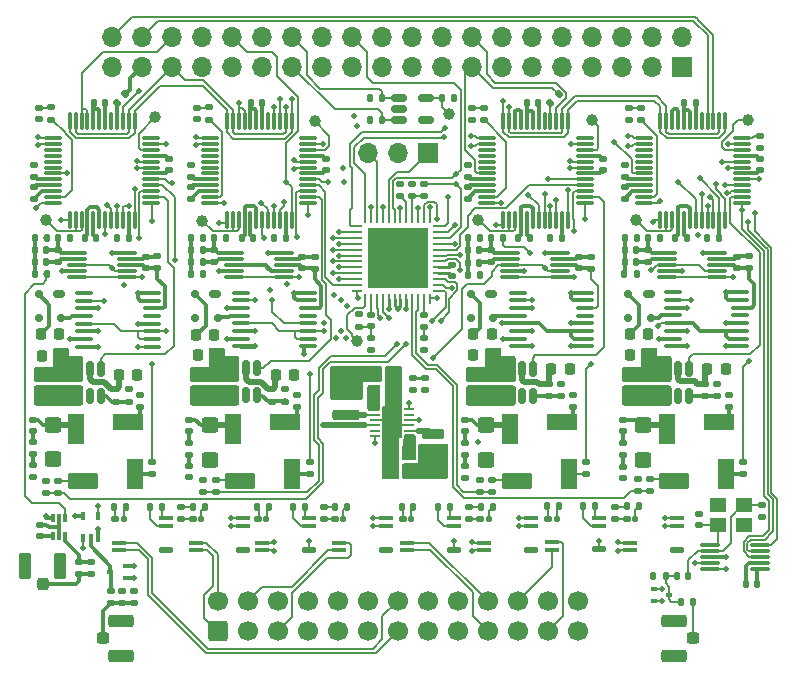
<source format=gtl>
%TF.GenerationSoftware,KiCad,Pcbnew,9.0.0*%
%TF.CreationDate,2025-04-07T15:36:09+02:00*%
%TF.ProjectId,AES42HAT,41455334-3248-4415-942e-6b696361645f,rev?*%
%TF.SameCoordinates,PX5f5e100PY5f5e100*%
%TF.FileFunction,Copper,L1,Top*%
%TF.FilePolarity,Positive*%
%FSLAX46Y46*%
G04 Gerber Fmt 4.6, Leading zero omitted, Abs format (unit mm)*
G04 Created by KiCad (PCBNEW 9.0.0) date 2025-04-07 15:36:09*
%MOMM*%
%LPD*%
G01*
G04 APERTURE LIST*
G04 Aperture macros list*
%AMRoundRect*
0 Rectangle with rounded corners*
0 $1 Rounding radius*
0 $2 $3 $4 $5 $6 $7 $8 $9 X,Y pos of 4 corners*
0 Add a 4 corners polygon primitive as box body*
4,1,4,$2,$3,$4,$5,$6,$7,$8,$9,$2,$3,0*
0 Add four circle primitives for the rounded corners*
1,1,$1+$1,$2,$3*
1,1,$1+$1,$4,$5*
1,1,$1+$1,$6,$7*
1,1,$1+$1,$8,$9*
0 Add four rect primitives between the rounded corners*
20,1,$1+$1,$2,$3,$4,$5,0*
20,1,$1+$1,$4,$5,$6,$7,0*
20,1,$1+$1,$6,$7,$8,$9,0*
20,1,$1+$1,$8,$9,$2,$3,0*%
%AMFreePoly0*
4,1,18,-0.700000,1.090000,-0.490000,1.300000,0.420000,1.300000,0.527151,1.278686,0.617990,1.217990,0.678686,1.127151,0.700000,1.020000,0.700000,-1.020000,0.678686,-1.127151,0.617990,-1.217990,0.527151,-1.278686,0.420000,-1.300000,-0.420000,-1.300000,-0.527151,-1.278686,-0.617990,-1.217990,-0.678686,-1.127151,-0.700000,-1.020000,-0.700000,1.090000,-0.700000,1.090000,$1*%
G04 Aperture macros list end*
%TA.AperFunction,SMDPad,CuDef*%
%ADD10RoundRect,0.135000X0.185000X-0.135000X0.185000X0.135000X-0.185000X0.135000X-0.185000X-0.135000X0*%
%TD*%
%TA.AperFunction,SMDPad,CuDef*%
%ADD11RoundRect,0.041000X-0.559000X-0.164000X0.559000X-0.164000X0.559000X0.164000X-0.559000X0.164000X0*%
%TD*%
%TA.AperFunction,SMDPad,CuDef*%
%ADD12RoundRect,0.050000X-0.550000X-0.200000X0.550000X-0.200000X0.550000X0.200000X-0.550000X0.200000X0*%
%TD*%
%TA.AperFunction,SMDPad,CuDef*%
%ADD13RoundRect,0.045000X-0.180000X-0.205000X0.180000X-0.205000X0.180000X0.205000X-0.180000X0.205000X0*%
%TD*%
%TA.AperFunction,SMDPad,CuDef*%
%ADD14RoundRect,0.050000X-0.250000X-0.200000X0.250000X-0.200000X0.250000X0.200000X-0.250000X0.200000X0*%
%TD*%
%TA.AperFunction,SMDPad,CuDef*%
%ADD15RoundRect,0.135000X-0.185000X0.135000X-0.185000X-0.135000X0.185000X-0.135000X0.185000X0.135000X0*%
%TD*%
%TA.AperFunction,SMDPad,CuDef*%
%ADD16RoundRect,0.140000X0.170000X-0.140000X0.170000X0.140000X-0.170000X0.140000X-0.170000X-0.140000X0*%
%TD*%
%TA.AperFunction,SMDPad,CuDef*%
%ADD17RoundRect,0.200000X0.950000X-0.225000X0.950000X0.225000X-0.950000X0.225000X-0.950000X-0.225000X0*%
%TD*%
%TA.AperFunction,SMDPad,CuDef*%
%ADD18C,1.000000*%
%TD*%
%TA.AperFunction,SMDPad,CuDef*%
%ADD19RoundRect,0.140000X0.140000X0.170000X-0.140000X0.170000X-0.140000X-0.170000X0.140000X-0.170000X0*%
%TD*%
%TA.AperFunction,SMDPad,CuDef*%
%ADD20RoundRect,0.147500X-0.172500X0.147500X-0.172500X-0.147500X0.172500X-0.147500X0.172500X0.147500X0*%
%TD*%
%TA.AperFunction,SMDPad,CuDef*%
%ADD21RoundRect,0.140000X-0.170000X0.140000X-0.170000X-0.140000X0.170000X-0.140000X0.170000X0.140000X0*%
%TD*%
%TA.AperFunction,SMDPad,CuDef*%
%ADD22RoundRect,0.135000X0.135000X0.185000X-0.135000X0.185000X-0.135000X-0.185000X0.135000X-0.185000X0*%
%TD*%
%TA.AperFunction,ComponentPad*%
%ADD23RoundRect,0.250000X0.600000X-0.600000X0.600000X0.600000X-0.600000X0.600000X-0.600000X-0.600000X0*%
%TD*%
%TA.AperFunction,ComponentPad*%
%ADD24C,1.700000*%
%TD*%
%TA.AperFunction,SMDPad,CuDef*%
%ADD25RoundRect,0.225000X0.225000X0.250000X-0.225000X0.250000X-0.225000X-0.250000X0.225000X-0.250000X0*%
%TD*%
%TA.AperFunction,SMDPad,CuDef*%
%ADD26RoundRect,0.140000X-0.140000X-0.170000X0.140000X-0.170000X0.140000X0.170000X-0.140000X0.170000X0*%
%TD*%
%TA.AperFunction,SMDPad,CuDef*%
%ADD27RoundRect,0.100000X-0.637500X-0.100000X0.637500X-0.100000X0.637500X0.100000X-0.637500X0.100000X0*%
%TD*%
%TA.AperFunction,SMDPad,CuDef*%
%ADD28RoundRect,0.135000X-0.135000X-0.185000X0.135000X-0.185000X0.135000X0.185000X-0.135000X0.185000X0*%
%TD*%
%TA.AperFunction,SMDPad,CuDef*%
%ADD29RoundRect,0.087500X-0.725000X-0.087500X0.725000X-0.087500X0.725000X0.087500X-0.725000X0.087500X0*%
%TD*%
%TA.AperFunction,SMDPad,CuDef*%
%ADD30RoundRect,0.100000X0.155000X0.100000X-0.155000X0.100000X-0.155000X-0.100000X0.155000X-0.100000X0*%
%TD*%
%TA.AperFunction,SMDPad,CuDef*%
%ADD31RoundRect,0.225000X-0.225000X-0.250000X0.225000X-0.250000X0.225000X0.250000X-0.225000X0.250000X0*%
%TD*%
%TA.AperFunction,SMDPad,CuDef*%
%ADD32RoundRect,0.147500X0.172500X-0.147500X0.172500X0.147500X-0.172500X0.147500X-0.172500X-0.147500X0*%
%TD*%
%TA.AperFunction,SMDPad,CuDef*%
%ADD33FreePoly0,90.000000*%
%TD*%
%TA.AperFunction,SMDPad,CuDef*%
%ADD34RoundRect,0.200000X0.500000X-1.100000X0.500000X1.100000X-0.500000X1.100000X-0.500000X-1.100000X0*%
%TD*%
%TA.AperFunction,SMDPad,CuDef*%
%ADD35RoundRect,0.200000X1.100000X-0.500000X1.100000X0.500000X-1.100000X0.500000X-1.100000X-0.500000X0*%
%TD*%
%TA.AperFunction,SMDPad,CuDef*%
%ADD36RoundRect,0.250000X0.250000X-0.275000X0.250000X0.275000X-0.250000X0.275000X-0.250000X-0.275000X0*%
%TD*%
%TA.AperFunction,SMDPad,CuDef*%
%ADD37RoundRect,0.250000X0.275000X-0.850000X0.275000X0.850000X-0.275000X0.850000X-0.275000X-0.850000X0*%
%TD*%
%TA.AperFunction,SMDPad,CuDef*%
%ADD38RoundRect,0.135000X0.035355X-0.226274X0.226274X-0.035355X-0.035355X0.226274X-0.226274X0.035355X0*%
%TD*%
%TA.AperFunction,SMDPad,CuDef*%
%ADD39RoundRect,0.250000X-0.450000X0.400000X-0.450000X-0.400000X0.450000X-0.400000X0.450000X0.400000X0*%
%TD*%
%TA.AperFunction,SMDPad,CuDef*%
%ADD40RoundRect,0.050000X0.350000X0.050000X-0.350000X0.050000X-0.350000X-0.050000X0.350000X-0.050000X0*%
%TD*%
%TA.AperFunction,HeatsinkPad*%
%ADD41R,1.700000X2.500000*%
%TD*%
%TA.AperFunction,SMDPad,CuDef*%
%ADD42RoundRect,0.150000X0.150000X-0.512500X0.150000X0.512500X-0.150000X0.512500X-0.150000X-0.512500X0*%
%TD*%
%TA.AperFunction,SMDPad,CuDef*%
%ADD43RoundRect,0.200000X-0.950000X0.225000X-0.950000X-0.225000X0.950000X-0.225000X0.950000X0.225000X0*%
%TD*%
%TA.AperFunction,SMDPad,CuDef*%
%ADD44RoundRect,0.175000X-0.325000X0.175000X-0.325000X-0.175000X0.325000X-0.175000X0.325000X0.175000X0*%
%TD*%
%TA.AperFunction,SMDPad,CuDef*%
%ADD45RoundRect,0.150000X-0.150000X0.200000X-0.150000X-0.200000X0.150000X-0.200000X0.150000X0.200000X0*%
%TD*%
%TA.AperFunction,SMDPad,CuDef*%
%ADD46RoundRect,0.075000X-0.662500X-0.075000X0.662500X-0.075000X0.662500X0.075000X-0.662500X0.075000X0*%
%TD*%
%TA.AperFunction,SMDPad,CuDef*%
%ADD47RoundRect,0.075000X-0.075000X-0.662500X0.075000X-0.662500X0.075000X0.662500X-0.075000X0.662500X0*%
%TD*%
%TA.AperFunction,SMDPad,CuDef*%
%ADD48RoundRect,0.085000X0.085000X-0.265000X0.085000X0.265000X-0.085000X0.265000X-0.085000X-0.265000X0*%
%TD*%
%TA.AperFunction,SMDPad,CuDef*%
%ADD49RoundRect,0.150000X-0.512500X-0.150000X0.512500X-0.150000X0.512500X0.150000X-0.512500X0.150000X0*%
%TD*%
%TA.AperFunction,SMDPad,CuDef*%
%ADD50R,1.400000X1.200000*%
%TD*%
%TA.AperFunction,ComponentPad*%
%ADD51R,1.700000X1.700000*%
%TD*%
%TA.AperFunction,ComponentPad*%
%ADD52O,1.700000X1.700000*%
%TD*%
%TA.AperFunction,SMDPad,CuDef*%
%ADD53RoundRect,0.100000X0.100000X-0.225000X0.100000X0.225000X-0.100000X0.225000X-0.100000X-0.225000X0*%
%TD*%
%TA.AperFunction,SMDPad,CuDef*%
%ADD54RoundRect,0.250000X0.275000X0.250000X-0.275000X0.250000X-0.275000X-0.250000X0.275000X-0.250000X0*%
%TD*%
%TA.AperFunction,SMDPad,CuDef*%
%ADD55RoundRect,0.250000X0.850000X0.275000X-0.850000X0.275000X-0.850000X-0.275000X0.850000X-0.275000X0*%
%TD*%
%TA.AperFunction,SMDPad,CuDef*%
%ADD56RoundRect,0.100000X-0.155000X-0.100000X0.155000X-0.100000X0.155000X0.100000X-0.155000X0.100000X0*%
%TD*%
%TA.AperFunction,SMDPad,CuDef*%
%ADD57RoundRect,0.200000X-0.750000X0.225000X-0.750000X-0.225000X0.750000X-0.225000X0.750000X0.225000X0*%
%TD*%
%TA.AperFunction,SMDPad,CuDef*%
%ADD58RoundRect,0.062500X-0.062500X0.337500X-0.062500X-0.337500X0.062500X-0.337500X0.062500X0.337500X0*%
%TD*%
%TA.AperFunction,SMDPad,CuDef*%
%ADD59RoundRect,0.062500X-0.337500X0.062500X-0.337500X-0.062500X0.337500X-0.062500X0.337500X0.062500X0*%
%TD*%
%TA.AperFunction,HeatsinkPad*%
%ADD60R,5.100000X5.100000*%
%TD*%
%TA.AperFunction,SMDPad,CuDef*%
%ADD61RoundRect,0.087500X0.725000X0.087500X-0.725000X0.087500X-0.725000X-0.087500X0.725000X-0.087500X0*%
%TD*%
%TA.AperFunction,SMDPad,CuDef*%
%ADD62RoundRect,0.250000X-0.275000X-0.250000X0.275000X-0.250000X0.275000X0.250000X-0.275000X0.250000X0*%
%TD*%
%TA.AperFunction,SMDPad,CuDef*%
%ADD63RoundRect,0.250000X-0.850000X-0.275000X0.850000X-0.275000X0.850000X0.275000X-0.850000X0.275000X0*%
%TD*%
%TA.AperFunction,ViaPad*%
%ADD64C,0.700000*%
%TD*%
%TA.AperFunction,ViaPad*%
%ADD65C,0.500000*%
%TD*%
%TA.AperFunction,Conductor*%
%ADD66C,0.300000*%
%TD*%
%TA.AperFunction,Conductor*%
%ADD67C,0.200000*%
%TD*%
%TA.AperFunction,Conductor*%
%ADD68C,0.250000*%
%TD*%
%TA.AperFunction,Conductor*%
%ADD69C,0.150000*%
%TD*%
%TA.AperFunction,Conductor*%
%ADD70C,0.500000*%
%TD*%
G04 APERTURE END LIST*
D10*
%TO.P,R89,1*%
%TO.N,/SRD*%
X-20325000Y-18259999D03*
%TO.P,R89,2*%
%TO.N,Net-(C89-Pad1)*%
X-20325000Y-17240001D03*
%TD*%
D11*
%TO.P,T3,1,IN+*%
%TO.N,/R3+*%
X-11490000Y-42125000D03*
D12*
%TO.P,T3,2,PM*%
%TO.N,/PHOC*%
X-7510000Y-42080000D03*
D11*
%TO.P,T3,3,IN-*%
%TO.N,/R3-*%
X-11490000Y-41475000D03*
%TO.P,T3,4,OUT1A*%
%TO.N,Net-(T3-OUT1A)*%
X-7510000Y-40075000D03*
D13*
%TO.P,T3,5,OUT1B*%
%TO.N,Net-(T3-OUT1B)*%
X-11100000Y-39470000D03*
D14*
%TO.P,T3,6,OUT2A*%
%TO.N,Net-(T3-OUT2A)*%
X-11800000Y-39470000D03*
D11*
%TO.P,T3,7,OUT2B*%
%TO.N,Net-(T3-OUT2B)*%
X-7510000Y-39425000D03*
%TD*%
D15*
%TO.P,R92,1*%
%TO.N,/MCLK*%
X-3275000Y-22165001D03*
%TO.P,R92,2*%
%TO.N,Net-(C90-Pad2)*%
X-3275000Y-23184999D03*
%TD*%
D16*
%TO.P,C31,1*%
%TO.N,Net-(T7-OUT2A)*%
X-6225000Y-39455000D03*
%TO.P,C31,2*%
%TO.N,Net-(C31-Pad2)*%
X-6225000Y-38495000D03*
%TD*%
D15*
%TO.P,R51,1*%
%TO.N,GNDD*%
X27050000Y-28015001D03*
%TO.P,R51,2*%
%TO.N,/FBA*%
X27050000Y-29034999D03*
%TD*%
D17*
%TO.P,L3,1,1*%
%TO.N,Net-(U4-LX1)*%
X-4375000Y-30650000D03*
%TO.P,L3,2,2*%
%TO.N,+3.3V*%
X-4375000Y-28700000D03*
%TD*%
D15*
%TO.P,R54,1*%
%TO.N,Net-(D53-A)*%
X19050000Y-33040001D03*
%TO.P,R54,2*%
%TO.N,Net-(D54-A)*%
X19050000Y-34059999D03*
%TD*%
%TO.P,R4,1*%
%TO.N,+3.3V*%
X1250000Y-11140001D03*
%TO.P,R4,2*%
%TO.N,/~{REQ}{slash}~{ISP}*%
X1250000Y-12159999D03*
%TD*%
D18*
%TO.P,TP6,1,1*%
%TO.N,Net-(U20-MUTE)*%
X6850000Y-14150000D03*
%TD*%
D10*
%TO.P,R91,1*%
%TO.N,Net-(D91-A)*%
X2250000Y-23210000D03*
%TO.P,R91,2*%
%TO.N,/LED*%
X2250000Y-22190000D03*
%TD*%
D19*
%TO.P,C22,1*%
%TO.N,+1V8*%
X11180000Y-15675000D03*
%TO.P,C22,2*%
%TO.N,GNDD*%
X10220000Y-15675000D03*
%TD*%
D20*
%TO.P,D53,1,K*%
%TO.N,Net-(D52-A1)*%
X19050000Y-31090000D03*
%TO.P,D53,2,A*%
%TO.N,Net-(D53-A)*%
X19050000Y-32060000D03*
%TD*%
D21*
%TO.P,C59,1*%
%TO.N,Net-(C59-Pad1)*%
X28775000Y-17270000D03*
%TO.P,C59,2*%
%TO.N,/SRA*%
X28775000Y-18230000D03*
%TD*%
%TO.P,C25,1*%
%TO.N,+3.3V*%
X17400000Y-8995000D03*
%TO.P,C25,2*%
%TO.N,GNDD*%
X17400000Y-9955000D03*
%TD*%
D22*
%TO.P,R41,1*%
%TO.N,Net-(T8-OUT1B)*%
X-16315000Y-38430000D03*
%TO.P,R41,2*%
%TO.N,Net-(C41-Pad2)*%
X-17335000Y-38430000D03*
%TD*%
D10*
%TO.P,R59,1*%
%TO.N,/SRA*%
X29800000Y-18259999D03*
%TO.P,R59,2*%
%TO.N,Net-(C59-Pad1)*%
X29800000Y-17240001D03*
%TD*%
D23*
%TO.P,J2,1,Pin_1*%
%TO.N,/X4+*%
X-15240000Y-49000000D03*
D24*
%TO.P,J2,2,Pin_2*%
%TO.N,/X4-*%
X-15240000Y-46460000D03*
%TO.P,J2,3,Pin_3*%
%TO.N,GNDD*%
X-12700000Y-49000000D03*
%TO.P,J2,4,Pin_4*%
%TO.N,/X3+*%
X-12700000Y-46460000D03*
%TO.P,J2,5,Pin_5*%
%TO.N,/X3-*%
X-10160000Y-49000000D03*
%TO.P,J2,6,Pin_6*%
%TO.N,GNDD*%
X-10160000Y-46460000D03*
%TO.P,J2,7,Pin_7*%
%TO.N,/X2+*%
X-7620000Y-49000000D03*
%TO.P,J2,8,Pin_8*%
%TO.N,/X2-*%
X-7620000Y-46460000D03*
%TO.P,J2,9,Pin_9*%
%TO.N,GNDD*%
X-5080000Y-49000000D03*
%TO.P,J2,10,Pin_10*%
%TO.N,/X1+*%
X-5080000Y-46460000D03*
%TO.P,J2,11,Pin_11*%
%TO.N,/X1-*%
X-2540000Y-49000000D03*
%TO.P,J2,12,Pin_12*%
%TO.N,GNDD*%
X-2540000Y-46460000D03*
%TO.P,J2,13,Pin_13*%
%TO.N,/R4+*%
X0Y-49000000D03*
%TO.P,J2,14,Pin_14*%
%TO.N,/R4-*%
X0Y-46460000D03*
%TO.P,J2,15,Pin_15*%
%TO.N,GNDD*%
X2540000Y-49000000D03*
%TO.P,J2,16,Pin_16*%
%TO.N,/R3+*%
X2540000Y-46460000D03*
%TO.P,J2,17,Pin_17*%
%TO.N,/R3-*%
X5080000Y-49000000D03*
%TO.P,J2,18,Pin_18*%
%TO.N,GNDD*%
X5080000Y-46460000D03*
%TO.P,J2,19,Pin_19*%
%TO.N,/R2+*%
X7620000Y-49000000D03*
%TO.P,J2,20,Pin_20*%
%TO.N,/R2-*%
X7620000Y-46460000D03*
%TO.P,J2,21,Pin_21*%
%TO.N,GNDD*%
X10160000Y-49000000D03*
%TO.P,J2,22,Pin_22*%
%TO.N,/R1+*%
X10160000Y-46460000D03*
%TO.P,J2,23,Pin_23*%
%TO.N,/R1-*%
X12700000Y-49000000D03*
%TO.P,J2,24,Pin_24*%
%TO.N,GNDD*%
X12700000Y-46460000D03*
%TO.P,J2,25,Pin_25*%
%TO.N,unconnected-(J2-Pin_25-Pad25)*%
X15240000Y-49000000D03*
%TO.P,J2,26,Pin_26*%
%TO.N,unconnected-(J2-Pin_26-Pad26)*%
X15240000Y-46460000D03*
%TD*%
D25*
%TO.P,C71,1*%
%TO.N,+5V*%
X-15325000Y-25625000D03*
%TO.P,C71,2*%
%TO.N,GNDD*%
X-16875000Y-25625000D03*
%TD*%
D26*
%TO.P,C93,1*%
%TO.N,Net-(D93-A)*%
X24020000Y-46475000D03*
%TO.P,C93,2*%
%TO.N,Net-(J93-In)*%
X24980000Y-46475000D03*
%TD*%
%TO.P,C75,1*%
%TO.N,Net-(C75-Pad1)*%
X-17455000Y-16725000D03*
%TO.P,C75,2*%
%TO.N,Net-(C70-Pad1)*%
X-16495000Y-16725000D03*
%TD*%
D15*
%TO.P,R8,1*%
%TO.N,/MID*%
X1275000Y-27525000D03*
%TO.P,R8,2*%
%TO.N,+5V*%
X1275000Y-28545000D03*
%TD*%
D27*
%TO.P,U50,1,Y1*%
%TO.N,unconnected-(U50-Y1-Pad1)*%
X23300000Y-20300000D03*
%TO.P,U50,2,Y0*%
%TO.N,/FBA*%
X23300000Y-20950000D03*
%TO.P,U50,3,Z1*%
%TO.N,+5V*%
X23300000Y-21600000D03*
%TO.P,U50,4,Z*%
%TO.N,/CTLA*%
X23300000Y-22250000D03*
%TO.P,U50,5,Z0*%
%TO.N,/MODA*%
X23300000Y-22900000D03*
%TO.P,U50,6,Inh*%
%TO.N,GNDD*%
X23300000Y-23550000D03*
%TO.P,U50,7,VEE*%
X23300000Y-24200000D03*
%TO.P,U50,8,VSS*%
X23300000Y-24850000D03*
%TO.P,U50,9,C*%
%TO.N,/M3A*%
X29025000Y-24850000D03*
%TO.P,U50,10,B*%
%TO.N,/MODA*%
X29025000Y-24200000D03*
%TO.P,U50,11,A*%
X29025000Y-23550000D03*
%TO.P,U50,12,X0*%
%TO.N,/SLA*%
X29025000Y-22900000D03*
%TO.P,U50,13,X1*%
%TO.N,unconnected-(U50-X1-Pad13)*%
X29025000Y-22250000D03*
%TO.P,U50,14,X*%
%TO.N,/SRA*%
X29025000Y-21600000D03*
%TO.P,U50,15,Y*%
%TO.N,+5V*%
X29025000Y-20950000D03*
%TO.P,U50,16,VDD*%
X29025000Y-20300000D03*
%TD*%
D15*
%TO.P,R71,1*%
%TO.N,GNDD*%
X-9550000Y-28515001D03*
%TO.P,R71,2*%
%TO.N,/FBC*%
X-9550000Y-29534999D03*
%TD*%
D28*
%TO.P,R2,1*%
%TO.N,+3.3VP*%
X-2335000Y-3800000D03*
%TO.P,R2,2*%
%TO.N,Net-(J1-ID_SC{slash}GPIO1)*%
X-1315000Y-3800000D03*
%TD*%
D29*
%TO.P,U53,1*%
%TO.N,Net-(C50-Pad1)*%
X22837500Y-17000000D03*
%TO.P,U53,2,-*%
%TO.N,Net-(U53A--)*%
X22837500Y-17500000D03*
%TO.P,U53,3,+*%
%TO.N,/MID*%
X22837500Y-18000000D03*
%TO.P,U53,4,V-*%
%TO.N,GNDD*%
X22837500Y-18500000D03*
%TO.P,U53,5,~{SHDN_A}*%
%TO.N,/M3A*%
X22837500Y-19000000D03*
%TO.P,U53,6,~{SHDN_B}*%
X27062500Y-19000000D03*
%TO.P,U53,7,+*%
%TO.N,/MID*%
X27062500Y-18500000D03*
%TO.P,U53,8,-*%
%TO.N,/SRA*%
X27062500Y-18000000D03*
%TO.P,U53,9*%
%TO.N,Net-(C59-Pad1)*%
X27062500Y-17500000D03*
%TO.P,U53,10,V+*%
%TO.N,+5V*%
X27062500Y-17000000D03*
%TD*%
D15*
%TO.P,R67,1*%
%TO.N,Net-(C60-Pad1)*%
X7900000Y-16715001D03*
%TO.P,R67,2*%
%TO.N,Net-(U63A--)*%
X7900000Y-17734999D03*
%TD*%
%TO.P,R12,1*%
%TO.N,Net-(D12-A)*%
X20600000Y-4665001D03*
%TO.P,R12,2*%
%TO.N,Net-(U10-~{LOCK})*%
X20600000Y-5684999D03*
%TD*%
D21*
%TO.P,C92,1*%
%TO.N,Net-(U2-XTI{slash}REF_CLK)*%
X30875000Y-38320000D03*
%TO.P,C92,2*%
%TO.N,GNDD*%
X30875000Y-39280000D03*
%TD*%
D10*
%TO.P,R70,1*%
%TO.N,Net-(L70-Pad4)*%
X-7400000Y-35684999D03*
%TO.P,R70,2*%
%TO.N,Net-(C79-Pad1)*%
X-7400000Y-34665001D03*
%TD*%
D26*
%TO.P,C55,1*%
%TO.N,Net-(C55-Pad1)*%
X19245000Y-16725000D03*
%TO.P,C55,2*%
%TO.N,Net-(C50-Pad1)*%
X20205000Y-16725000D03*
%TD*%
D22*
%TO.P,R21,1*%
%TO.N,Net-(T6-OUT1B)*%
X8060000Y-38425000D03*
%TO.P,R21,2*%
%TO.N,Net-(C21-Pad2)*%
X7040000Y-38425000D03*
%TD*%
D27*
%TO.P,U80,1,Y1*%
%TO.N,unconnected-(U80-Y1-Pad1)*%
X-26512500Y-20350000D03*
%TO.P,U80,2,Y0*%
%TO.N,/FBD*%
X-26512500Y-21000000D03*
%TO.P,U80,3,Z1*%
%TO.N,+5V*%
X-26512500Y-21650000D03*
%TO.P,U80,4,Z*%
%TO.N,/CTLD*%
X-26512500Y-22300000D03*
%TO.P,U80,5,Z0*%
%TO.N,/MODD*%
X-26512500Y-22950000D03*
%TO.P,U80,6,Inh*%
%TO.N,GNDD*%
X-26512500Y-23600000D03*
%TO.P,U80,7,VEE*%
X-26512500Y-24250000D03*
%TO.P,U80,8,VSS*%
X-26512500Y-24900000D03*
%TO.P,U80,9,C*%
%TO.N,/M3D*%
X-20787500Y-24900000D03*
%TO.P,U80,10,B*%
%TO.N,/MODD*%
X-20787500Y-24250000D03*
%TO.P,U80,11,A*%
X-20787500Y-23600000D03*
%TO.P,U80,12,X0*%
%TO.N,/SLD*%
X-20787500Y-22950000D03*
%TO.P,U80,13,X1*%
%TO.N,unconnected-(U80-X1-Pad13)*%
X-20787500Y-22300000D03*
%TO.P,U80,14,X*%
%TO.N,/SRD*%
X-20787500Y-21650000D03*
%TO.P,U80,15,Y*%
%TO.N,+5V*%
X-20787500Y-21000000D03*
%TO.P,U80,16,VDD*%
X-20787500Y-20350000D03*
%TD*%
D11*
%TO.P,T2,1,IN+*%
%TO.N,/R2+*%
X785000Y-42125000D03*
D12*
%TO.P,T2,2,PM*%
%TO.N,/PHOB*%
X4765000Y-42080000D03*
D11*
%TO.P,T2,3,IN-*%
%TO.N,/R2-*%
X785000Y-41475000D03*
%TO.P,T2,4,OUT1A*%
%TO.N,Net-(T2-OUT1A)*%
X4765000Y-40075000D03*
D13*
%TO.P,T2,5,OUT1B*%
%TO.N,Net-(T2-OUT1B)*%
X1175000Y-39470000D03*
D14*
%TO.P,T2,6,OUT2A*%
%TO.N,Net-(T2-OUT2A)*%
X475000Y-39470000D03*
D11*
%TO.P,T2,7,OUT2B*%
%TO.N,Net-(T2-OUT2B)*%
X4765000Y-39425000D03*
%TD*%
D10*
%TO.P,R80,1*%
%TO.N,Net-(L80-Pad4)*%
X-20775000Y-35684999D03*
%TO.P,R80,2*%
%TO.N,Net-(C89-Pad1)*%
X-20775000Y-34665001D03*
%TD*%
D15*
%TO.P,R83,1*%
%TO.N,/PHOD*%
X-28750000Y-36240000D03*
%TO.P,R83,2*%
%TO.N,/PVD*%
X-28750000Y-37260000D03*
%TD*%
%TO.P,R98,1*%
%TO.N,Net-(U5-A)*%
X-25975000Y-43080001D03*
%TO.P,R98,2*%
%TO.N,Net-(J98-In)*%
X-25975000Y-44099999D03*
%TD*%
D21*
%TO.P,C24,1*%
%TO.N,+3.3V*%
X5950000Y-11395000D03*
%TO.P,C24,2*%
%TO.N,GNDD*%
X5950000Y-12355000D03*
%TD*%
D30*
%TO.P,D93,1,K*%
%TO.N,GNDD*%
X21680001Y-45400000D03*
%TO.P,D93,2,K*%
X21680001Y-46400000D03*
%TO.P,D93,3,A*%
%TO.N,Net-(D93-A)*%
X22970000Y-45900000D03*
%TD*%
D21*
%TO.P,C70,1*%
%TO.N,Net-(C70-Pad1)*%
X-8500000Y-29020000D03*
%TO.P,C70,2*%
%TO.N,Net-(C70-Pad2)*%
X-8500000Y-29980000D03*
%TD*%
D25*
%TO.P,C53,1*%
%TO.N,Net-(D52-A1)*%
X21225000Y-23825000D03*
%TO.P,C53,2*%
%TO.N,Net-(U52-G)*%
X19675000Y-23825000D03*
%TD*%
D21*
%TO.P,C44,1*%
%TO.N,+3.3V*%
X-19325000Y-8995000D03*
%TO.P,C44,2*%
%TO.N,GNDD*%
X-19325000Y-9955000D03*
%TD*%
D31*
%TO.P,C72,1*%
%TO.N,Net-(D72-A1)*%
X-10325000Y-27250000D03*
%TO.P,C72,2*%
%TO.N,GNDD*%
X-8775000Y-27250000D03*
%TD*%
D32*
%TO.P,D42,1,K*%
%TO.N,GNDD*%
X-30325000Y-5635000D03*
%TO.P,D42,2,A*%
%TO.N,Net-(D42-A)*%
X-30325000Y-4665000D03*
%TD*%
D18*
%TO.P,TP4,1,1*%
%TO.N,/AESD*%
X-20500000Y-5475000D03*
%TD*%
D22*
%TO.P,R31,1*%
%TO.N,Net-(T7-OUT1B)*%
X-4240000Y-38425000D03*
%TO.P,R31,2*%
%TO.N,Net-(C31-Pad2)*%
X-5260000Y-38425000D03*
%TD*%
D16*
%TO.P,C46,1*%
%TO.N,Net-(U40-RX4-)*%
X-30750000Y-10505000D03*
%TO.P,C46,2*%
%TO.N,GNDD*%
X-30750000Y-9545000D03*
%TD*%
D11*
%TO.P,T5,1,IN+*%
%TO.N,/X1+*%
X19700000Y-42125000D03*
D12*
%TO.P,T5,2,PM*%
%TO.N,unconnected-(T5-PM-Pad2)*%
X23680000Y-42080000D03*
D11*
%TO.P,T5,3,IN-*%
%TO.N,/X1-*%
X19700000Y-41475000D03*
%TO.P,T5,4,OUT1A*%
%TO.N,Net-(T5-OUT1A)*%
X23680000Y-40075000D03*
D13*
%TO.P,T5,5,OUT1B*%
%TO.N,Net-(T5-OUT1B)*%
X20090000Y-39470000D03*
D14*
%TO.P,T5,6,OUT2A*%
%TO.N,Net-(T5-OUT2A)*%
X19390000Y-39470000D03*
D11*
%TO.P,T5,7,OUT2B*%
%TO.N,Net-(T5-OUT2B)*%
X23680000Y-39425000D03*
%TD*%
%TO.P,T8,1,IN+*%
%TO.N,/X4+*%
X-17040000Y-42125000D03*
D12*
%TO.P,T8,2,PM*%
%TO.N,unconnected-(T8-PM-Pad2)*%
X-13060000Y-42080000D03*
D11*
%TO.P,T8,3,IN-*%
%TO.N,/X4-*%
X-17040000Y-41475000D03*
%TO.P,T8,4,OUT1A*%
%TO.N,Net-(T8-OUT1A)*%
X-13060000Y-40075000D03*
D13*
%TO.P,T8,5,OUT1B*%
%TO.N,Net-(T8-OUT1B)*%
X-16650000Y-39470000D03*
D14*
%TO.P,T8,6,OUT2A*%
%TO.N,Net-(T8-OUT2A)*%
X-17350000Y-39470000D03*
D11*
%TO.P,T8,7,OUT2B*%
%TO.N,Net-(T8-OUT2B)*%
X-13060000Y-39425000D03*
%TD*%
%TO.P,T6,1,IN+*%
%TO.N,/X2+*%
X7329285Y-42125000D03*
D12*
%TO.P,T6,2,PM*%
%TO.N,unconnected-(T6-PM-Pad2)*%
X11309285Y-42080000D03*
D11*
%TO.P,T6,3,IN-*%
%TO.N,/X2-*%
X7329285Y-41475000D03*
%TO.P,T6,4,OUT1A*%
%TO.N,Net-(T6-OUT1A)*%
X11309285Y-40075000D03*
D13*
%TO.P,T6,5,OUT1B*%
%TO.N,Net-(T6-OUT1B)*%
X7719285Y-39470000D03*
D14*
%TO.P,T6,6,OUT2A*%
%TO.N,Net-(T6-OUT2A)*%
X7019285Y-39470000D03*
D11*
%TO.P,T6,7,OUT2B*%
%TO.N,Net-(T6-OUT2B)*%
X11309285Y-39425000D03*
%TD*%
D10*
%TO.P,R36,1*%
%TO.N,/PVC*%
X-16450000Y-37160000D03*
%TO.P,R36,2*%
%TO.N,GNDD*%
X-16450000Y-36140000D03*
%TD*%
D33*
%TO.P,L60,1*%
%TO.N,/PHOB*%
X10100000Y-36300000D03*
D34*
%TO.P,L60,2*%
%TO.N,Net-(D62-A1)*%
X9500000Y-31900000D03*
D35*
%TO.P,L60,3*%
%TO.N,Net-(C60-Pad2)*%
X13900000Y-31300000D03*
D34*
%TO.P,L60,4*%
%TO.N,Net-(L60-Pad4)*%
X14500000Y-35700000D03*
%TD*%
D16*
%TO.P,C97,1*%
%TO.N,+5V*%
X-30275000Y-40955000D03*
%TO.P,C97,2*%
%TO.N,GNDD*%
X-30275000Y-39995000D03*
%TD*%
D15*
%TO.P,R73,1*%
%TO.N,/PHOC*%
X-15400000Y-36140000D03*
%TO.P,R73,2*%
%TO.N,/PVC*%
X-15400000Y-37160000D03*
%TD*%
D31*
%TO.P,C3,1*%
%TO.N,+3.3V*%
X-1925000Y-27200000D03*
%TO.P,C3,2*%
%TO.N,GNDD*%
X-375000Y-27200000D03*
%TD*%
D28*
%TO.P,R44,1*%
%TO.N,+3.3V*%
X-23785000Y-15675000D03*
%TO.P,R44,2*%
%TO.N,/~{INTD}*%
X-22765000Y-15675000D03*
%TD*%
D36*
%TO.P,J98,1,In*%
%TO.N,Net-(J98-In)*%
X-30050000Y-44950000D03*
D37*
%TO.P,J98,2,Ext*%
%TO.N,GNDD*%
X-31525000Y-43425000D03*
X-28575000Y-43425000D03*
%TD*%
D28*
%TO.P,R14,1*%
%TO.N,+3.3V*%
X26215000Y-15675000D03*
%TO.P,R14,2*%
%TO.N,/~{INTA}*%
X27235000Y-15675000D03*
%TD*%
D22*
%TO.P,R68,1*%
%TO.N,/SLB*%
X8909999Y-15700000D03*
%TO.P,R68,2*%
%TO.N,Net-(C60-Pad1)*%
X7890001Y-15700000D03*
%TD*%
D38*
%TO.P,R25,1*%
%TO.N,Net-(U20-SDOUTA)*%
X12914376Y-4235624D03*
%TO.P,R25,2*%
%TO.N,/IN1*%
X13635624Y-3514376D03*
%TD*%
D21*
%TO.P,C89,1*%
%TO.N,Net-(C89-Pad1)*%
X-21300000Y-17270000D03*
%TO.P,C89,2*%
%TO.N,/SRD*%
X-21300000Y-18230000D03*
%TD*%
D25*
%TO.P,C2,1*%
%TO.N,+5V*%
X975000Y-33875000D03*
%TO.P,C2,2*%
%TO.N,GNDD*%
X-575000Y-33875000D03*
%TD*%
D28*
%TO.P,R55,1*%
%TO.N,Net-(C55-Pad1)*%
X19215000Y-18750000D03*
%TO.P,R55,2*%
%TO.N,/WCLK*%
X20235000Y-18750000D03*
%TD*%
D26*
%TO.P,C86,1*%
%TO.N,Net-(C85-Pad1)*%
X-30680000Y-17725000D03*
%TO.P,C86,2*%
%TO.N,Net-(U83A--)*%
X-29720000Y-17725000D03*
%TD*%
D33*
%TO.P,L80,1*%
%TO.N,/PHOD*%
X-26600000Y-36300000D03*
D34*
%TO.P,L80,2*%
%TO.N,Net-(D82-A1)*%
X-27200000Y-31900000D03*
D35*
%TO.P,L80,3*%
%TO.N,Net-(C80-Pad2)*%
X-22800000Y-31300000D03*
D34*
%TO.P,L80,4*%
%TO.N,Net-(L80-Pad4)*%
X-22200000Y-35700000D03*
%TD*%
D10*
%TO.P,R60,1*%
%TO.N,Net-(L60-Pad4)*%
X15975000Y-35684999D03*
%TO.P,R60,2*%
%TO.N,Net-(C69-Pad1)*%
X15975000Y-34665001D03*
%TD*%
D20*
%TO.P,D63,1,K*%
%TO.N,Net-(D62-A1)*%
X5750000Y-31090000D03*
%TO.P,D63,2,A*%
%TO.N,Net-(D63-A)*%
X5750000Y-32060000D03*
%TD*%
D19*
%TO.P,C23,1*%
%TO.N,+3.3V*%
X11930000Y-4275000D03*
%TO.P,C23,2*%
%TO.N,GNDD*%
X10970000Y-4275000D03*
%TD*%
D18*
%TO.P,TP8,1,1*%
%TO.N,Net-(U40-MUTE)*%
X-29800000Y-14175000D03*
%TD*%
D32*
%TO.P,D12,1,K*%
%TO.N,GNDD*%
X19574999Y-5669999D03*
%TO.P,D12,2,A*%
%TO.N,Net-(D12-A)*%
X19574999Y-4699999D03*
%TD*%
D21*
%TO.P,C14,1*%
%TO.N,+3.3V*%
X19250000Y-11395000D03*
%TO.P,C14,2*%
%TO.N,GNDD*%
X19250000Y-12355000D03*
%TD*%
D11*
%TO.P,T1,1,IN+*%
%TO.N,/R1+*%
X13085000Y-42100000D03*
D12*
%TO.P,T1,2,PM*%
%TO.N,/PHOA*%
X17065000Y-42055000D03*
D11*
%TO.P,T1,3,IN-*%
%TO.N,/R1-*%
X13085000Y-41450000D03*
%TO.P,T1,4,OUT1A*%
%TO.N,Net-(T1-OUT1A)*%
X17065000Y-40050000D03*
D13*
%TO.P,T1,5,OUT1B*%
%TO.N,Net-(T1-OUT1B)*%
X13475000Y-39445000D03*
D14*
%TO.P,T1,6,OUT2A*%
%TO.N,Net-(T1-OUT2A)*%
X12775000Y-39445000D03*
D11*
%TO.P,T1,7,OUT2B*%
%TO.N,Net-(T1-OUT2B)*%
X17065000Y-39400000D03*
%TD*%
D22*
%TO.P,R86,1*%
%TO.N,GNDD*%
X-29690001Y-15700000D03*
%TO.P,R86,2*%
%TO.N,Net-(C85-Pad1)*%
X-30709999Y-15700000D03*
%TD*%
D27*
%TO.P,U60,1,Y1*%
%TO.N,unconnected-(U60-Y1-Pad1)*%
X10162500Y-20325000D03*
%TO.P,U60,2,Y0*%
%TO.N,/FBB*%
X10162500Y-20975000D03*
%TO.P,U60,3,Z1*%
%TO.N,+5V*%
X10162500Y-21625000D03*
%TO.P,U60,4,Z*%
%TO.N,/CTLB*%
X10162500Y-22275000D03*
%TO.P,U60,5,Z0*%
%TO.N,/MODB*%
X10162500Y-22925000D03*
%TO.P,U60,6,Inh*%
%TO.N,GNDD*%
X10162500Y-23575000D03*
%TO.P,U60,7,VEE*%
X10162500Y-24225000D03*
%TO.P,U60,8,VSS*%
X10162500Y-24875000D03*
%TO.P,U60,9,C*%
%TO.N,/M3B*%
X15887500Y-24875000D03*
%TO.P,U60,10,B*%
%TO.N,/MODB*%
X15887500Y-24225000D03*
%TO.P,U60,11,A*%
X15887500Y-23575000D03*
%TO.P,U60,12,X0*%
%TO.N,/SLB*%
X15887500Y-22925000D03*
%TO.P,U60,13,X1*%
%TO.N,unconnected-(U60-X1-Pad13)*%
X15887500Y-22275000D03*
%TO.P,U60,14,X*%
%TO.N,/SRB*%
X15887500Y-21625000D03*
%TO.P,U60,15,Y*%
%TO.N,+5V*%
X15887500Y-20975000D03*
%TO.P,U60,16,VDD*%
X15887500Y-20325000D03*
%TD*%
D28*
%TO.P,R20,1*%
%TO.N,Net-(T2-OUT1A)*%
X3431072Y-38425000D03*
%TO.P,R20,2*%
%TO.N,Net-(T2-OUT2B)*%
X4451072Y-38425000D03*
%TD*%
D22*
%TO.P,R56,1*%
%TO.N,GNDD*%
X20259999Y-15725000D03*
%TO.P,R56,2*%
%TO.N,Net-(C55-Pad1)*%
X19240001Y-15725000D03*
%TD*%
D39*
%TO.P,D82,1,A1*%
%TO.N,Net-(D82-A1)*%
X-29175000Y-31500000D03*
%TO.P,D82,2,A2*%
%TO.N,GNDD*%
X-29175000Y-34400000D03*
%TD*%
D15*
%TO.P,R42,1*%
%TO.N,Net-(D42-A)*%
X-29300000Y-4640001D03*
%TO.P,R42,2*%
%TO.N,Net-(U40-~{LOCK})*%
X-29300000Y-5659999D03*
%TD*%
%TO.P,R90,1*%
%TO.N,Net-(C90-Pad2)*%
X-2250000Y-24125000D03*
%TO.P,R90,2*%
%TO.N,GNDD*%
X-2250000Y-25144998D03*
%TD*%
D26*
%TO.P,C65,1*%
%TO.N,Net-(C65-Pad1)*%
X5965000Y-16725000D03*
%TO.P,C65,2*%
%TO.N,Net-(C60-Pad1)*%
X6925000Y-16725000D03*
%TD*%
D10*
%TO.P,R52,1*%
%TO.N,/FBA*%
X26000000Y-29034999D03*
%TO.P,R52,2*%
%TO.N,Net-(D52-A1)*%
X26000000Y-28015001D03*
%TD*%
D29*
%TO.P,U73,1*%
%TO.N,Net-(C70-Pad1)*%
X-13812500Y-17000000D03*
%TO.P,U73,2,-*%
%TO.N,Net-(U73A--)*%
X-13812500Y-17500000D03*
%TO.P,U73,3,+*%
%TO.N,/MID*%
X-13812500Y-18000000D03*
%TO.P,U73,4,V-*%
%TO.N,GNDD*%
X-13812500Y-18500000D03*
%TO.P,U73,5,~{SHDN_A}*%
%TO.N,/M3C*%
X-13812500Y-19000000D03*
%TO.P,U73,6,~{SHDN_B}*%
X-9587500Y-19000000D03*
%TO.P,U73,7,+*%
%TO.N,/MID*%
X-9587500Y-18500000D03*
%TO.P,U73,8,-*%
%TO.N,/SRC*%
X-9587500Y-18000000D03*
%TO.P,U73,9*%
%TO.N,Net-(C79-Pad1)*%
X-9587500Y-17500000D03*
%TO.P,U73,10,V+*%
%TO.N,+5V*%
X-9587500Y-17000000D03*
%TD*%
D33*
%TO.P,L70,1*%
%TO.N,/PHOC*%
X-13300000Y-36300000D03*
D34*
%TO.P,L70,2*%
%TO.N,Net-(D72-A1)*%
X-13900000Y-31900000D03*
D35*
%TO.P,L70,3*%
%TO.N,Net-(C70-Pad2)*%
X-9500000Y-31300000D03*
D34*
%TO.P,L70,4*%
%TO.N,Net-(L70-Pad4)*%
X-8900000Y-35700000D03*
%TD*%
D26*
%TO.P,C66,1*%
%TO.N,Net-(C65-Pad1)*%
X5965000Y-17775000D03*
%TO.P,C66,2*%
%TO.N,Net-(U63A--)*%
X6925000Y-17775000D03*
%TD*%
D40*
%TO.P,U4,1,VIN2*%
%TO.N,+5V*%
X975000Y-32450000D03*
%TO.P,U4,2,LX2*%
%TO.N,Net-(U4-LX2)*%
X975000Y-32000000D03*
%TO.P,U4,3,GND*%
%TO.N,GNDD*%
X975000Y-31550000D03*
%TO.P,U4,4,FB1*%
%TO.N,+3.3V*%
X975000Y-31100000D03*
%TO.P,U4,5,NC1*%
%TO.N,unconnected-(U4-NC1-Pad5)*%
X975000Y-30650000D03*
%TO.P,U4,6,EN1*%
%TO.N,+3.3VP*%
X975000Y-30200000D03*
%TO.P,U4,7,VIN1*%
%TO.N,+5V*%
X-1925000Y-30200000D03*
%TO.P,U4,8,LX1*%
%TO.N,Net-(U4-LX1)*%
X-1925000Y-30650000D03*
%TO.P,U4,9,GND*%
%TO.N,GNDD*%
X-1925000Y-31100000D03*
%TO.P,U4,10,FB2*%
%TO.N,+1V8*%
X-1925000Y-31550000D03*
%TO.P,U4,11,NC2*%
%TO.N,unconnected-(U4-NC2-Pad11)*%
X-1925000Y-32000000D03*
%TO.P,U4,12,EN2*%
%TO.N,+3.3VP*%
X-1925000Y-32450000D03*
D41*
%TO.P,U4,13,GND*%
%TO.N,GNDD*%
X-475000Y-31325000D03*
%TD*%
D19*
%TO.P,C12,1*%
%TO.N,+1V8*%
X24480000Y-15675000D03*
%TO.P,C12,2*%
%TO.N,GNDD*%
X23520000Y-15675000D03*
%TD*%
D42*
%TO.P,U71,1,SW*%
%TO.N,Net-(U71-SW)*%
X-13799999Y-29012500D03*
%TO.P,U71,2,GND*%
%TO.N,GNDD*%
X-12850000Y-29012500D03*
%TO.P,U71,3,FB*%
%TO.N,/FBC*%
X-11900001Y-29012500D03*
%TO.P,U71,4,EN*%
%TO.N,/ENC*%
X-11900001Y-26737500D03*
%TO.P,U71,5,VOUT*%
%TO.N,Net-(D72-A1)*%
X-12850000Y-26737500D03*
%TO.P,U71,6,VI*%
%TO.N,+5V*%
X-13799999Y-26737500D03*
%TD*%
D25*
%TO.P,C61,1*%
%TO.N,+5V*%
X7975000Y-25625000D03*
%TO.P,C61,2*%
%TO.N,GNDD*%
X6425000Y-25625000D03*
%TD*%
D10*
%TO.P,R46,1*%
%TO.N,/PVD*%
X-29800000Y-37260000D03*
%TO.P,R46,2*%
%TO.N,GNDD*%
X-29800000Y-36240000D03*
%TD*%
D21*
%TO.P,C91,1*%
%TO.N,GNDD*%
X25525000Y-39070000D03*
%TO.P,C91,2*%
%TO.N,Net-(U2-XTO)*%
X25525000Y-40030000D03*
%TD*%
D15*
%TO.P,R94,1*%
%TO.N,Net-(D94-A)*%
X-24300000Y-45565000D03*
%TO.P,R94,2*%
%TO.N,Net-(J94-In)*%
X-24300000Y-46585000D03*
%TD*%
D39*
%TO.P,D52,1,A1*%
%TO.N,Net-(D52-A1)*%
X20800000Y-31550000D03*
%TO.P,D52,2,A2*%
%TO.N,GNDD*%
X20800000Y-34450000D03*
%TD*%
D19*
%TO.P,C13,1*%
%TO.N,+3.3V*%
X25230000Y-4275000D03*
%TO.P,C13,2*%
%TO.N,GNDD*%
X24270000Y-4275000D03*
%TD*%
D43*
%TO.P,L71,1,1*%
%TO.N,+5V*%
X-16125000Y-27225000D03*
%TO.P,L71,2,2*%
%TO.N,Net-(U71-SW)*%
X-16125000Y-29175000D03*
%TD*%
D28*
%TO.P,R10,1*%
%TO.N,Net-(T1-OUT1A)*%
X15710358Y-38400000D03*
%TO.P,R10,2*%
%TO.N,Net-(T1-OUT2B)*%
X16730358Y-38400000D03*
%TD*%
%TO.P,R75,1*%
%TO.N,Net-(C75-Pad1)*%
X-17485000Y-18775000D03*
%TO.P,R75,2*%
%TO.N,/WCLK*%
X-16465000Y-18775000D03*
%TD*%
D32*
%TO.P,D84,1,K*%
%TO.N,GNDD*%
X-30900000Y-35910000D03*
%TO.P,D84,2,A*%
%TO.N,Net-(D84-A)*%
X-30900000Y-34940000D03*
%TD*%
D44*
%TO.P,U52,1,GND*%
%TO.N,GNDD*%
X21250000Y-20425000D03*
D45*
%TO.P,U52,2,G*%
%TO.N,Net-(U52-G)*%
X19550000Y-20425000D03*
%TO.P,U52,3,VCC*%
%TO.N,+5V*%
X19550000Y-22425000D03*
%TO.P,U52,4,CTL*%
%TO.N,/CTLA*%
X21450000Y-22425000D03*
%TD*%
D31*
%TO.P,C62,1*%
%TO.N,Net-(D62-A1)*%
X13025000Y-26775000D03*
%TO.P,C62,2*%
%TO.N,GNDD*%
X14575000Y-26775000D03*
%TD*%
D46*
%TO.P,U40,1,RX1+*%
%TO.N,Net-(T4-OUT1A)*%
X-29162500Y-7225000D03*
%TO.P,U40,2,RX1-*%
%TO.N,Net-(T4-OUT2B)*%
X-29162500Y-7725000D03*
%TO.P,U40,3,RX2+*%
%TO.N,unconnected-(U40-RX2+-Pad3)*%
X-29162500Y-8225000D03*
%TO.P,U40,4,RX2-*%
%TO.N,unconnected-(U40-RX2--Pad4)*%
X-29162500Y-8725000D03*
%TO.P,U40,5,RX3+*%
%TO.N,unconnected-(U40-RX3+-Pad5)*%
X-29162500Y-9225000D03*
%TO.P,U40,6,RX3-*%
%TO.N,unconnected-(U40-RX3--Pad6)*%
X-29162500Y-9725000D03*
%TO.P,U40,7,RX4+*%
%TO.N,/OUT3*%
X-29162500Y-10225000D03*
%TO.P,U40,8,RX4-*%
%TO.N,Net-(U40-RX4-)*%
X-29162500Y-10725000D03*
%TO.P,U40,9,VCC*%
%TO.N,+3.3V*%
X-29162500Y-11225000D03*
%TO.P,U40,10,AGND*%
%TO.N,GNDD*%
X-29162500Y-11725000D03*
%TO.P,U40,11,~{LOCK}*%
%TO.N,Net-(U40-~{LOCK})*%
X-29162500Y-12225000D03*
%TO.P,U40,12,RXCKO*%
%TO.N,/RCLK*%
X-29162500Y-12725000D03*
D47*
%TO.P,U40,13,RXCKI*%
%TO.N,/ACLK*%
X-27750000Y-14137500D03*
%TO.P,U40,14,MUTE*%
%TO.N,Net-(U40-MUTE)*%
X-27250000Y-14137500D03*
%TO.P,U40,15,~{RDY}*%
X-26750000Y-14137500D03*
%TO.P,U40,16,DGND1*%
%TO.N,GNDD*%
X-26250000Y-14137500D03*
%TO.P,U40,17,VDD18*%
%TO.N,+1V8*%
X-25750000Y-14137500D03*
%TO.P,U40,18,CPM*%
%TO.N,GNDD*%
X-25250000Y-14137500D03*
%TO.P,U40,19,~{CS}/A0*%
%TO.N,/~{CSD}*%
X-24750000Y-14137500D03*
%TO.P,U40,20,CCLK/SCL*%
%TO.N,/SCLK*%
X-24250000Y-14137500D03*
%TO.P,U40,21,CDIN/A1*%
%TO.N,/MOSI*%
X-23750000Y-14137500D03*
%TO.P,U40,22,CDOUT/SDA*%
%TO.N,/MISO*%
X-23250000Y-14137500D03*
%TO.P,U40,23,~{INT}*%
%TO.N,/~{INTD}*%
X-22750000Y-14137500D03*
%TO.P,U40,24,~{RST}*%
%TO.N,/~{RESET}*%
X-22250000Y-14137500D03*
D46*
%TO.P,U40,25,MCLK*%
%TO.N,/MCLK*%
X-20837500Y-12725000D03*
%TO.P,U40,26,GPO1*%
%TO.N,/END*%
X-20837500Y-12225000D03*
%TO.P,U40,27,GPO2*%
%TO.N,/M3D*%
X-20837500Y-11725000D03*
%TO.P,U40,28,GPO3*%
%TO.N,/UCKD*%
X-20837500Y-11225000D03*
%TO.P,U40,29,GPO4*%
%TO.N,/UBTD*%
X-20837500Y-10725000D03*
%TO.P,U40,30,DGND2*%
%TO.N,GNDD*%
X-20837500Y-10225000D03*
%TO.P,U40,31,TX-*%
%TO.N,Net-(T8-OUT2B)*%
X-20837500Y-9725000D03*
%TO.P,U40,32,TX+*%
%TO.N,Net-(T8-OUT1A)*%
X-20837500Y-9225000D03*
%TO.P,U40,33,VDD33*%
%TO.N,+3.3V*%
X-20837500Y-8725000D03*
%TO.P,U40,34,AESOUT*%
%TO.N,/AESD*%
X-20837500Y-8225000D03*
%TO.P,U40,35,BLS*%
%TO.N,/BLS*%
X-20837500Y-7725000D03*
%TO.P,U40,36,SYNC*%
%TO.N,/SYNCD*%
X-20837500Y-7225000D03*
D47*
%TO.P,U40,37,BCKA*%
%TO.N,/BCK*%
X-22250000Y-5812500D03*
%TO.P,U40,38,LRCKA*%
%TO.N,/LR*%
X-22750000Y-5812500D03*
%TO.P,U40,39,SDINA*%
%TO.N,/OUT3*%
X-23250000Y-5812500D03*
%TO.P,U40,40,SDOUTA*%
%TO.N,Net-(U40-SDOUTA)*%
X-23750000Y-5812500D03*
%TO.P,U40,41,NC*%
%TO.N,unconnected-(U40-NC-Pad41)*%
X-24250000Y-5812500D03*
%TO.P,U40,42,VIO*%
%TO.N,+3.3V*%
X-24750000Y-5812500D03*
%TO.P,U40,43,DGND3*%
%TO.N,GNDD*%
X-25250000Y-5812500D03*
%TO.P,U40,44,BGND*%
X-25750000Y-5812500D03*
%TO.P,U40,45,SDOUTB*%
%TO.N,/IN5*%
X-26250000Y-5812500D03*
%TO.P,U40,46,SDINB*%
X-26750000Y-5812500D03*
%TO.P,U40,47,LRCKB*%
%TO.N,/LR*%
X-27250000Y-5812500D03*
%TO.P,U40,48,BCKB*%
%TO.N,/BCK*%
X-27750000Y-5812500D03*
%TD*%
D15*
%TO.P,R74,1*%
%TO.N,Net-(D73-A)*%
X-17625000Y-33015000D03*
%TO.P,R74,2*%
%TO.N,Net-(D74-A)*%
X-17625000Y-34035000D03*
%TD*%
D16*
%TO.P,C16,1*%
%TO.N,Net-(U10-RX4-)*%
X19250000Y-10505000D03*
%TO.P,C16,2*%
%TO.N,GNDD*%
X19250000Y-9545000D03*
%TD*%
D15*
%TO.P,R87,1*%
%TO.N,Net-(C80-Pad1)*%
X-28775000Y-16715001D03*
%TO.P,R87,2*%
%TO.N,Net-(U83A--)*%
X-28775000Y-17734999D03*
%TD*%
%TO.P,R81,1*%
%TO.N,GNDD*%
X-22775000Y-28515001D03*
%TO.P,R81,2*%
%TO.N,/FBD*%
X-22775000Y-29534999D03*
%TD*%
D19*
%TO.P,C40,1*%
%TO.N,Net-(T4-OUT1B)*%
X-23020000Y-38425000D03*
%TO.P,C40,2*%
%TO.N,Net-(T4-OUT2A)*%
X-23980000Y-38425000D03*
%TD*%
D15*
%TO.P,R61,1*%
%TO.N,GNDD*%
X13850000Y-28015001D03*
%TO.P,R61,2*%
%TO.N,/FBB*%
X13850000Y-29034999D03*
%TD*%
D28*
%TO.P,R1,1*%
%TO.N,+3.3VP*%
X-2335000Y-5700000D03*
%TO.P,R1,2*%
%TO.N,Net-(J1-ID_SD{slash}GPIO0)*%
X-1315000Y-5700000D03*
%TD*%
D32*
%TO.P,D22,1,K*%
%TO.N,GNDD*%
X6275000Y-5660000D03*
%TO.P,D22,2,A*%
%TO.N,Net-(D22-A)*%
X6275000Y-4690000D03*
%TD*%
D18*
%TO.P,TP5,1,1*%
%TO.N,Net-(U10-MUTE)*%
X20225000Y-14150000D03*
%TD*%
D21*
%TO.P,C34,1*%
%TO.N,+3.3V*%
X-17450000Y-11395000D03*
%TO.P,C34,2*%
%TO.N,GNDD*%
X-17450000Y-12355000D03*
%TD*%
D16*
%TO.P,C11,1*%
%TO.N,Net-(T5-OUT2A)*%
X18425000Y-39455000D03*
%TO.P,C11,2*%
%TO.N,Net-(C11-Pad2)*%
X18425000Y-38495000D03*
%TD*%
D15*
%TO.P,R15,1*%
%TO.N,/~{INTA}*%
X2200000Y-11140001D03*
%TO.P,R15,2*%
%TO.N,/~{REQ}{slash}~{ISP}*%
X2200000Y-12159999D03*
%TD*%
D43*
%TO.P,L51,1,1*%
%TO.N,+5V*%
X20450000Y-27225000D03*
%TO.P,L51,2,2*%
%TO.N,Net-(U51-SW)*%
X20450000Y-29175000D03*
%TD*%
D18*
%TO.P,TP7,1,1*%
%TO.N,Net-(U30-MUTE)*%
X-16550000Y-14225000D03*
%TD*%
D28*
%TO.P,R40,1*%
%TO.N,Net-(T4-OUT1A)*%
X-20985000Y-38425000D03*
%TO.P,R40,2*%
%TO.N,Net-(T4-OUT2B)*%
X-19965000Y-38425000D03*
%TD*%
D32*
%TO.P,D54,1,K*%
%TO.N,GNDD*%
X19050000Y-36010000D03*
%TO.P,D54,2,A*%
%TO.N,Net-(D54-A)*%
X19050000Y-35040000D03*
%TD*%
D31*
%TO.P,C1,1*%
%TO.N,+5V*%
X-1925000Y-28750000D03*
%TO.P,C1,2*%
%TO.N,GNDD*%
X-375000Y-28750000D03*
%TD*%
D22*
%TO.P,R78,1*%
%TO.N,/SLC*%
X-14490001Y-15700000D03*
%TO.P,R78,2*%
%TO.N,Net-(C70-Pad1)*%
X-15509999Y-15700000D03*
%TD*%
D19*
%TO.P,C96,1*%
%TO.N,+3.3V*%
X30455000Y-44975000D03*
%TO.P,C96,2*%
%TO.N,GNDD*%
X29495000Y-44975000D03*
%TD*%
%TO.P,C32,1*%
%TO.N,+1V8*%
X-12220000Y-15650000D03*
%TO.P,C32,2*%
%TO.N,GNDD*%
X-13180000Y-15650000D03*
%TD*%
D32*
%TO.P,D74,1,K*%
%TO.N,GNDD*%
X-17625000Y-35935000D03*
%TO.P,D74,2,A*%
%TO.N,Net-(D74-A)*%
X-17625000Y-34965000D03*
%TD*%
D15*
%TO.P,R63,1*%
%TO.N,/PHOB*%
X8000000Y-36140000D03*
%TO.P,R63,2*%
%TO.N,/PVB*%
X8000000Y-37160000D03*
%TD*%
D21*
%TO.P,C79,1*%
%TO.N,Net-(C79-Pad1)*%
X-8050000Y-17270000D03*
%TO.P,C79,2*%
%TO.N,/SRC*%
X-8050000Y-18230000D03*
%TD*%
D46*
%TO.P,U10,1,RX1+*%
%TO.N,Net-(T1-OUT1A)*%
X20837500Y-7225000D03*
%TO.P,U10,2,RX1-*%
%TO.N,Net-(T1-OUT2B)*%
X20837500Y-7725000D03*
%TO.P,U10,3,RX2+*%
%TO.N,unconnected-(U10-RX2+-Pad3)*%
X20837500Y-8225000D03*
%TO.P,U10,4,RX2-*%
%TO.N,unconnected-(U10-RX2--Pad4)*%
X20837500Y-8725000D03*
%TO.P,U10,5,RX3+*%
%TO.N,unconnected-(U10-RX3+-Pad5)*%
X20837500Y-9225000D03*
%TO.P,U10,6,RX3-*%
%TO.N,unconnected-(U10-RX3--Pad6)*%
X20837500Y-9725000D03*
%TO.P,U10,7,RX4+*%
%TO.N,/IN3*%
X20837500Y-10225000D03*
%TO.P,U10,8,RX4-*%
%TO.N,Net-(U10-RX4-)*%
X20837500Y-10725000D03*
%TO.P,U10,9,VCC*%
%TO.N,+3.3V*%
X20837500Y-11225000D03*
%TO.P,U10,10,AGND*%
%TO.N,GNDD*%
X20837500Y-11725000D03*
%TO.P,U10,11,~{LOCK}*%
%TO.N,Net-(U10-~{LOCK})*%
X20837500Y-12225000D03*
%TO.P,U10,12,RXCKO*%
%TO.N,/RCLK*%
X20837500Y-12725000D03*
D47*
%TO.P,U10,13,RXCKI*%
%TO.N,/ACLK*%
X22250000Y-14137500D03*
%TO.P,U10,14,MUTE*%
%TO.N,Net-(U10-MUTE)*%
X22750000Y-14137500D03*
%TO.P,U10,15,~{RDY}*%
X23250000Y-14137500D03*
%TO.P,U10,16,DGND1*%
%TO.N,GNDD*%
X23750000Y-14137500D03*
%TO.P,U10,17,VDD18*%
%TO.N,+1V8*%
X24250000Y-14137500D03*
%TO.P,U10,18,CPM*%
%TO.N,GNDD*%
X24750000Y-14137500D03*
%TO.P,U10,19,~{CS}/A0*%
%TO.N,/~{CSA}*%
X25250000Y-14137500D03*
%TO.P,U10,20,CCLK/SCL*%
%TO.N,/SCLK*%
X25750000Y-14137500D03*
%TO.P,U10,21,CDIN/A1*%
%TO.N,/MOSI*%
X26250000Y-14137500D03*
%TO.P,U10,22,CDOUT/SDA*%
%TO.N,/MISO*%
X26750000Y-14137500D03*
%TO.P,U10,23,~{INT}*%
%TO.N,/~{INTA}*%
X27250000Y-14137500D03*
%TO.P,U10,24,~{RST}*%
%TO.N,/~{RESET}*%
X27750000Y-14137500D03*
D46*
%TO.P,U10,25,MCLK*%
%TO.N,/MCLK*%
X29162500Y-12725000D03*
%TO.P,U10,26,GPO1*%
%TO.N,/ENA*%
X29162500Y-12225000D03*
%TO.P,U10,27,GPO2*%
%TO.N,/M3A*%
X29162500Y-11725000D03*
%TO.P,U10,28,GPO3*%
%TO.N,/UCKA*%
X29162500Y-11225000D03*
%TO.P,U10,29,GPO4*%
%TO.N,/UBTA*%
X29162500Y-10725000D03*
%TO.P,U10,30,DGND2*%
%TO.N,GNDD*%
X29162500Y-10225000D03*
%TO.P,U10,31,TX-*%
%TO.N,Net-(T5-OUT2B)*%
X29162500Y-9725000D03*
%TO.P,U10,32,TX+*%
%TO.N,Net-(T5-OUT1A)*%
X29162500Y-9225000D03*
%TO.P,U10,33,VDD33*%
%TO.N,+3.3V*%
X29162500Y-8725000D03*
%TO.P,U10,34,AESOUT*%
%TO.N,Net-(U10-AESOUT)*%
X29162500Y-8225000D03*
%TO.P,U10,35,BLS*%
%TO.N,/BLS*%
X29162500Y-7725000D03*
%TO.P,U10,36,SYNC*%
%TO.N,/SYNCA*%
X29162500Y-7225000D03*
D47*
%TO.P,U10,37,BCKA*%
%TO.N,/BCK*%
X27750000Y-5812500D03*
%TO.P,U10,38,LRCKA*%
%TO.N,/LR*%
X27250000Y-5812500D03*
%TO.P,U10,39,SDINA*%
%TO.N,/OUT0*%
X26750000Y-5812500D03*
%TO.P,U10,40,SDOUTA*%
%TO.N,/IN0*%
X26250000Y-5812500D03*
%TO.P,U10,41,NC*%
%TO.N,unconnected-(U10-NC-Pad41)*%
X25750000Y-5812500D03*
%TO.P,U10,42,VIO*%
%TO.N,+3.3V*%
X25250000Y-5812500D03*
%TO.P,U10,43,DGND3*%
%TO.N,GNDD*%
X24750000Y-5812500D03*
%TO.P,U10,44,BGND*%
X24250000Y-5812500D03*
%TO.P,U10,45,SDOUTB*%
%TO.N,Net-(U10-SDINB)*%
X23750000Y-5812500D03*
%TO.P,U10,46,SDINB*%
X23250000Y-5812500D03*
%TO.P,U10,47,LRCKB*%
%TO.N,/LR*%
X22750000Y-5812500D03*
%TO.P,U10,48,BCKB*%
%TO.N,/BCK*%
X22250000Y-5812500D03*
%TD*%
D16*
%TO.P,C36,1*%
%TO.N,Net-(U30-RX4-)*%
X-17450000Y-10505000D03*
%TO.P,C36,2*%
%TO.N,GNDD*%
X-17450000Y-9545000D03*
%TD*%
D15*
%TO.P,R64,1*%
%TO.N,Net-(D63-A)*%
X5750000Y-33015001D03*
%TO.P,R64,2*%
%TO.N,Net-(D64-A)*%
X5750000Y-34034999D03*
%TD*%
D10*
%TO.P,R72,1*%
%TO.N,/FBC*%
X-10625000Y-29534999D03*
%TO.P,R72,2*%
%TO.N,Net-(D72-A1)*%
X-10625000Y-28515001D03*
%TD*%
D22*
%TO.P,R58,1*%
%TO.N,/SLA*%
X22234999Y-15675000D03*
%TO.P,R58,2*%
%TO.N,Net-(C50-Pad1)*%
X21215001Y-15675000D03*
%TD*%
%TO.P,R76,1*%
%TO.N,GNDD*%
X-16465000Y-15700000D03*
%TO.P,R76,2*%
%TO.N,Net-(C75-Pad1)*%
X-17485000Y-15700000D03*
%TD*%
D25*
%TO.P,C51,1*%
%TO.N,+5V*%
X21225000Y-25625000D03*
%TO.P,C51,2*%
%TO.N,GNDD*%
X19675000Y-25625000D03*
%TD*%
D48*
%TO.P,U5,1,VCCA*%
%TO.N,+5V*%
X-29150000Y-40925000D03*
%TO.P,U5,2,GND*%
%TO.N,GNDD*%
X-28650000Y-40925000D03*
%TO.P,U5,3,A*%
%TO.N,Net-(U5-A)*%
X-28150000Y-40925000D03*
%TO.P,U5,4,B*%
%TO.N,/WCLK*%
X-28150000Y-39425000D03*
%TO.P,U5,5,DIR*%
%TO.N,GNDD*%
X-28650000Y-39425000D03*
%TO.P,U5,6,VCCB*%
%TO.N,+3.3V*%
X-29150000Y-39425000D03*
%TD*%
D22*
%TO.P,R11,1*%
%TO.N,Net-(T5-OUT1B)*%
X20435000Y-38400000D03*
%TO.P,R11,2*%
%TO.N,Net-(C11-Pad2)*%
X19415000Y-38400000D03*
%TD*%
D44*
%TO.P,U62,1,GND*%
%TO.N,GNDD*%
X7900000Y-20425000D03*
D45*
%TO.P,U62,2,G*%
%TO.N,Net-(U62-G)*%
X6200000Y-20425000D03*
%TO.P,U62,3,VCC*%
%TO.N,+5V*%
X6200000Y-22425000D03*
%TO.P,U62,4,CTL*%
%TO.N,/CTLB*%
X8100000Y-22425000D03*
%TD*%
D49*
%TO.P,U3,1,SCL*%
%TO.N,Net-(J1-ID_SC{slash}GPIO1)*%
X100000Y-3800000D03*
%TO.P,U3,2,GND*%
%TO.N,GNDD*%
X100000Y-4750000D03*
%TO.P,U3,3,SDA*%
%TO.N,Net-(J1-ID_SD{slash}GPIO0)*%
X100000Y-5700000D03*
%TO.P,U3,4,VCC*%
%TO.N,+3.3VP*%
X2375000Y-5700000D03*
%TO.P,U3,5,WP*%
%TO.N,Net-(U3-WP)*%
X2375000Y-3800000D03*
%TD*%
D10*
%TO.P,R62,1*%
%TO.N,/FBB*%
X12800000Y-29034999D03*
%TO.P,R62,2*%
%TO.N,Net-(D62-A1)*%
X12800000Y-28015001D03*
%TD*%
D26*
%TO.P,C85,1*%
%TO.N,Net-(C85-Pad1)*%
X-30680000Y-16725000D03*
%TO.P,C85,2*%
%TO.N,Net-(C80-Pad1)*%
X-29720000Y-16725000D03*
%TD*%
D39*
%TO.P,D72,1,A1*%
%TO.N,Net-(D72-A1)*%
X-15900000Y-31550000D03*
%TO.P,D72,2,A2*%
%TO.N,GNDD*%
X-15900000Y-34450000D03*
%TD*%
D32*
%TO.P,D64,1,K*%
%TO.N,GNDD*%
X5750000Y-35985000D03*
%TO.P,D64,2,A*%
%TO.N,Net-(D64-A)*%
X5750000Y-35015000D03*
%TD*%
D25*
%TO.P,C81,1*%
%TO.N,+5V*%
X-28587500Y-25650000D03*
%TO.P,C81,2*%
%TO.N,GNDD*%
X-30137500Y-25650000D03*
%TD*%
%TO.P,C83,1*%
%TO.N,Net-(D82-A1)*%
X-28650000Y-23850000D03*
%TO.P,C83,2*%
%TO.N,Net-(U82-G)*%
X-30200000Y-23850000D03*
%TD*%
D18*
%TO.P,TP9,1,1*%
%TO.N,Net-(U1-PIO0_9)*%
X-3400000Y-24450000D03*
%TD*%
D22*
%TO.P,R66,1*%
%TO.N,GNDD*%
X6959999Y-15700000D03*
%TO.P,R66,2*%
%TO.N,Net-(C65-Pad1)*%
X5940001Y-15700000D03*
%TD*%
D10*
%TO.P,R26,1*%
%TO.N,/PVB*%
X6950000Y-37160000D03*
%TO.P,R26,2*%
%TO.N,GNDD*%
X6950000Y-36140000D03*
%TD*%
D28*
%TO.P,R85,1*%
%TO.N,Net-(C85-Pad1)*%
X-30709999Y-18725000D03*
%TO.P,R85,2*%
%TO.N,/WCLK*%
X-29690001Y-18725000D03*
%TD*%
D44*
%TO.P,U82,1,GND*%
%TO.N,GNDD*%
X-28662500Y-20425000D03*
D45*
%TO.P,U82,2,G*%
%TO.N,Net-(U82-G)*%
X-30362500Y-20425000D03*
%TO.P,U82,3,VCC*%
%TO.N,+5V*%
X-30362500Y-22425000D03*
%TO.P,U82,4,CTL*%
%TO.N,/CTLD*%
X-28462500Y-22425000D03*
%TD*%
D25*
%TO.P,C63,1*%
%TO.N,Net-(D62-A1)*%
X7975000Y-23825000D03*
%TO.P,C63,2*%
%TO.N,Net-(U62-G)*%
X6425000Y-23825000D03*
%TD*%
D43*
%TO.P,L61,1,1*%
%TO.N,+5V*%
X7225000Y-27225000D03*
%TO.P,L61,2,2*%
%TO.N,Net-(U61-SW)*%
X7225000Y-29175000D03*
%TD*%
D21*
%TO.P,C69,1*%
%TO.N,Net-(C69-Pad1)*%
X15350000Y-17295000D03*
%TO.P,C69,2*%
%TO.N,/SRB*%
X15350000Y-18255000D03*
%TD*%
D22*
%TO.P,R88,1*%
%TO.N,/SLD*%
X-27765001Y-15700000D03*
%TO.P,R88,2*%
%TO.N,Net-(C80-Pad1)*%
X-28784999Y-15700000D03*
%TD*%
D18*
%TO.P,TP1,1,1*%
%TO.N,Net-(U10-AESOUT)*%
X29700000Y-5675000D03*
%TD*%
D19*
%TO.P,C43,1*%
%TO.N,+3.3V*%
X-24770000Y-4225000D03*
%TO.P,C43,2*%
%TO.N,GNDD*%
X-25730000Y-4225000D03*
%TD*%
D29*
%TO.P,U83,1*%
%TO.N,Net-(C80-Pad1)*%
X-27162500Y-17000000D03*
%TO.P,U83,2,-*%
%TO.N,Net-(U83A--)*%
X-27162500Y-17500000D03*
%TO.P,U83,3,+*%
%TO.N,/MID*%
X-27162500Y-18000000D03*
%TO.P,U83,4,V-*%
%TO.N,GNDD*%
X-27162500Y-18500000D03*
%TO.P,U83,5,~{SHDN_A}*%
%TO.N,/M3D*%
X-27162500Y-19000000D03*
%TO.P,U83,6,~{SHDN_B}*%
X-22937500Y-19000000D03*
%TO.P,U83,7,+*%
%TO.N,/MID*%
X-22937500Y-18500000D03*
%TO.P,U83,8,-*%
%TO.N,/SRD*%
X-22937500Y-18000000D03*
%TO.P,U83,9*%
%TO.N,Net-(C89-Pad1)*%
X-22937500Y-17500000D03*
%TO.P,U83,10,V+*%
%TO.N,+5V*%
X-22937500Y-17000000D03*
%TD*%
D15*
%TO.P,R77,1*%
%TO.N,Net-(C70-Pad1)*%
X-15500000Y-16740001D03*
%TO.P,R77,2*%
%TO.N,Net-(U73A--)*%
X-15500000Y-17759999D03*
%TD*%
D19*
%TO.P,C42,1*%
%TO.N,+1V8*%
X-25520000Y-15675000D03*
%TO.P,C42,2*%
%TO.N,GNDD*%
X-26480000Y-15675000D03*
%TD*%
D33*
%TO.P,L50,1*%
%TO.N,/PHOA*%
X23400000Y-36300000D03*
D34*
%TO.P,L50,2*%
%TO.N,Net-(D52-A1)*%
X22800000Y-31900000D03*
D35*
%TO.P,L50,3*%
%TO.N,Net-(C50-Pad2)*%
X27200000Y-31300000D03*
D34*
%TO.P,L50,4*%
%TO.N,Net-(L50-Pad4)*%
X27800000Y-35700000D03*
%TD*%
D16*
%TO.P,C26,1*%
%TO.N,Net-(U20-RX4-)*%
X5950000Y-10505000D03*
%TO.P,C26,2*%
%TO.N,GNDD*%
X5950000Y-9545000D03*
%TD*%
%TO.P,C41,1*%
%TO.N,Net-(T8-OUT2A)*%
X-18300000Y-39460000D03*
%TO.P,C41,2*%
%TO.N,Net-(C41-Pad2)*%
X-18300000Y-38500000D03*
%TD*%
D10*
%TO.P,R9,1*%
%TO.N,GNDD*%
X2325000Y-28545000D03*
%TO.P,R9,2*%
%TO.N,/MID*%
X2325000Y-27525000D03*
%TD*%
D11*
%TO.P,T4,1,IN+*%
%TO.N,/R4+*%
X-23590000Y-42125000D03*
D12*
%TO.P,T4,2,PM*%
%TO.N,/PHOD*%
X-19610000Y-42080000D03*
D11*
%TO.P,T4,3,IN-*%
%TO.N,/R4-*%
X-23590000Y-41475000D03*
%TO.P,T4,4,OUT1A*%
%TO.N,Net-(T4-OUT1A)*%
X-19610000Y-40075000D03*
D13*
%TO.P,T4,5,OUT1B*%
%TO.N,Net-(T4-OUT1B)*%
X-23200000Y-39470000D03*
D14*
%TO.P,T4,6,OUT2A*%
%TO.N,Net-(T4-OUT2A)*%
X-23900000Y-39470000D03*
D11*
%TO.P,T4,7,OUT2B*%
%TO.N,Net-(T4-OUT2B)*%
X-19610000Y-39425000D03*
%TD*%
D19*
%TO.P,C20,1*%
%TO.N,Net-(T2-OUT1B)*%
X1321072Y-38425000D03*
%TO.P,C20,2*%
%TO.N,Net-(T2-OUT2A)*%
X361072Y-38425000D03*
%TD*%
D50*
%TO.P,Y1,1,1*%
%TO.N,Net-(U2-XTI{slash}REF_CLK)*%
X29300000Y-38325000D03*
%TO.P,Y1,2,2*%
%TO.N,GNDD*%
X27100000Y-38325000D03*
%TO.P,Y1,3,3*%
%TO.N,Net-(U2-XTO)*%
X27100000Y-40025000D03*
%TO.P,Y1,4,4*%
%TO.N,GNDD*%
X29300000Y-40025000D03*
%TD*%
D10*
%TO.P,R16,1*%
%TO.N,/PVA*%
X20350000Y-37110000D03*
%TO.P,R16,2*%
%TO.N,GNDD*%
X20350000Y-36090000D03*
%TD*%
D18*
%TO.P,TP2,1,1*%
%TO.N,/AESB*%
X16500000Y-5675000D03*
%TD*%
D21*
%TO.P,C90,1*%
%TO.N,Net-(U1-PIO0_8)*%
X-2250000Y-22220000D03*
%TO.P,C90,2*%
%TO.N,Net-(C90-Pad2)*%
X-2250000Y-23180000D03*
%TD*%
D15*
%TO.P,R17,1*%
%TO.N,/SYNCA*%
X30725000Y-7030002D03*
%TO.P,R17,2*%
%TO.N,/WCLK*%
X30725000Y-8050000D03*
%TD*%
D25*
%TO.P,C73,1*%
%TO.N,Net-(D72-A1)*%
X-15512500Y-23925000D03*
%TO.P,C73,2*%
%TO.N,Net-(U72-G)*%
X-17062500Y-23925000D03*
%TD*%
D15*
%TO.P,R22,1*%
%TO.N,Net-(D22-A)*%
X7300000Y-4665001D03*
%TO.P,R22,2*%
%TO.N,Net-(U20-~{LOCK})*%
X7300000Y-5684999D03*
%TD*%
D51*
%TO.P,J1,1,3V3*%
%TO.N,+3.3VP*%
X24080000Y-1195000D03*
D52*
%TO.P,J1,2,5V*%
%TO.N,+5V*%
X24080000Y1345000D03*
%TO.P,J1,3,SDA/GPIO2*%
%TO.N,/SDA*%
X21540000Y-1195000D03*
%TO.P,J1,4,5V*%
%TO.N,+5V*%
X21540000Y1345000D03*
D53*
%TO.P,J1,4,Y*%
%TO.N,/RCLK*%
X-25325000Y-39225000D03*
D52*
%TO.P,J1,5,SCL/GPIO3*%
%TO.N,/SCL*%
X19000000Y-1195000D03*
D53*
%TO.P,J1,5,VCC*%
%TO.N,+3.3V*%
X-26625000Y-39225000D03*
D52*
%TO.P,J1,6,GND*%
%TO.N,N/C*%
X19000000Y1345000D03*
%TO.P,J1,7,GCLK0/GPIO4*%
%TO.N,/MCLK*%
X16460000Y-1195000D03*
%TO.P,J1,8,GPIO14/TXD*%
%TO.N,/H2P*%
X16460000Y1345000D03*
%TO.P,J1,9,GND*%
%TO.N,GNDD*%
X13920000Y-1195000D03*
%TO.P,J1,10,GPIO15/RXD*%
%TO.N,/P2H*%
X13920000Y1345000D03*
%TO.P,J1,11,GPIO17*%
%TO.N,/IN4*%
X11380000Y-1195000D03*
%TO.P,J1,12,GPIO18/PWM0*%
%TO.N,/BCK*%
X11380000Y1345000D03*
%TO.P,J1,13,GPIO27*%
%TO.N,/OUT3*%
X8840000Y-1195000D03*
%TO.P,J1,14,GND*%
%TO.N,N/C*%
X8840000Y1345000D03*
%TO.P,J1,15,GPIO22*%
%TO.N,/IN1*%
X6300000Y-1195000D03*
%TO.P,J1,16,GPIO23*%
%TO.N,/OUT1*%
X6300000Y1345000D03*
%TO.P,J1,17,3V3*%
%TO.N,+3.3VP*%
X3760000Y-1195000D03*
%TO.P,J1,18,GPIO24*%
%TO.N,/IN2*%
X3760000Y1345000D03*
%TO.P,J1,19,MOSI0/GPIO10*%
%TO.N,/MOSI*%
X1220000Y-1195000D03*
%TO.P,J1,20,GND*%
%TO.N,GNDD*%
X1220000Y1345000D03*
%TO.P,J1,21,MISO0/GPIO9*%
%TO.N,/MISO*%
X-1320000Y-1195000D03*
%TO.P,J1,22,GPIO25*%
%TO.N,/OUT2*%
X-1320000Y1345000D03*
%TO.P,J1,23,SCLK0/GPIO11*%
%TO.N,/SCLK*%
X-3860000Y-1195000D03*
%TO.P,J1,24,~{CE0}/GPIO8*%
%TO.N,/~{CSA}*%
X-3860000Y1345000D03*
%TO.P,J1,25,GND*%
%TO.N,GNDD*%
X-6400000Y-1195000D03*
%TO.P,J1,26,~{CE1}/GPIO7*%
%TO.N,/~{REQ}{slash}~{ISP}*%
X-6400000Y1345000D03*
%TO.P,J1,27,ID_SD/GPIO0*%
%TO.N,Net-(J1-ID_SD{slash}GPIO0)*%
X-8940000Y-1195000D03*
%TO.P,J1,28,ID_SC/GPIO1*%
%TO.N,Net-(J1-ID_SC{slash}GPIO1)*%
X-8940000Y1345000D03*
%TO.P,J1,29,GCLK1/GPIO5*%
%TO.N,/~{WIEN}*%
X-11480000Y-1195000D03*
%TO.P,J1,30,GND*%
%TO.N,GNDD*%
X-11480000Y1345000D03*
%TO.P,J1,31,GCLK2/GPIO6*%
%TO.N,/RCLK*%
X-14020000Y-1195000D03*
%TO.P,J1,32,PWM0/GPIO12*%
%TO.N,/~{RESET}*%
X-14020000Y1345000D03*
%TO.P,J1,33,PWM1/GPIO13*%
%TO.N,/BLS*%
X-16560000Y-1195000D03*
%TO.P,J1,34,GND*%
%TO.N,GNDD*%
X-16560000Y1345000D03*
%TO.P,J1,35,GPIO19/MISO1*%
%TO.N,/LR*%
X-19100000Y-1195000D03*
%TO.P,J1,36,GPIO16*%
%TO.N,/IN5*%
X-19100000Y1345000D03*
%TO.P,J1,37,GPIO26*%
%TO.N,/IN3*%
X-21640000Y-1195000D03*
%TO.P,J1,38,GPIO20/MOSI1*%
%TO.N,/IN0*%
X-21640000Y1345000D03*
%TO.P,J1,39,GND*%
%TO.N,GNDD*%
X-24180000Y-1195000D03*
%TO.P,J1,40,GPIO21/SCLK1*%
%TO.N,/OUT0*%
X-24180000Y1345000D03*
%TD*%
D44*
%TO.P,U72,1,GND*%
%TO.N,GNDD*%
X-15437500Y-20425000D03*
D45*
%TO.P,U72,2,G*%
%TO.N,Net-(U72-G)*%
X-17137500Y-20425000D03*
%TO.P,U72,3,VCC*%
%TO.N,+5V*%
X-17137500Y-22425000D03*
%TO.P,U72,4,CTL*%
%TO.N,/CTLC*%
X-15237500Y-22425000D03*
%TD*%
D15*
%TO.P,R96,1*%
%TO.N,GNDD*%
X-22300000Y-45565000D03*
%TO.P,R96,2*%
%TO.N,Net-(J94-In)*%
X-22300000Y-46585000D03*
%TD*%
D19*
%TO.P,C94,1*%
%TO.N,Net-(U2-XTI{slash}REF_CLK)*%
X24610000Y-44275000D03*
%TO.P,C94,2*%
%TO.N,Net-(D93-A)*%
X23650000Y-44275000D03*
%TD*%
D15*
%TO.P,R57,1*%
%TO.N,Net-(C50-Pad1)*%
X21225000Y-16715001D03*
%TO.P,R57,2*%
%TO.N,Net-(U53A--)*%
X21225000Y-17734999D03*
%TD*%
%TO.P,R97,1*%
%TO.N,GNDD*%
X-23300000Y-45565000D03*
%TO.P,R97,2*%
%TO.N,Net-(J94-In)*%
X-23300000Y-46585000D03*
%TD*%
D46*
%TO.P,U30,1,RX1+*%
%TO.N,Net-(T3-OUT1A)*%
X-15862500Y-7225000D03*
%TO.P,U30,2,RX1-*%
%TO.N,Net-(T3-OUT2B)*%
X-15862500Y-7725000D03*
%TO.P,U30,3,RX2+*%
%TO.N,unconnected-(U30-RX2+-Pad3)*%
X-15862500Y-8225000D03*
%TO.P,U30,4,RX2-*%
%TO.N,unconnected-(U30-RX2--Pad4)*%
X-15862500Y-8725000D03*
%TO.P,U30,5,RX3+*%
%TO.N,unconnected-(U30-RX3+-Pad5)*%
X-15862500Y-9225000D03*
%TO.P,U30,6,RX3-*%
%TO.N,unconnected-(U30-RX3--Pad6)*%
X-15862500Y-9725000D03*
%TO.P,U30,7,RX4+*%
%TO.N,/SDO2*%
X-15862500Y-10225000D03*
%TO.P,U30,8,RX4-*%
%TO.N,Net-(U30-RX4-)*%
X-15862500Y-10725000D03*
%TO.P,U30,9,VCC*%
%TO.N,+3.3V*%
X-15862500Y-11225000D03*
%TO.P,U30,10,AGND*%
%TO.N,GNDD*%
X-15862500Y-11725000D03*
%TO.P,U30,11,~{LOCK}*%
%TO.N,Net-(U30-~{LOCK})*%
X-15862500Y-12225000D03*
%TO.P,U30,12,RXCKO*%
%TO.N,/RCLK*%
X-15862500Y-12725000D03*
D47*
%TO.P,U30,13,RXCKI*%
%TO.N,/ACLK*%
X-14450000Y-14137500D03*
%TO.P,U30,14,MUTE*%
%TO.N,Net-(U30-MUTE)*%
X-13950000Y-14137500D03*
%TO.P,U30,15,~{RDY}*%
X-13450000Y-14137500D03*
%TO.P,U30,16,DGND1*%
%TO.N,GNDD*%
X-12950000Y-14137500D03*
%TO.P,U30,17,VDD18*%
%TO.N,+1V8*%
X-12450000Y-14137500D03*
%TO.P,U30,18,CPM*%
%TO.N,GNDD*%
X-11950000Y-14137500D03*
%TO.P,U30,19,~{CS}/A0*%
%TO.N,/~{CSC}*%
X-11450000Y-14137500D03*
%TO.P,U30,20,CCLK/SCL*%
%TO.N,/SCLK*%
X-10950000Y-14137500D03*
%TO.P,U30,21,CDIN/A1*%
%TO.N,/MOSI*%
X-10450000Y-14137500D03*
%TO.P,U30,22,CDOUT/SDA*%
%TO.N,/MISO*%
X-9950000Y-14137500D03*
%TO.P,U30,23,~{INT}*%
%TO.N,/~{INTC}*%
X-9450000Y-14137500D03*
%TO.P,U30,24,~{RST}*%
%TO.N,/~{RESET}*%
X-8950000Y-14137500D03*
D46*
%TO.P,U30,25,MCLK*%
%TO.N,/MCLK*%
X-7537500Y-12725000D03*
%TO.P,U30,26,GPO1*%
%TO.N,/ENC*%
X-7537500Y-12225000D03*
%TO.P,U30,27,GPO2*%
%TO.N,/M3C*%
X-7537500Y-11725000D03*
%TO.P,U30,28,GPO3*%
%TO.N,/UCKC*%
X-7537500Y-11225000D03*
%TO.P,U30,29,GPO4*%
%TO.N,/UBTC*%
X-7537500Y-10725000D03*
%TO.P,U30,30,DGND2*%
%TO.N,GNDD*%
X-7537500Y-10225000D03*
%TO.P,U30,31,TX-*%
%TO.N,Net-(T7-OUT2B)*%
X-7537500Y-9725000D03*
%TO.P,U30,32,TX+*%
%TO.N,Net-(T7-OUT1A)*%
X-7537500Y-9225000D03*
%TO.P,U30,33,VDD33*%
%TO.N,+3.3V*%
X-7537500Y-8725000D03*
%TO.P,U30,34,AESOUT*%
%TO.N,/AESC*%
X-7537500Y-8225000D03*
%TO.P,U30,35,BLS*%
%TO.N,/BLS*%
X-7537500Y-7725000D03*
%TO.P,U30,36,SYNC*%
%TO.N,/SYNCC*%
X-7537500Y-7225000D03*
D47*
%TO.P,U30,37,BCKA*%
%TO.N,/BCK*%
X-8950000Y-5812500D03*
%TO.P,U30,38,LRCKA*%
%TO.N,/LR*%
X-9450000Y-5812500D03*
%TO.P,U30,39,SDINA*%
%TO.N,/OUT2*%
X-9950000Y-5812500D03*
%TO.P,U30,40,SDOUTA*%
%TO.N,/IN2*%
X-10450000Y-5812500D03*
%TO.P,U30,41,NC*%
%TO.N,unconnected-(U30-NC-Pad41)*%
X-10950000Y-5812500D03*
%TO.P,U30,42,VIO*%
%TO.N,+3.3V*%
X-11450000Y-5812500D03*
%TO.P,U30,43,DGND3*%
%TO.N,GNDD*%
X-11950000Y-5812500D03*
%TO.P,U30,44,BGND*%
X-12450000Y-5812500D03*
%TO.P,U30,45,SDOUTB*%
%TO.N,/IN4*%
X-12950000Y-5812500D03*
%TO.P,U30,46,SDINB*%
X-13450000Y-5812500D03*
%TO.P,U30,47,LRCKB*%
%TO.N,/LR*%
X-13950000Y-5812500D03*
%TO.P,U30,48,BCKB*%
%TO.N,/BCK*%
X-14450000Y-5812500D03*
%TD*%
D21*
%TO.P,C60,1*%
%TO.N,Net-(C60-Pad1)*%
X14850000Y-29020000D03*
%TO.P,C60,2*%
%TO.N,Net-(C60-Pad2)*%
X14850000Y-29980000D03*
%TD*%
D32*
%TO.P,D91,1,K*%
%TO.N,GNDD*%
X2250000Y-25142501D03*
%TO.P,D91,2,A*%
%TO.N,Net-(D91-A)*%
X2250000Y-24172501D03*
%TD*%
D18*
%TO.P,TP10,1,1*%
%TO.N,Net-(U3-WP)*%
X4375000Y-5150000D03*
%TD*%
D26*
%TO.P,C56,1*%
%TO.N,Net-(C55-Pad1)*%
X19245000Y-17725000D03*
%TO.P,C56,2*%
%TO.N,Net-(U53A--)*%
X20205000Y-17725000D03*
%TD*%
D15*
%TO.P,R32,1*%
%TO.N,Net-(D32-A)*%
X-15975000Y-4640001D03*
%TO.P,R32,2*%
%TO.N,Net-(U30-~{LOCK})*%
X-15975000Y-5659999D03*
%TD*%
D11*
%TO.P,T7,1,IN+*%
%TO.N,/X3+*%
X-4965000Y-42125000D03*
D12*
%TO.P,T7,2,PM*%
%TO.N,unconnected-(T7-PM-Pad2)*%
X-985000Y-42080000D03*
D11*
%TO.P,T7,3,IN-*%
%TO.N,/X3-*%
X-4965000Y-41475000D03*
%TO.P,T7,4,OUT1A*%
%TO.N,Net-(T7-OUT1A)*%
X-985000Y-40075000D03*
D13*
%TO.P,T7,5,OUT1B*%
%TO.N,Net-(T7-OUT1B)*%
X-4575000Y-39470000D03*
D14*
%TO.P,T7,6,OUT2A*%
%TO.N,Net-(T7-OUT2A)*%
X-5275000Y-39470000D03*
D11*
%TO.P,T7,7,OUT2B*%
%TO.N,Net-(T7-OUT2B)*%
X-985000Y-39425000D03*
%TD*%
D42*
%TO.P,U61,1,SW*%
%TO.N,Net-(U61-SW)*%
X9550001Y-29037500D03*
%TO.P,U61,2,GND*%
%TO.N,GNDD*%
X10500000Y-29037500D03*
%TO.P,U61,3,FB*%
%TO.N,/FBB*%
X11449999Y-29037500D03*
%TO.P,U61,4,EN*%
%TO.N,/ENB*%
X11449999Y-26762500D03*
%TO.P,U61,5,VOUT*%
%TO.N,Net-(D62-A1)*%
X10500000Y-26762500D03*
%TO.P,U61,6,VI*%
%TO.N,+5V*%
X9550001Y-26762500D03*
%TD*%
%TO.P,U51,1,SW*%
%TO.N,Net-(U51-SW)*%
X22800001Y-29037500D03*
%TO.P,U51,2,GND*%
%TO.N,GNDD*%
X23750000Y-29037500D03*
%TO.P,U51,3,FB*%
%TO.N,/FBA*%
X24699999Y-29037500D03*
%TO.P,U51,4,EN*%
%TO.N,/ENA*%
X24699999Y-26762500D03*
%TO.P,U51,5,VOUT*%
%TO.N,Net-(D52-A1)*%
X23750000Y-26762500D03*
%TO.P,U51,6,VI*%
%TO.N,+5V*%
X22800001Y-26762500D03*
%TD*%
D18*
%TO.P,TP3,1,1*%
%TO.N,/AESC*%
X-7000000Y-5825000D03*
%TD*%
D22*
%TO.P,R3,1*%
%TO.N,+3.3VP*%
X4809999Y-3800000D03*
%TO.P,R3,2*%
%TO.N,Net-(U3-WP)*%
X3790001Y-3800000D03*
%TD*%
D54*
%TO.P,J93,1,In*%
%TO.N,Net-(J93-In)*%
X24975000Y-49565000D03*
D55*
%TO.P,J93,2,Ext*%
%TO.N,GNDD*%
X23450000Y-51040000D03*
X23450000Y-48090000D03*
%TD*%
D10*
%TO.P,R50,1*%
%TO.N,Net-(L50-Pad4)*%
X29225000Y-35709999D03*
%TO.P,R50,2*%
%TO.N,Net-(C59-Pad1)*%
X29225000Y-34690001D03*
%TD*%
D38*
%TO.P,R45,1*%
%TO.N,Net-(U40-SDOUTA)*%
X-23760624Y-4260624D03*
%TO.P,R45,2*%
%TO.N,/IN3*%
X-23039376Y-3539376D03*
%TD*%
D56*
%TO.P,D94,1,K*%
%TO.N,GNDD*%
X-23025000Y-44475000D03*
%TO.P,D94,2,K*%
%TO.N,+5V*%
X-23025000Y-43475000D03*
%TO.P,D94,3,A*%
%TO.N,Net-(D94-A)*%
X-24314999Y-43975000D03*
%TD*%
D21*
%TO.P,C95,1*%
%TO.N,GNDD*%
X4600000Y-17965000D03*
%TO.P,C95,2*%
%TO.N,+3.3V*%
X4600000Y-18925000D03*
%TD*%
D10*
%TO.P,R82,1*%
%TO.N,/FBD*%
X-23800000Y-29534999D03*
%TO.P,R82,2*%
%TO.N,Net-(D82-A1)*%
X-23800000Y-28515001D03*
%TD*%
D31*
%TO.P,C82,1*%
%TO.N,Net-(D82-A1)*%
X-23575000Y-27300000D03*
%TO.P,C82,2*%
%TO.N,GNDD*%
X-22025000Y-27300000D03*
%TD*%
D42*
%TO.P,U81,1,SW*%
%TO.N,Net-(U81-SW)*%
X-27012499Y-29062500D03*
%TO.P,U81,2,GND*%
%TO.N,GNDD*%
X-26062500Y-29062500D03*
%TO.P,U81,3,FB*%
%TO.N,/FBD*%
X-25112501Y-29062500D03*
%TO.P,U81,4,EN*%
%TO.N,/END*%
X-25112501Y-26787500D03*
%TO.P,U81,5,VOUT*%
%TO.N,Net-(D82-A1)*%
X-26062500Y-26787500D03*
%TO.P,U81,6,VI*%
%TO.N,+5V*%
X-27012499Y-26787500D03*
%TD*%
D28*
%TO.P,R93,1*%
%TO.N,GNDD*%
X21670001Y-44275000D03*
%TO.P,R93,2*%
%TO.N,Net-(D93-A)*%
X22689999Y-44275000D03*
%TD*%
D15*
%TO.P,R84,1*%
%TO.N,Net-(D83-A)*%
X-30900000Y-32965001D03*
%TO.P,R84,2*%
%TO.N,Net-(D84-A)*%
X-30900000Y-33984999D03*
%TD*%
D57*
%TO.P,L4,1,1*%
%TO.N,Net-(U4-LX2)*%
X3000000Y-32325001D03*
%TO.P,L4,2,2*%
%TO.N,+1V8*%
X3000000Y-33774999D03*
%TD*%
D43*
%TO.P,L81,1,1*%
%TO.N,+5V*%
X-29362500Y-27250001D03*
%TO.P,L81,2,2*%
%TO.N,Net-(U81-SW)*%
X-29362500Y-29200001D03*
%TD*%
D19*
%TO.P,C10,1*%
%TO.N,Net-(T1-OUT1B)*%
X13650358Y-38400000D03*
%TO.P,C10,2*%
%TO.N,Net-(T1-OUT2A)*%
X12690358Y-38400000D03*
%TD*%
D21*
%TO.P,C50,1*%
%TO.N,Net-(C50-Pad1)*%
X28075000Y-29020000D03*
%TO.P,C50,2*%
%TO.N,Net-(C50-Pad2)*%
X28075000Y-29980000D03*
%TD*%
D28*
%TO.P,R24,1*%
%TO.N,+3.3V*%
X12915000Y-15675000D03*
%TO.P,R24,2*%
%TO.N,/~{INTB}*%
X13935000Y-15675000D03*
%TD*%
D39*
%TO.P,D62,1,A1*%
%TO.N,Net-(D62-A1)*%
X7500000Y-31550000D03*
%TO.P,D62,2,A2*%
%TO.N,GNDD*%
X7500000Y-34450000D03*
%TD*%
D20*
%TO.P,D83,1,K*%
%TO.N,Net-(D82-A1)*%
X-30900000Y-31065000D03*
%TO.P,D83,2,A*%
%TO.N,Net-(D83-A)*%
X-30900000Y-32035000D03*
%TD*%
D10*
%TO.P,R5,1*%
%TO.N,/~{RESET}*%
X225000Y-12159999D03*
%TO.P,R5,2*%
%TO.N,GNDD*%
X225000Y-11140001D03*
%TD*%
%TO.P,R79,1*%
%TO.N,/SRC*%
X-7025000Y-18284999D03*
%TO.P,R79,2*%
%TO.N,Net-(C79-Pad1)*%
X-7025000Y-17265001D03*
%TD*%
D28*
%TO.P,R30,1*%
%TO.N,Net-(T3-OUT1A)*%
X-8820000Y-38425000D03*
%TO.P,R30,2*%
%TO.N,Net-(T3-OUT2B)*%
X-7800000Y-38425000D03*
%TD*%
D31*
%TO.P,C52,1*%
%TO.N,Net-(D52-A1)*%
X26225000Y-26775000D03*
%TO.P,C52,2*%
%TO.N,GNDD*%
X27775000Y-26775000D03*
%TD*%
D21*
%TO.P,C35,1*%
%TO.N,+3.3V*%
X-6025000Y-8995000D03*
%TO.P,C35,2*%
%TO.N,GNDD*%
X-6025000Y-9955000D03*
%TD*%
D19*
%TO.P,C30,1*%
%TO.N,Net-(T3-OUT1B)*%
X-10920000Y-38425000D03*
%TO.P,C30,2*%
%TO.N,Net-(T3-OUT2A)*%
X-11880000Y-38425000D03*
%TD*%
D21*
%TO.P,C80,1*%
%TO.N,Net-(C80-Pad1)*%
X-21775000Y-29020000D03*
%TO.P,C80,2*%
%TO.N,Net-(C80-Pad2)*%
X-21775000Y-29980000D03*
%TD*%
D28*
%TO.P,R34,1*%
%TO.N,+3.3V*%
X-10485000Y-15650000D03*
%TO.P,R34,2*%
%TO.N,/~{INTC}*%
X-9465000Y-15650000D03*
%TD*%
D21*
%TO.P,C15,1*%
%TO.N,+3.3V*%
X30725000Y-8995000D03*
%TO.P,C15,2*%
%TO.N,GNDD*%
X30725000Y-9955000D03*
%TD*%
D20*
%TO.P,D73,1,K*%
%TO.N,Net-(D72-A1)*%
X-17625000Y-31090000D03*
%TO.P,D73,2,A*%
%TO.N,Net-(D73-A)*%
X-17625000Y-32060000D03*
%TD*%
D15*
%TO.P,R53,1*%
%TO.N,/PHOA*%
X21400000Y-36090000D03*
%TO.P,R53,2*%
%TO.N,/PVA*%
X21400000Y-37110000D03*
%TD*%
D10*
%TO.P,R69,1*%
%TO.N,/SRB*%
X16375000Y-18284999D03*
%TO.P,R69,2*%
%TO.N,Net-(C69-Pad1)*%
X16375000Y-17265001D03*
%TD*%
D19*
%TO.P,C33,1*%
%TO.N,+3.3V*%
X-11450000Y-4225000D03*
%TO.P,C33,2*%
%TO.N,GNDD*%
X-12410000Y-4225000D03*
%TD*%
D58*
%TO.P,U1,1,PIO1_8*%
%TO.N,/UBTD*%
X2750000Y-13975000D03*
%TO.P,U1,2,PIO0_13*%
%TO.N,/SCLK*%
X2250000Y-13975000D03*
%TO.P,U1,3,PIO1_9*%
%TO.N,/UBTC*%
X1750000Y-13975000D03*
%TO.P,U1,4,PIO0_12*%
%TO.N,/~{REQ}{slash}~{ISP}*%
X1250000Y-13975000D03*
%TO.P,U1,5,PIO0_5*%
%TO.N,/~{RESET}*%
X750000Y-13975000D03*
%TO.P,U1,6,PIO0_4*%
%TO.N,/~{CSB}*%
X250000Y-13975000D03*
%TO.P,U1,7,PIO0_28*%
%TO.N,/~{CSA}*%
X-250000Y-13975000D03*
%TO.P,U1,8,PIO0_3*%
%TO.N,/SWCLK*%
X-750000Y-13975000D03*
%TO.P,U1,9,PIO0_31*%
%TO.N,/MODC*%
X-1250000Y-13975000D03*
%TO.P,U1,10,PIO0_2*%
%TO.N,/SWDIO*%
X-1750000Y-13975000D03*
%TO.P,U1,11,PIO1_0*%
%TO.N,/MODD*%
X-2250000Y-13975000D03*
%TO.P,U1,12,PIO0_11*%
%TO.N,/SDA*%
X-2750000Y-13975000D03*
D59*
%TO.P,U1,13,PIO0_10*%
%TO.N,/SCL*%
X-3450000Y-14675000D03*
%TO.P,U1,14,PIO1_1*%
%TO.N,/~{CSD}*%
X-3450000Y-15175000D03*
%TO.P,U1,15,PIO0_16*%
%TO.N,/MODB*%
X-3450000Y-15675000D03*
%TO.P,U1,16,PIO1_2*%
%TO.N,/~{CSC}*%
X-3450000Y-16175000D03*
%TO.P,U1,17,PIO0_27*%
%TO.N,/UBTA*%
X-3450000Y-16675000D03*
%TO.P,U1,18,PIO0_26*%
%TO.N,/UBTB*%
X-3450000Y-17175000D03*
%TO.P,U1,19,PIO0_25*%
%TO.N,/P2H*%
X-3450000Y-17675000D03*
%TO.P,U1,20,PIO0_24*%
%TO.N,/H2P*%
X-3450000Y-18175000D03*
%TO.P,U1,21,PIO1_3*%
%TO.N,/UCKD*%
X-3450000Y-18675000D03*
%TO.P,U1,22,PIO0_15*%
%TO.N,/MODA*%
X-3450000Y-19175000D03*
%TO.P,U1,23,PIO1_4*%
%TO.N,/UCKC*%
X-3450000Y-19675000D03*
%TO.P,U1,24,PIO0_1*%
%TO.N,/ACLK*%
X-3450000Y-20175000D03*
D58*
%TO.P,U1,25,PIO0_9*%
%TO.N,Net-(U1-PIO0_9)*%
X-2750000Y-20875000D03*
%TO.P,U1,26,PIO0_8*%
%TO.N,Net-(U1-PIO0_8)*%
X-2250000Y-20875000D03*
%TO.P,U1,27,PIO1_5*%
%TO.N,/~{INTC}*%
X-1750000Y-20875000D03*
%TO.P,U1,28,PIO1_6*%
%TO.N,/~{INTD}*%
X-1250000Y-20875000D03*
%TO.P,U1,29,VDD*%
%TO.N,+3.3V*%
X-750000Y-20875000D03*
%TO.P,U1,30,VSS*%
%TO.N,GNDD*%
X-250000Y-20875000D03*
%TO.P,U1,31,VREFN*%
X250000Y-20875000D03*
%TO.P,U1,32,VREFP*%
%TO.N,+3.3V*%
X750000Y-20875000D03*
%TO.P,U1,33,PIO0_7*%
%TO.N,/PVA*%
X1250000Y-20875000D03*
%TO.P,U1,34,PIO0_6*%
%TO.N,/PVB*%
X1750000Y-20875000D03*
%TO.P,U1,35,PIO1_7*%
%TO.N,/LED*%
X2250000Y-20875000D03*
%TO.P,U1,36,PIO0_0*%
%TO.N,/MOSI*%
X2750000Y-20875000D03*
D59*
%TO.P,U1,37,PIO0_14*%
%TO.N,/PVC*%
X3450000Y-20175000D03*
%TO.P,U1,38,PIO0_29*%
%TO.N,/WCLK*%
X3450000Y-19675000D03*
%TO.P,U1,39,PIO0_23*%
%TO.N,/PVD*%
X3450000Y-19175000D03*
%TO.P,U1,40,VDDA*%
%TO.N,+3.3V*%
X3450000Y-18675000D03*
%TO.P,U1,41,VSSA*%
%TO.N,GNDD*%
X3450000Y-18175000D03*
%TO.P,U1,42,PIO0_30*%
%TO.N,/BCK*%
X3450000Y-17675000D03*
%TO.P,U1,43,PIO0_22*%
%TO.N,/UCKA*%
X3450000Y-17175000D03*
%TO.P,U1,44,PIO0_21*%
%TO.N,/UCKB*%
X3450000Y-16675000D03*
%TO.P,U1,45,PIO0_20*%
%TO.N,/~{INTB}*%
X3450000Y-16175000D03*
%TO.P,U1,46,PIO0_19*%
%TO.N,/~{INTA}*%
X3450000Y-15675000D03*
%TO.P,U1,47,PIO0_18*%
%TO.N,/MISO*%
X3450000Y-15175000D03*
%TO.P,U1,48,PIO0_17*%
%TO.N,/BLS*%
X3450000Y-14675000D03*
D60*
%TO.P,U1,49*%
%TO.N,N/C*%
X0Y-17425000D03*
%TD*%
D27*
%TO.P,U70,1,Y1*%
%TO.N,unconnected-(U70-Y1-Pad1)*%
X-13275000Y-20325000D03*
%TO.P,U70,2,Y0*%
%TO.N,/FBC*%
X-13275000Y-20975000D03*
%TO.P,U70,3,Z1*%
%TO.N,+5V*%
X-13275000Y-21625000D03*
%TO.P,U70,4,Z*%
%TO.N,/CTLC*%
X-13275000Y-22275000D03*
%TO.P,U70,5,Z0*%
%TO.N,/MODC*%
X-13275000Y-22925000D03*
%TO.P,U70,6,Inh*%
%TO.N,GNDD*%
X-13275000Y-23575000D03*
%TO.P,U70,7,VEE*%
X-13275000Y-24225000D03*
%TO.P,U70,8,VSS*%
X-13275000Y-24875000D03*
%TO.P,U70,9,C*%
%TO.N,/M3C*%
X-7550000Y-24875000D03*
%TO.P,U70,10,B*%
%TO.N,/MODC*%
X-7550000Y-24225000D03*
%TO.P,U70,11,A*%
X-7550000Y-23575000D03*
%TO.P,U70,12,X0*%
%TO.N,/SLC*%
X-7550000Y-22925000D03*
%TO.P,U70,13,X1*%
%TO.N,unconnected-(U70-X1-Pad13)*%
X-7550000Y-22275000D03*
%TO.P,U70,14,X*%
%TO.N,/SRC*%
X-7550000Y-21625000D03*
%TO.P,U70,15,Y*%
%TO.N,+5V*%
X-7550000Y-20975000D03*
%TO.P,U70,16,VDD*%
X-7550000Y-20325000D03*
%TD*%
D29*
%TO.P,U63,1*%
%TO.N,Net-(C60-Pad1)*%
X9512500Y-17000000D03*
%TO.P,U63,2,-*%
%TO.N,Net-(U63A--)*%
X9512500Y-17500000D03*
%TO.P,U63,3,+*%
%TO.N,/MID*%
X9512500Y-18000000D03*
%TO.P,U63,4,V-*%
%TO.N,GNDD*%
X9512500Y-18500000D03*
%TO.P,U63,5,~{SHDN_A}*%
%TO.N,/M3B*%
X9512500Y-19000000D03*
%TO.P,U63,6,~{SHDN_B}*%
X13737500Y-19000000D03*
%TO.P,U63,7,+*%
%TO.N,/MID*%
X13737500Y-18500000D03*
%TO.P,U63,8,-*%
%TO.N,/SRB*%
X13737500Y-18000000D03*
%TO.P,U63,9*%
%TO.N,Net-(C69-Pad1)*%
X13737500Y-17500000D03*
%TO.P,U63,10,V+*%
%TO.N,+5V*%
X13737500Y-17000000D03*
%TD*%
D53*
%TO.P,U6,1,~{OE}*%
%TO.N,/~{WIEN}*%
X-26625000Y-41125000D03*
%TO.P,U6,2,A*%
%TO.N,Net-(D94-A)*%
X-25975000Y-41125000D03*
%TO.P,U6,3,GND*%
%TO.N,GNDD*%
X-25325000Y-41125000D03*
%TO.P,U6,4,Y*%
%TO.N,/RCLK*%
X-25325000Y-39225000D03*
%TO.P,U6,5,VCC*%
%TO.N,+3.3V*%
X-26625000Y-39225000D03*
%TD*%
D26*
%TO.P,C76,1*%
%TO.N,Net-(C75-Pad1)*%
X-17455000Y-17750000D03*
%TO.P,C76,2*%
%TO.N,Net-(U73A--)*%
X-16495000Y-17750000D03*
%TD*%
D25*
%TO.P,C4,1*%
%TO.N,+1V8*%
X975000Y-35425000D03*
%TO.P,C4,2*%
%TO.N,GNDD*%
X-575000Y-35425000D03*
%TD*%
D10*
%TO.P,R99,1*%
%TO.N,Net-(J98-In)*%
X-26975000Y-44109999D03*
%TO.P,R99,2*%
%TO.N,Net-(U5-A)*%
X-26975000Y-43090001D03*
%TD*%
D21*
%TO.P,C45,1*%
%TO.N,+3.3V*%
X-30750000Y-11395000D03*
%TO.P,C45,2*%
%TO.N,GNDD*%
X-30750000Y-12355000D03*
%TD*%
D32*
%TO.P,D32,1,K*%
%TO.N,GNDD*%
X-17000000Y-5635000D03*
%TO.P,D32,2,A*%
%TO.N,Net-(D32-A)*%
X-17000000Y-4665000D03*
%TD*%
D46*
%TO.P,U20,1,RX1+*%
%TO.N,Net-(T2-OUT1A)*%
X7537500Y-7225000D03*
%TO.P,U20,2,RX1-*%
%TO.N,Net-(T2-OUT2B)*%
X7537500Y-7725000D03*
%TO.P,U20,3,RX2+*%
%TO.N,unconnected-(U20-RX2+-Pad3)*%
X7537500Y-8225000D03*
%TO.P,U20,4,RX2-*%
%TO.N,unconnected-(U20-RX2--Pad4)*%
X7537500Y-8725000D03*
%TO.P,U20,5,RX3+*%
%TO.N,unconnected-(U20-RX3+-Pad5)*%
X7537500Y-9225000D03*
%TO.P,U20,6,RX3-*%
%TO.N,unconnected-(U20-RX3--Pad6)*%
X7537500Y-9725000D03*
%TO.P,U20,7,RX4+*%
%TO.N,/IN1*%
X7537500Y-10225000D03*
%TO.P,U20,8,RX4-*%
%TO.N,Net-(U20-RX4-)*%
X7537500Y-10725000D03*
%TO.P,U20,9,VCC*%
%TO.N,+3.3V*%
X7537500Y-11225000D03*
%TO.P,U20,10,AGND*%
%TO.N,GNDD*%
X7537500Y-11725000D03*
%TO.P,U20,11,~{LOCK}*%
%TO.N,Net-(U20-~{LOCK})*%
X7537500Y-12225000D03*
%TO.P,U20,12,RXCKO*%
%TO.N,/RCLK*%
X7537500Y-12725000D03*
D47*
%TO.P,U20,13,RXCKI*%
%TO.N,/ACLK*%
X8950000Y-14137500D03*
%TO.P,U20,14,MUTE*%
%TO.N,Net-(U20-MUTE)*%
X9450000Y-14137500D03*
%TO.P,U20,15,~{RDY}*%
X9950000Y-14137500D03*
%TO.P,U20,16,DGND1*%
%TO.N,GNDD*%
X10450000Y-14137500D03*
%TO.P,U20,17,VDD18*%
%TO.N,+1V8*%
X10950000Y-14137500D03*
%TO.P,U20,18,CPM*%
%TO.N,GNDD*%
X11450000Y-14137500D03*
%TO.P,U20,19,~{CS}/A0*%
%TO.N,/~{CSB}*%
X11950000Y-14137500D03*
%TO.P,U20,20,CCLK/SCL*%
%TO.N,/SCLK*%
X12450000Y-14137500D03*
%TO.P,U20,21,CDIN/A1*%
%TO.N,/MOSI*%
X12950000Y-14137500D03*
%TO.P,U20,22,CDOUT/SDA*%
%TO.N,/MISO*%
X13450000Y-14137500D03*
%TO.P,U20,23,~{INT}*%
%TO.N,/~{INTB}*%
X13950000Y-14137500D03*
%TO.P,U20,24,~{RST}*%
%TO.N,/~{RESET}*%
X14450000Y-14137500D03*
D46*
%TO.P,U20,25,MCLK*%
%TO.N,/MCLK*%
X15862500Y-12725000D03*
%TO.P,U20,26,GPO1*%
%TO.N,/ENB*%
X15862500Y-12225000D03*
%TO.P,U20,27,GPO2*%
%TO.N,/M3B*%
X15862500Y-11725000D03*
%TO.P,U20,28,GPO3*%
%TO.N,/UCKB*%
X15862500Y-11225000D03*
%TO.P,U20,29,GPO4*%
%TO.N,/UBTB*%
X15862500Y-10725000D03*
%TO.P,U20,30,DGND2*%
%TO.N,GNDD*%
X15862500Y-10225000D03*
%TO.P,U20,31,TX-*%
%TO.N,Net-(T6-OUT2B)*%
X15862500Y-9725000D03*
%TO.P,U20,32,TX+*%
%TO.N,Net-(T6-OUT1A)*%
X15862500Y-9225000D03*
%TO.P,U20,33,VDD33*%
%TO.N,+3.3V*%
X15862500Y-8725000D03*
%TO.P,U20,34,AESOUT*%
%TO.N,/AESB*%
X15862500Y-8225000D03*
%TO.P,U20,35,BLS*%
%TO.N,/BLS*%
X15862500Y-7725000D03*
%TO.P,U20,36,SYNC*%
%TO.N,/SYNCB*%
X15862500Y-7225000D03*
D47*
%TO.P,U20,37,BCKA*%
%TO.N,/BCK*%
X14450000Y-5812500D03*
%TO.P,U20,38,LRCKA*%
%TO.N,/LR*%
X13950000Y-5812500D03*
%TO.P,U20,39,SDINA*%
%TO.N,/OUT1*%
X13450000Y-5812500D03*
%TO.P,U20,40,SDOUTA*%
%TO.N,Net-(U20-SDOUTA)*%
X12950000Y-5812500D03*
%TO.P,U20,41,NC*%
%TO.N,unconnected-(U20-NC-Pad41)*%
X12450000Y-5812500D03*
%TO.P,U20,42,VIO*%
%TO.N,+3.3V*%
X11950000Y-5812500D03*
%TO.P,U20,43,DGND3*%
%TO.N,GNDD*%
X11450000Y-5812500D03*
%TO.P,U20,44,BGND*%
X10950000Y-5812500D03*
%TO.P,U20,45,SDOUTB*%
%TO.N,Net-(U20-SDINB)*%
X10450000Y-5812500D03*
%TO.P,U20,46,SDINB*%
X9950000Y-5812500D03*
%TO.P,U20,47,LRCKB*%
%TO.N,/LR*%
X9450000Y-5812500D03*
%TO.P,U20,48,BCKB*%
%TO.N,/BCK*%
X8950000Y-5812500D03*
%TD*%
D51*
%TO.P,J8,1,Pin_1*%
%TO.N,/SWCLK*%
X2540000Y-8500000D03*
D52*
%TO.P,J8,2,Pin_2*%
%TO.N,GNDD*%
X0Y-8500000D03*
%TO.P,J8,3,Pin_3*%
%TO.N,/SWDIO*%
X-2540000Y-8500000D03*
%TD*%
D16*
%TO.P,C21,1*%
%TO.N,Net-(T6-OUT2A)*%
X6075000Y-39455000D03*
%TO.P,C21,2*%
%TO.N,Net-(C21-Pad2)*%
X6075000Y-38495000D03*
%TD*%
D61*
%TO.P,U2,1,VD*%
%TO.N,+3.3V*%
X30700000Y-43700000D03*
%TO.P,U2,2,GND*%
%TO.N,GNDD*%
X30700000Y-43200000D03*
%TO.P,U2,3,CLK_OUT*%
%TO.N,/MCLK*%
X30700000Y-42700000D03*
%TO.P,U2,4,AUX_OUT*%
%TO.N,/ACLK*%
X30700000Y-42200000D03*
%TO.P,U2,5,CLK_IN*%
%TO.N,/RCLK*%
X30700000Y-41700000D03*
%TO.P,U2,6,XTO*%
%TO.N,Net-(U2-XTO)*%
X26475000Y-41700000D03*
%TO.P,U2,7,XTI/REF_CLK*%
%TO.N,Net-(U2-XTI{slash}REF_CLK)*%
X26475000Y-42200000D03*
%TO.P,U2,8,AD0/~{CS}*%
%TO.N,+3.3V*%
X26475000Y-42700000D03*
%TO.P,U2,9,SCL/CCLK*%
%TO.N,/SCL*%
X26475000Y-43200000D03*
%TO.P,U2,10,SDA/CDIN*%
%TO.N,/SDA*%
X26475000Y-43700000D03*
%TD*%
D62*
%TO.P,J94,1,In*%
%TO.N,Net-(J94-In)*%
X-24950000Y-49575000D03*
D63*
%TO.P,J94,2,Ext*%
%TO.N,GNDD*%
X-23425000Y-48100000D03*
X-23425000Y-51050000D03*
%TD*%
D28*
%TO.P,R65,1*%
%TO.N,Net-(C65-Pad1)*%
X5930000Y-18800000D03*
%TO.P,R65,2*%
%TO.N,/WCLK*%
X6950000Y-18800000D03*
%TD*%
D64*
%TO.N,GNDD*%
X29300000Y-40025000D03*
D65*
X19050000Y-36010000D03*
D64*
X20800000Y-34450000D03*
D65*
X225000Y-11140001D03*
X24500000Y-23550000D03*
X-15137500Y-18500000D03*
D64*
X-23425000Y-51050000D03*
D65*
X-30325000Y-5635000D03*
X20350000Y-36090000D03*
X-2250000Y-25144998D03*
X-30747500Y-12352500D03*
X-23300000Y-45565000D03*
X-25350000Y-24900000D03*
X-30275000Y-39970000D03*
X-27700000Y-24250000D03*
X-22300000Y-45565000D03*
X-12100000Y-23575000D03*
X-25325000Y-40350000D03*
X11362500Y-24875000D03*
X-15412500Y-20400000D03*
X5952500Y-12352500D03*
X-19335000Y-9965000D03*
X-17447500Y-12352500D03*
X21250000Y-20425000D03*
X24270000Y-4275000D03*
D64*
X-8800001Y-27287500D03*
D65*
X2250000Y-25142501D03*
X17400000Y-9980000D03*
X30875000Y-39280000D03*
X22400000Y-45400000D03*
X10750000Y-18500000D03*
X19250000Y-9545000D03*
X-22775000Y-28515001D03*
X5750000Y-35985000D03*
X8962500Y-24225000D03*
X-17625000Y-35935000D03*
X25525000Y-39070000D03*
D64*
X27775000Y-26775000D03*
D65*
X11387500Y-23575000D03*
D64*
X19675000Y-25625000D03*
X-22025000Y-27300000D03*
X23450000Y-51040000D03*
X-575000Y-33875000D03*
X27100000Y-38325000D03*
D65*
X10970000Y-4275000D03*
X-16477501Y-15700000D03*
D64*
X-29175000Y-34400000D03*
D65*
X19252500Y-12352500D03*
X-6025000Y-9955000D03*
X-28400000Y-18500000D03*
X6959999Y-15700000D03*
X5950000Y-9545000D03*
X29495000Y-44975000D03*
X100000Y-4750000D03*
X-13180000Y-15650000D03*
D64*
X7500000Y-34450000D03*
D65*
X20259999Y-15725000D03*
X-30900000Y-35910000D03*
D64*
X-28575000Y-43425000D03*
D65*
X-12100000Y-24875000D03*
X24500000Y-24850000D03*
D64*
X23450000Y-48090000D03*
D65*
X-26480000Y-15675000D03*
X-25730000Y-4225000D03*
X-17000000Y-5635000D03*
X6275000Y-5685000D03*
X-17450000Y-9545000D03*
X-28662500Y-20425000D03*
X2325000Y-28545000D03*
X13850000Y-28015001D03*
X6950000Y-36140000D03*
D64*
X-23425000Y-48100000D03*
D65*
X23520000Y-15650000D03*
D64*
X6425000Y-25625000D03*
X-575000Y-35425000D03*
D65*
X30725000Y-9955000D03*
X-26062500Y-29062500D03*
D64*
X-375000Y-27200000D03*
D65*
X21670001Y-44275000D03*
X24125000Y-18500000D03*
X-29800000Y-36240000D03*
X-25350000Y-23600000D03*
X4600000Y-17965000D03*
X-12430000Y-4225000D03*
D64*
X-31525000Y-43425000D03*
D65*
X-12837501Y-29050000D03*
X19574999Y-5669999D03*
D64*
X14575000Y-26775000D03*
D65*
X-29740001Y-15700000D03*
X10500000Y-29037500D03*
X22400000Y-46400000D03*
X-9550001Y-28502501D03*
X-16450000Y-36140000D03*
D64*
X-375000Y-28750000D03*
X-30137500Y-25650000D03*
D65*
X27050000Y-28015001D03*
X10220000Y-15650000D03*
D64*
X-16912501Y-25637500D03*
D65*
X23750000Y-29037500D03*
X7900000Y-20425000D03*
X0Y-21700000D03*
X-30750000Y-9545000D03*
X-14450000Y-24225000D03*
X-22325000Y-44475000D03*
D64*
X-15900000Y-34450000D03*
D65*
X22125000Y-24200000D03*
%TO.N,+3.3V*%
X26215000Y-15650000D03*
X-19325000Y-8995000D03*
X30725000Y-8995000D03*
X1850000Y-31100000D03*
X12915000Y-15650000D03*
X-27300000Y-39225000D03*
D64*
X-1925000Y-27200000D03*
D65*
X30455000Y-44975000D03*
X-29775000Y-39225000D03*
X17400000Y-9020000D03*
X-24770000Y-4225000D03*
X1250000Y-11140001D03*
X-17450000Y-11395000D03*
X-700000Y-21725000D03*
X25230000Y-4275000D03*
X5950000Y-11395000D03*
X11930000Y-4275000D03*
X-11470000Y-4225000D03*
X-30750000Y-11395000D03*
X4600000Y-18925000D03*
X19250000Y-11395000D03*
X700000Y-21725000D03*
X-23785000Y-15675000D03*
X-10485000Y-15650000D03*
X27850000Y-42700000D03*
X-6025000Y-8995000D03*
D64*
%TO.N,+5V*%
X7975000Y-25625000D03*
D65*
X19550000Y-22425000D03*
D64*
X21225000Y-25625000D03*
D65*
X27812500Y-20300000D03*
X-30362500Y-22425000D03*
X-22325000Y-43475000D03*
X-24150000Y-17000000D03*
X25850000Y-16987500D03*
D64*
X-28575000Y-25650000D03*
X975000Y-33875000D03*
D65*
X-30275000Y-40930000D03*
X-8750000Y-20325000D03*
X1275000Y-28545000D03*
D64*
X-15350001Y-25637500D03*
D65*
X-22000000Y-20350000D03*
X14687500Y-20325000D03*
X12525000Y-17000000D03*
X24500000Y-21600000D03*
X-17112500Y-22400000D03*
X6200000Y-22425000D03*
X11375000Y-21625000D03*
X-10950000Y-17000000D03*
X-25350000Y-21650000D03*
X-14475000Y-21625000D03*
D64*
X-1925000Y-28750000D03*
D65*
%TO.N,+1V8*%
X-25520000Y-15675000D03*
X24480000Y-15650000D03*
X11180000Y-15650000D03*
X6800000Y-33000000D03*
X-2775000Y-31550000D03*
X-12220000Y-15650000D03*
D64*
X975000Y-35425000D03*
D65*
X-6299000Y-31550000D03*
%TO.N,/MCLK*%
X29170000Y-13300000D03*
X-7550000Y-13750000D03*
X-20825000Y-14250000D03*
X-3275000Y-22165001D03*
X15875000Y-14075000D03*
%TO.N,/BLS*%
X14650000Y-7725000D03*
X-19637500Y-7712500D03*
X27975000Y-7725000D03*
X4250000Y-12200000D03*
X-6325000Y-7725000D03*
%TO.N,+3.3VP*%
X4809999Y-3800000D03*
X2375000Y-5700000D03*
X975000Y-29650000D03*
X-2335000Y-5700000D03*
X-2335000Y-3800000D03*
X-1925000Y-33025000D03*
%TO.N,/~{CSA}*%
X4987500Y-10262500D03*
X23775000Y-10925000D03*
%TO.N,/SCLK*%
X-24575000Y-12925000D03*
X12450000Y-11975000D03*
X-11521752Y-12703248D03*
X3350000Y-14100000D03*
X25750000Y-11975000D03*
%TO.N,/MOSI*%
X-10450000Y-12975000D03*
X3325000Y-20775000D03*
X12950000Y-12950000D03*
X-23750000Y-12950000D03*
X26250000Y-12950000D03*
%TO.N,/MISO*%
X13450000Y-12450000D03*
X-9650000Y-12650000D03*
X26489124Y-12235876D03*
X-22775000Y-12948376D03*
X4850000Y-14575000D03*
%TO.N,/~{INTA}*%
X25575000Y-10650000D03*
X4925000Y-11140001D03*
%TO.N,/~{RESET}*%
X225000Y-12159999D03*
X26925000Y-11125000D03*
X14450000Y-11650000D03*
X-9400000Y-10937500D03*
X-22250000Y-11550000D03*
%TO.N,/~{CSB}*%
X11051624Y-12026624D03*
X250000Y-13125000D03*
%TO.N,/~{INTB}*%
X4850000Y-16175000D03*
X13935000Y-15675000D03*
%TO.N,/~{REQ}{slash}~{ISP}*%
X-4525000Y-10950000D03*
X1250000Y-12159999D03*
%TO.N,/UCKA*%
X5266878Y-17130058D03*
X25450000Y-15450000D03*
X27698376Y-11226624D03*
%TO.N,/UBTA*%
X30636148Y-10724070D03*
X-5475000Y-16675000D03*
X-4775000Y-23553000D03*
X-4775000Y-20950000D03*
%TO.N,/UBTB*%
X-4950000Y-17175000D03*
X-4600000Y-9750000D03*
X12700000Y-10700000D03*
%TO.N,/PHOA*%
X21400000Y-36090000D03*
X17075000Y-41375000D03*
%TO.N,/IN4*%
X-13450000Y-4250000D03*
%TO.N,/~{CSC}*%
X-11300000Y-15650000D03*
X-4950000Y-16175000D03*
%TO.N,/~{CSD}*%
X-4950000Y-15175000D03*
X-24750000Y-15325000D03*
%TO.N,/MODC*%
X-1250000Y-13100000D03*
X-6225000Y-23575000D03*
%TO.N,/MODD*%
X-19615140Y-23600000D03*
X-6250000Y-22850000D03*
X-2250000Y-13100000D03*
%TO.N,/SDA*%
X27775000Y-43700000D03*
X3975000Y-7175000D03*
%TO.N,/SCL*%
X3998000Y-6400000D03*
X25175000Y-43200000D03*
%TO.N,/MODB*%
X8850000Y-22925000D03*
X-5475000Y-15675000D03*
X-4250000Y-21469485D03*
X-4373376Y-24148376D03*
%TO.N,/UCKD*%
X-18875000Y-17550000D03*
X-5475000Y-18675000D03*
%TO.N,/P2H*%
X-5475000Y-17675000D03*
X-3725000Y-5375000D03*
%TO.N,/H2P*%
X-3462500Y-6237500D03*
X-4950000Y-18175000D03*
%TO.N,/UBTC*%
X1750000Y-13125000D03*
X-5925000Y-10950000D03*
%TO.N,/MODA*%
X-5377249Y-20500999D03*
X-4950000Y-19175000D03*
X22075000Y-23175000D03*
X-5175000Y-24172545D03*
%TO.N,/UBTD*%
X-19100000Y-11050000D03*
X2752246Y-13105076D03*
%TO.N,/PVC*%
X-51624Y-24650000D03*
X2925000Y-22676000D03*
%TO.N,/WCLK*%
X30725000Y-8050000D03*
X4575000Y-19906000D03*
X-16465000Y-18775000D03*
X20235000Y-18750000D03*
X-29740001Y-18725000D03*
X6950000Y-18800000D03*
%TO.N,/PVD*%
X725000Y-24650000D03*
X3650000Y-22700000D03*
%TO.N,Net-(T5-OUT2B)*%
X22625000Y-39400000D03*
X27975000Y-9725000D03*
%TO.N,Net-(T5-OUT1A)*%
X27475000Y-9225000D03*
X22625000Y-40100000D03*
%TO.N,/X2+*%
X6270000Y-42150000D03*
%TO.N,/X2-*%
X6270000Y-41450000D03*
%TO.N,/X1+*%
X18645000Y-42150000D03*
%TO.N,/X1-*%
X18645000Y-41450000D03*
%TO.N,/R3+*%
X-10420000Y-42150000D03*
%TO.N,/R3-*%
X-10420000Y-41450000D03*
%TO.N,/BCK*%
X5275000Y-18425000D03*
X8950000Y-4050000D03*
X-8950000Y-3950000D03*
%TO.N,/OUT3*%
X-28025000Y-10225000D03*
X-21900000Y-3275000D03*
%TO.N,/IN2*%
X-10450000Y-4600000D03*
%TO.N,/OUT2*%
X-9950000Y-3950000D03*
%TO.N,/IN3*%
X18337696Y-7537696D03*
%TO.N,/LR*%
X9450000Y-4600000D03*
X-9450000Y-4600000D03*
%TO.N,/M3A*%
X28425000Y-19000000D03*
X27923148Y-11905100D03*
X27837499Y-24850000D03*
%TO.N,/SLA*%
X22234999Y-15675000D03*
X27825000Y-22900000D03*
%TO.N,/FBA*%
X24828248Y-20950000D03*
X27050000Y-29034999D03*
%TO.N,/~{WIEN}*%
X-26625000Y-41900000D03*
%TO.N,Net-(C59-Pad1)*%
X29800000Y-26075000D03*
X29800000Y-17240001D03*
%TO.N,Net-(T6-OUT2B)*%
X14625000Y-9800003D03*
X10270000Y-39400000D03*
%TO.N,Net-(T6-OUT1A)*%
X14625000Y-9150000D03*
X10270000Y-40100000D03*
%TO.N,Net-(T7-OUT1A)*%
X-2055000Y-40100000D03*
X-8800000Y-9125000D03*
%TO.N,Net-(T7-OUT2B)*%
X-2055000Y-39400000D03*
X-8800000Y-9825000D03*
%TO.N,Net-(T8-OUT1A)*%
X-14125000Y-40100000D03*
X-22062500Y-9150000D03*
%TO.N,Net-(T8-OUT2B)*%
X-14125000Y-39400000D03*
X-22062500Y-9800003D03*
%TO.N,Net-(C50-Pad1)*%
X21225000Y-16687500D03*
X28075000Y-29020000D03*
D64*
%TO.N,Net-(D52-A1)*%
X21225000Y-23825000D03*
X20800000Y-31550000D03*
X26225000Y-26775000D03*
D65*
%TO.N,Net-(C60-Pad1)*%
X14850000Y-29020000D03*
X7900000Y-16700000D03*
D64*
%TO.N,Net-(D62-A1)*%
X13025000Y-26775000D03*
X7500000Y-31550000D03*
X7975000Y-23825000D03*
D65*
%TO.N,Net-(C69-Pad1)*%
X16375000Y-17265001D03*
X16375000Y-26350000D03*
%TO.N,Net-(C70-Pad1)*%
X-8500000Y-29020000D03*
X-15500000Y-16715001D03*
D64*
%TO.N,Net-(D72-A1)*%
X-15900000Y-31550000D03*
X-10350001Y-27287500D03*
X-15512500Y-23925000D03*
D65*
%TO.N,Net-(C79-Pad1)*%
X-7400000Y-27225000D03*
X-7025000Y-17265001D03*
%TO.N,Net-(C80-Pad1)*%
X-28775000Y-16700000D03*
X-21775000Y-29020000D03*
D64*
%TO.N,Net-(D82-A1)*%
X-23575000Y-27300000D03*
X-29175000Y-31500000D03*
X-28650000Y-23850000D03*
D65*
%TO.N,Net-(C89-Pad1)*%
X-20350000Y-17240001D03*
X-20775000Y-26375000D03*
%TO.N,/PHOB*%
X4775000Y-41375000D03*
X8000000Y-36140000D03*
%TO.N,/PHOC*%
X-15400000Y-36140000D03*
X-7500000Y-41350000D03*
%TO.N,/FBB*%
X11375000Y-20975000D03*
X13850000Y-29034999D03*
%TO.N,/SLB*%
X14700000Y-22925000D03*
X11250000Y-16999000D03*
%TO.N,/FBC*%
X-12100000Y-20975000D03*
X-9550000Y-29522499D03*
%TO.N,/SLC*%
X-10600000Y-20925000D03*
X-14502501Y-15700000D03*
%TO.N,/FBD*%
X-22775000Y-29534999D03*
X-24825000Y-21000000D03*
%TO.N,/SLD*%
X-27765001Y-15700000D03*
X-21975000Y-22950000D03*
%TO.N,/MID*%
X-10775000Y-20075000D03*
X1325000Y-27525000D03*
X12475000Y-18250000D03*
X-24200000Y-18250000D03*
X3000000Y-25825000D03*
X21500000Y-18425000D03*
X-10925000Y-18250000D03*
%TO.N,/M3B*%
X14712499Y-24875000D03*
X14925000Y-19026000D03*
X14925000Y-15100000D03*
%TO.N,/M3C*%
X-8550000Y-15625000D03*
X-7925000Y-25550000D03*
X-8313785Y-18988785D03*
%TO.N,/M3D*%
X-21675000Y-19000000D03*
X-21850000Y-15675000D03*
X-21962501Y-24900000D03*
%TO.N,Net-(T1-OUT2B)*%
X19537500Y-7875000D03*
X16730358Y-38400000D03*
%TO.N,Net-(T1-OUT1A)*%
X15710358Y-38400000D03*
X19537500Y-7045000D03*
%TO.N,Net-(T2-OUT1A)*%
X3431072Y-38425000D03*
X6237500Y-7045000D03*
%TO.N,Net-(T2-OUT2B)*%
X6237500Y-7875000D03*
X4451072Y-38425000D03*
%TO.N,Net-(T3-OUT1A)*%
X-17087500Y-7150000D03*
X-8820000Y-38425000D03*
%TO.N,Net-(T3-OUT2B)*%
X-7800000Y-38425000D03*
X-17087500Y-7800003D03*
%TO.N,Net-(T4-OUT2B)*%
X-19965000Y-38425000D03*
X-30400000Y-7825000D03*
%TO.N,Net-(T4-OUT1A)*%
X-30400000Y-7125000D03*
X-20985000Y-38425000D03*
%TO.N,/~{INTC}*%
X-1475000Y-22450000D03*
X-9465000Y-15650000D03*
X-9325000Y-19625000D03*
%TO.N,/~{INTD}*%
X-22765000Y-15675000D03*
X-23150000Y-19700000D03*
X-750000Y-22450000D03*
%TO.N,/ACLK*%
X8325000Y-14625000D03*
X-15075000Y-14450000D03*
X-3350000Y-20750000D03*
X21650000Y-14300000D03*
X29700000Y-14300000D03*
X-28525000Y-14175000D03*
%TO.N,/RCLK*%
X8750000Y-12700000D03*
X-25325000Y-38400000D03*
X-30586334Y-13138666D03*
X-14675000Y-12725000D03*
X30250000Y-13550000D03*
X22225000Y-12525000D03*
%TO.N,/PHOD*%
X-28750000Y-36240000D03*
X-19610000Y-42080000D03*
%TD*%
D66*
%TO.N,GNDD*%
X-12950000Y-15420000D02*
X-13180000Y-15650000D01*
X29500000Y-43425000D02*
X29500000Y-43950000D01*
X24250000Y-4900000D02*
X24250000Y-5812500D01*
X-29730000Y-39970000D02*
X-30275000Y-39970000D01*
X30405000Y-10225000D02*
X30675000Y-9955000D01*
X-25750000Y-4245000D02*
X-25730000Y-4225000D01*
X19252500Y-12352500D02*
X19250000Y-12355000D01*
X-11950000Y-13150000D02*
X-12150000Y-12950000D01*
X24750000Y-13150000D02*
X24550000Y-12950000D01*
D67*
X21680001Y-46400000D02*
X22400000Y-46400000D01*
D68*
X4390000Y-18175000D02*
X4600000Y-17965000D01*
D66*
X-12450000Y-5812500D02*
X-12450000Y-4800000D01*
X29162500Y-10225000D02*
X30405000Y-10225000D01*
X30700000Y-43200000D02*
X29725000Y-43200000D01*
X-26250000Y-15420000D02*
X-26480000Y-15650000D01*
X-12950000Y-14137500D02*
X-12950000Y-15420000D01*
X24250000Y-4750000D02*
X24250000Y-4900000D01*
X24600000Y-4850000D02*
X24300000Y-4850000D01*
X10175000Y-24225000D02*
X8962500Y-24225000D01*
D69*
X-700000Y-31100000D02*
X-475000Y-31325000D01*
D66*
X-13262500Y-24875000D02*
X-12100000Y-24875000D01*
D69*
X-250000Y-31550000D02*
X-475000Y-31325000D01*
D66*
X-25375000Y-4750000D02*
X-25750000Y-4750000D01*
X-25450000Y-13100000D02*
X-26050000Y-13100000D01*
X11250000Y-12950000D02*
X10600000Y-12950000D01*
X-16820000Y-11725000D02*
X-17447500Y-12352500D01*
D67*
X-1925000Y-31100000D02*
X-700000Y-31100000D01*
D66*
X29495000Y-43955000D02*
X29495000Y-44975000D01*
X-30120000Y-11725000D02*
X-30747500Y-12352500D01*
X-12150000Y-12950000D02*
X-12800000Y-12950000D01*
X-11950000Y-4925000D02*
X-12075000Y-4800000D01*
D68*
X250000Y-21450000D02*
X0Y-21700000D01*
D66*
X-23025000Y-44475000D02*
X-22325000Y-44475000D01*
D68*
X-250000Y-21450000D02*
X0Y-21700000D01*
D66*
X11450000Y-5000000D02*
X11350000Y-4900000D01*
X-13287501Y-24887500D02*
X-12125001Y-24887500D01*
X17105000Y-10225000D02*
X17375000Y-9955000D01*
X-29162500Y-11725000D02*
X-30120000Y-11725000D01*
X10970000Y-4275000D02*
X10950000Y-4295000D01*
X20837500Y-11725000D02*
X19880000Y-11725000D01*
X19880000Y-11725000D02*
X19252500Y-12352500D01*
X11350000Y-4900000D02*
X10950000Y-4900000D01*
X-13262500Y-23575000D02*
X-12100000Y-23575000D01*
X10450000Y-13100000D02*
X10450000Y-14137500D01*
X10150000Y-24875000D02*
X11362500Y-24875000D01*
X-6295000Y-10225000D02*
X-6025000Y-9955000D01*
X-12800000Y-12950000D02*
X-12950000Y-13100000D01*
X24250000Y-4295000D02*
X24250000Y-4750000D01*
X-26512500Y-24250000D02*
X-27700000Y-24250000D01*
D68*
X250000Y-20875000D02*
X250000Y-21450000D01*
D66*
X-12950000Y-13100000D02*
X-12950000Y-14137500D01*
X-15862500Y-11725000D02*
X-16820000Y-11725000D01*
X-11950000Y-14137500D02*
X-11950000Y-13150000D01*
X29500000Y-43950000D02*
X29495000Y-43955000D01*
X-26250000Y-14137500D02*
X-26250000Y-15420000D01*
X-17447500Y-12352500D02*
X-17450000Y-12355000D01*
X-19595000Y-10225000D02*
X-19335000Y-9965000D01*
X23287500Y-24850000D02*
X24500000Y-24850000D01*
X6580000Y-11725000D02*
X5952500Y-12352500D01*
X23750000Y-15420000D02*
X23520000Y-15650000D01*
X-25250000Y-4875000D02*
X-25375000Y-4750000D01*
X24550000Y-12950000D02*
X23900000Y-12950000D01*
X5952500Y-12352500D02*
X5950000Y-12355000D01*
X-7537500Y-10225000D02*
X-6295000Y-10225000D01*
X24270000Y-4275000D02*
X24250000Y-4295000D01*
X-26512500Y-24900000D02*
X-25350000Y-24900000D01*
X24750000Y-14137500D02*
X24750000Y-13150000D01*
X-28650000Y-40925000D02*
X-28650000Y-40200000D01*
X-25750000Y-5812500D02*
X-25750000Y-4750000D01*
X23900000Y-12950000D02*
X23750000Y-13100000D01*
X-25325000Y-41125000D02*
X-25325000Y-40350000D01*
X23750000Y-14137500D02*
X23750000Y-15420000D01*
X7537500Y-11725000D02*
X6580000Y-11725000D01*
X23750000Y-13100000D02*
X23750000Y-14137500D01*
X11450000Y-14137500D02*
X11450000Y-13150000D01*
X11450000Y-13150000D02*
X11250000Y-12950000D01*
X23287500Y-23550000D02*
X24500000Y-23550000D01*
D67*
X975000Y-31550000D02*
X-250000Y-31550000D01*
D66*
X-19335000Y-9965000D02*
X-19325000Y-9955000D01*
X10450000Y-15420000D02*
X10220000Y-15650000D01*
X-26512500Y-23600000D02*
X-25350000Y-23600000D01*
X24300000Y-4850000D02*
X24250000Y-4900000D01*
D68*
X-250000Y-20875000D02*
X-250000Y-21450000D01*
D66*
X15862500Y-10225000D02*
X17105000Y-10225000D01*
X-28650000Y-40200000D02*
X-29500000Y-40200000D01*
X-26250000Y-13300000D02*
X-26250000Y-14137500D01*
X10450000Y-14137500D02*
X10450000Y-15420000D01*
X29725000Y-43200000D02*
X29500000Y-43425000D01*
X-26050000Y-13100000D02*
X-26250000Y-13300000D01*
X10950000Y-4295000D02*
X10950000Y-4900000D01*
X10600000Y-12950000D02*
X10450000Y-13100000D01*
D68*
X3450000Y-18175000D02*
X4390000Y-18175000D01*
D66*
X-30747500Y-12352500D02*
X-30750000Y-12355000D01*
X-20837500Y-10225000D02*
X-19595000Y-10225000D01*
X-29500000Y-40200000D02*
X-29730000Y-39970000D01*
X-12075000Y-4800000D02*
X-12450000Y-4800000D01*
X9512500Y-18500000D02*
X10750000Y-18500000D01*
X-12450000Y-4245000D02*
X-12430000Y-4225000D01*
X-25750000Y-4750000D02*
X-25750000Y-4245000D01*
X-27162500Y-18500000D02*
X-28400000Y-18500000D01*
X10175000Y-23575000D02*
X11387500Y-23575000D01*
X-25250000Y-5812500D02*
X-25250000Y-4875000D01*
X24750000Y-5000000D02*
X24600000Y-4850000D01*
X24125000Y-18500000D02*
X22825000Y-18500000D01*
X11450000Y-5812500D02*
X11450000Y-5000000D01*
X23337500Y-24200000D02*
X22125000Y-24200000D01*
X-12450000Y-4800000D02*
X-12450000Y-4245000D01*
X-28650000Y-40200000D02*
X-28650000Y-39425000D01*
X-25250000Y-13300000D02*
X-25450000Y-13100000D01*
X-13900000Y-18500000D02*
X-15137500Y-18500000D01*
X-11950000Y-5812500D02*
X-11950000Y-4925000D01*
X-25250000Y-14137500D02*
X-25250000Y-13300000D01*
D67*
X21680001Y-45400000D02*
X22400000Y-45400000D01*
D66*
X-13262500Y-24225000D02*
X-14450000Y-24225000D01*
X24750000Y-5812500D02*
X24750000Y-5000000D01*
X10950000Y-4900000D02*
X10950000Y-5812500D01*
%TO.N,+3.3V*%
X11950000Y-4295000D02*
X11950000Y-5812500D01*
X7537500Y-11225000D02*
X6120000Y-11225000D01*
X-6295000Y-8725000D02*
X-6025000Y-8995000D01*
D67*
X975000Y-31100000D02*
X1850000Y-31100000D01*
D68*
X-750000Y-21675000D02*
X-700000Y-21725000D01*
D66*
X-29162500Y-11225000D02*
X-30580000Y-11225000D01*
X20837500Y-11225000D02*
X19420000Y-11225000D01*
X11930000Y-4275000D02*
X11950000Y-4295000D01*
X17105000Y-8725000D02*
X17375000Y-8995000D01*
D68*
X750000Y-20875000D02*
X750000Y-21675000D01*
X750000Y-21675000D02*
X700000Y-21725000D01*
D66*
X-17280000Y-11225000D02*
X-17450000Y-11395000D01*
D69*
X27725000Y-42700000D02*
X27850000Y-42700000D01*
D66*
X26475000Y-42700000D02*
X27725000Y-42700000D01*
X-19595000Y-8725000D02*
X-19325000Y-8995000D01*
X-11450000Y-4245000D02*
X-11470000Y-4225000D01*
X-7537500Y-8725000D02*
X-6295000Y-8725000D01*
X30405000Y-8725000D02*
X30675000Y-8995000D01*
X15862500Y-8725000D02*
X17105000Y-8725000D01*
X25250000Y-4295000D02*
X25250000Y-5812500D01*
X25230000Y-4275000D02*
X25250000Y-4295000D01*
D68*
X3450000Y-18675000D02*
X4350000Y-18675000D01*
D66*
X-11450000Y-5812500D02*
X-11450000Y-4245000D01*
D68*
X-750000Y-20875000D02*
X-750000Y-21675000D01*
D66*
X-20837500Y-8725000D02*
X-19595000Y-8725000D01*
D68*
X4350000Y-18675000D02*
X4600000Y-18925000D01*
D66*
X29162500Y-8725000D02*
X30405000Y-8725000D01*
X-24750000Y-5812500D02*
X-24750000Y-4245000D01*
X-26625000Y-39225000D02*
X-27300000Y-39225000D01*
X30455000Y-44975000D02*
X30455000Y-43700000D01*
X-29200001Y-39374999D02*
X-29775000Y-39374999D01*
X-30580000Y-11225000D02*
X-30750000Y-11395000D01*
X-24750000Y-4245000D02*
X-24770000Y-4225000D01*
X6120000Y-11225000D02*
X5950000Y-11395000D01*
X19420000Y-11225000D02*
X19250000Y-11395000D01*
X-15862500Y-11225000D02*
X-17280000Y-11225000D01*
X-29150000Y-39425000D02*
X-29200001Y-39374999D01*
%TO.N,+5V*%
X-7537500Y-20325000D02*
X-8750000Y-20325000D01*
X10162500Y-21625000D02*
X11375000Y-21625000D01*
X-23025000Y-43475000D02*
X-22325000Y-43475000D01*
X23287500Y-21600000D02*
X24500000Y-21600000D01*
X27812500Y-20750000D02*
X27812500Y-20300000D01*
D70*
X-29362500Y-27250001D02*
X-29212499Y-27100000D01*
D66*
X15900000Y-20325000D02*
X14687500Y-20325000D01*
X-20787500Y-21000000D02*
X-21800000Y-21000000D01*
X-9662500Y-17000000D02*
X-10975000Y-17000000D01*
D70*
X-28587500Y-25650000D02*
X-28575000Y-25650000D01*
D66*
X15900000Y-20975000D02*
X14887500Y-20975000D01*
X-20787500Y-20350000D02*
X-22000000Y-20350000D01*
X29025000Y-20950000D02*
X28012500Y-20950000D01*
X-22937500Y-17000000D02*
X-24150000Y-17000000D01*
D70*
X-15362501Y-25637500D02*
X-15350001Y-25637500D01*
D66*
X13737500Y-17000000D02*
X12525000Y-17000000D01*
X-29150000Y-40925000D02*
X-30270000Y-40925000D01*
X-22000000Y-20800000D02*
X-22000000Y-20350000D01*
X-21800000Y-21000000D02*
X-22000000Y-20800000D01*
X-26512500Y-21650000D02*
X-25350000Y-21650000D01*
X-13262500Y-21625000D02*
X-14475000Y-21625000D01*
X27062500Y-16987500D02*
X25850000Y-16987500D01*
X28012500Y-20950000D02*
X27812500Y-20750000D01*
X-8550000Y-20975000D02*
X-8750000Y-20775000D01*
X-30270000Y-40925000D02*
X-30275000Y-40930000D01*
X14887500Y-20975000D02*
X14687500Y-20775000D01*
X-8750000Y-20775000D02*
X-8750000Y-20325000D01*
X14687500Y-20775000D02*
X14687500Y-20325000D01*
X29025000Y-20300000D02*
X27812500Y-20300000D01*
X-7537500Y-20975000D02*
X-8550000Y-20975000D01*
%TO.N,+1V8*%
X10950000Y-14137500D02*
X10950000Y-15420000D01*
X-12450000Y-14137500D02*
X-12450000Y-15420000D01*
X-25750000Y-14137500D02*
X-25750000Y-15420000D01*
X24250000Y-15420000D02*
X24480000Y-15650000D01*
X-25750000Y-15420000D02*
X-25520000Y-15650000D01*
X10950000Y-15420000D02*
X11180000Y-15650000D01*
D67*
X-1925000Y-31550000D02*
X-2775000Y-31550000D01*
D70*
X-2775000Y-31550000D02*
X-6299000Y-31550000D01*
D66*
X-12450000Y-15420000D02*
X-12220000Y-15650000D01*
X24250000Y-14137500D02*
X24250000Y-15420000D01*
D69*
%TO.N,/MCLK*%
X29800000Y-42700000D02*
X30700000Y-42700000D01*
X31475000Y-37950000D02*
X31475000Y-40400000D01*
X29300000Y-41418870D02*
X29300000Y-42200000D01*
X29300000Y-42200000D02*
X29800000Y-42700000D01*
X29170000Y-13300000D02*
X29170000Y-14895000D01*
X29793870Y-40925000D02*
X29300000Y-41418870D01*
X30950000Y-40925000D02*
X29793870Y-40925000D01*
X29162500Y-12725000D02*
X29162500Y-13292500D01*
X15862500Y-12725000D02*
X15862500Y-14062500D01*
X29170000Y-14895000D02*
X31025000Y-16750000D01*
X15862500Y-14062500D02*
X15875000Y-14075000D01*
D67*
X-7550000Y-13750000D02*
X-7550000Y-12725000D01*
D69*
X29162500Y-13292500D02*
X29170000Y-13300000D01*
X31025000Y-16750000D02*
X31025000Y-37500000D01*
X31025000Y-37500000D02*
X31475000Y-37950000D01*
X31475000Y-40400000D02*
X30950000Y-40925000D01*
D67*
X-20825000Y-14250000D02*
X-20825000Y-12725000D01*
%TO.N,Net-(T5-OUT2A)*%
X18440000Y-39470000D02*
X18425000Y-39455000D01*
X19390000Y-39470000D02*
X18440000Y-39470000D01*
D69*
%TO.N,/BLS*%
X29162500Y-7725000D02*
X27975000Y-7725000D01*
D67*
X4250000Y-12200000D02*
X4250000Y-14450000D01*
X-7537500Y-7725000D02*
X-6325000Y-7725000D01*
X-20837500Y-7725000D02*
X-19650000Y-7725000D01*
X4250000Y-14450000D02*
X4025000Y-14675000D01*
X15837500Y-7725000D02*
X14650000Y-7725000D01*
X-19650000Y-7725000D02*
X-19637500Y-7712500D01*
X4025000Y-14675000D02*
X3450000Y-14675000D01*
%TO.N,/IN5*%
X-26400000Y-4775000D02*
X-26750000Y-4775000D01*
X-20370000Y75000D02*
X-24975000Y75000D01*
X-26750000Y-5812500D02*
X-26750000Y-4775000D01*
X-19100000Y1345000D02*
X-20370000Y75000D01*
X-24975000Y75000D02*
X-26750000Y-1700000D01*
X-26250000Y-4925000D02*
X-26400000Y-4775000D01*
X-26250000Y-5812500D02*
X-26250000Y-4925000D01*
X-26750000Y-1700000D02*
X-26750000Y-4775000D01*
D69*
%TO.N,+3.3VP*%
X975000Y-30200000D02*
X975000Y-29650000D01*
X-1925000Y-33025000D02*
X-1925000Y-32875000D01*
X-1925000Y-32450000D02*
X-1925000Y-33025000D01*
D67*
%TO.N,/~{CSA}*%
X5350000Y-3150000D02*
X4775000Y-2575000D01*
D69*
X-150000Y-10625000D02*
X4625000Y-10625000D01*
D67*
X25250000Y-12400000D02*
X25250000Y-14137500D01*
X-2600000Y-2025000D02*
X-2600000Y85000D01*
X5350000Y-9900000D02*
X5350000Y-3150000D01*
X-2600000Y85000D02*
X-3860000Y1345000D01*
X-2050000Y-2575000D02*
X-2600000Y-2025000D01*
X4775000Y-2575000D02*
X-2050000Y-2575000D01*
D69*
X-250000Y-13975000D02*
X-250000Y-13325000D01*
X4625000Y-10625000D02*
X4987500Y-10262500D01*
D67*
X23775000Y-10925000D02*
X25250000Y-12400000D01*
D69*
X-425000Y-10900000D02*
X-150000Y-10625000D01*
D67*
X4987500Y-10262500D02*
X5350000Y-9900000D01*
D69*
X-250000Y-13325000D02*
X-425000Y-13150000D01*
X-425000Y-13150000D02*
X-425000Y-10900000D01*
%TO.N,/SCLK*%
X3129076Y-12629076D02*
X2555080Y-12629076D01*
X25750000Y-14137500D02*
X25750000Y-11975000D01*
X3350000Y-12850000D02*
X3129076Y-12629076D01*
D67*
X-24250000Y-13250000D02*
X-24575000Y-12925000D01*
X-11521752Y-12703248D02*
X-10950000Y-13275000D01*
X-24250000Y-14137500D02*
X-24250000Y-13250000D01*
D69*
X2250000Y-12934156D02*
X2250000Y-13975000D01*
X2555080Y-12629076D02*
X2250000Y-12934156D01*
D67*
X12450000Y-11975000D02*
X12450000Y-14137500D01*
D69*
X3350000Y-14100000D02*
X3350000Y-12850000D01*
D67*
X-10950000Y-13275000D02*
X-10950000Y-14162500D01*
%TO.N,/MOSI*%
X-10450000Y-14162500D02*
X-10450000Y-12975000D01*
X26250000Y-14137500D02*
X26250000Y-12950000D01*
X12950000Y-14137500D02*
X12950000Y-12950000D01*
X-23750000Y-14137500D02*
X-23750000Y-12950000D01*
X3325000Y-20775000D02*
X2750000Y-20775000D01*
%TO.N,/MISO*%
X4250000Y-15175000D02*
X3450000Y-15175000D01*
X-9950000Y-13300000D02*
X-9950000Y-14162500D01*
X-23123376Y-12948376D02*
X-23250000Y-13075000D01*
X-9650000Y-12650000D02*
X-9650000Y-13000000D01*
X-23250000Y-13075000D02*
X-23250000Y-14137500D01*
D69*
X26750000Y-12496752D02*
X26750000Y-14137500D01*
D67*
X-9650000Y-13000000D02*
X-9950000Y-13300000D01*
X-22775000Y-12948376D02*
X-23123376Y-12948376D01*
X4850000Y-14575000D02*
X4250000Y-15175000D01*
D69*
X26489124Y-12235876D02*
X26750000Y-12496752D01*
D67*
X13450000Y-14137500D02*
X13450000Y-12450000D01*
D69*
%TO.N,/~{INTA}*%
X25575000Y-10650000D02*
X27146148Y-12221148D01*
X27146148Y-12226944D02*
X27250000Y-12330796D01*
X27250000Y-12330796D02*
X27250000Y-14137500D01*
D67*
X4940001Y-11140001D02*
X4925000Y-11140001D01*
X5350000Y-11550000D02*
X4940001Y-11140001D01*
X5350000Y-14800000D02*
X5350000Y-11550000D01*
X3450000Y-15675000D02*
X4475000Y-15675000D01*
X4475000Y-15675000D02*
X5350000Y-14800000D01*
D66*
X27250000Y-15635000D02*
X27235000Y-15650000D01*
D69*
X4925000Y-11140001D02*
X2200000Y-11140001D01*
X27146148Y-12221148D02*
X27146148Y-12226944D01*
D66*
X27250000Y-14137500D02*
X27250000Y-15635000D01*
D67*
%TO.N,/~{RESET}*%
X-8400000Y-3750000D02*
X-10200000Y-1950000D01*
X-8400000Y-6650000D02*
X-8400000Y-3750000D01*
X-10200000Y-350000D02*
X-10625000Y75000D01*
D69*
X26925000Y-11574322D02*
X27270826Y-11920148D01*
D67*
X309999Y-12184999D02*
X750000Y-12625000D01*
X-8950000Y-11387500D02*
X-8950000Y-14137500D01*
D69*
X27447148Y-12096470D02*
X27447148Y-12102266D01*
X26925000Y-11125000D02*
X26925000Y-11574322D01*
D67*
X14450000Y-14137500D02*
X14450000Y-11650000D01*
D69*
X27551000Y-12206118D02*
X27725982Y-12381100D01*
X27731100Y-12381100D02*
X27750000Y-12400000D01*
X27750000Y-12400000D02*
X27750000Y-14137500D01*
D67*
X750000Y-12625000D02*
X750000Y-13975000D01*
X-10625000Y75000D02*
X-12750000Y75000D01*
X-9400000Y-10937500D02*
X-9400000Y-7650000D01*
X-9400000Y-10937500D02*
X-8950000Y-11387500D01*
D69*
X27725982Y-12381100D02*
X27731100Y-12381100D01*
X27447148Y-12102266D02*
X27551000Y-12206118D01*
X27270826Y-11920148D02*
X27447148Y-12096470D01*
D67*
X225000Y-12184999D02*
X309999Y-12184999D01*
X-12750000Y75000D02*
X-14020000Y1345000D01*
X-22250000Y-11550000D02*
X-22250000Y-14137500D01*
X-9400000Y-7650000D02*
X-8400000Y-6650000D01*
X-10200000Y-1950000D02*
X-10200000Y-350000D01*
%TO.N,Net-(C90-Pad2)*%
X-2250000Y-24125000D02*
X-2250000Y-23180000D01*
D69*
X-2254999Y-23184999D02*
X-2250000Y-23180000D01*
D67*
X-3275000Y-23184999D02*
X-2254999Y-23184999D01*
%TO.N,/~{CSB}*%
X11950000Y-12925000D02*
X11950000Y-14137500D01*
X250000Y-13975000D02*
X250000Y-13125000D01*
X11051624Y-12026624D02*
X11950000Y-12925000D01*
D66*
%TO.N,/~{INTB}*%
X13950000Y-14137500D02*
X13950000Y-15635000D01*
X13950000Y-15635000D02*
X13935000Y-15650000D01*
D69*
X3450000Y-16175000D02*
X4850000Y-16175000D01*
D67*
%TO.N,/~{REQ}{slash}~{ISP}*%
X2200000Y-12159999D02*
X1250000Y-12159999D01*
X1250000Y-12159999D02*
X1250000Y-13975000D01*
D69*
%TO.N,/SWCLK*%
X-750000Y-13975000D02*
X-750000Y-10775000D01*
X-750000Y-10775000D02*
X-75000Y-10100000D01*
X-75000Y-10100000D02*
X940000Y-10100000D01*
X940000Y-10100000D02*
X2540000Y-8500000D01*
D67*
%TO.N,/SWDIO*%
X-1750000Y-13975000D02*
X-1750000Y-9290000D01*
X-1750000Y-9290000D02*
X-2540000Y-8500000D01*
D69*
%TO.N,/UCKA*%
X4166258Y-17144410D02*
X4135668Y-17175000D01*
X4135668Y-17175000D02*
X3450000Y-17175000D01*
X5252526Y-17144410D02*
X4166258Y-17144410D01*
X5266878Y-17130058D02*
X5252526Y-17144410D01*
D67*
X29137500Y-11225000D02*
X27700000Y-11225000D01*
X27700000Y-11225000D02*
X27698376Y-11226624D01*
%TO.N,/UBTA*%
X29137500Y-10725000D02*
X30635218Y-10725000D01*
D69*
X-3450000Y-16675000D02*
X-5475000Y-16675000D01*
X30635218Y-10725000D02*
X30636148Y-10724070D01*
%TO.N,/UCKB*%
X5325000Y-15400000D02*
X5325000Y-15976834D01*
X11125000Y-11225000D02*
X9175000Y-13175000D01*
X14252834Y-11174000D02*
X14201834Y-11225000D01*
X5047166Y-16651000D02*
X5024000Y-16651000D01*
X9175000Y-13175000D02*
X6600000Y-13175000D01*
X5326000Y-15977834D02*
X5326000Y-16372166D01*
X5326000Y-16372166D02*
X5047166Y-16651000D01*
X5975000Y-14750000D02*
X5325000Y-15400000D01*
X14647166Y-11174000D02*
X14252834Y-11174000D01*
X14698166Y-11225000D02*
X14647166Y-11174000D01*
X5325000Y-15976834D02*
X5326000Y-15977834D01*
X15837500Y-11225000D02*
X14698166Y-11225000D01*
X5000000Y-16675000D02*
X3450000Y-16675000D01*
X5975000Y-13800000D02*
X5975000Y-14750000D01*
X14201834Y-11225000D02*
X11125000Y-11225000D01*
X6600000Y-13175000D02*
X5975000Y-13800000D01*
X5024000Y-16651000D02*
X5000000Y-16675000D01*
%TO.N,/UBTB*%
X15837500Y-10725000D02*
X12725000Y-10725000D01*
X-3450000Y-17175000D02*
X-4950000Y-17175000D01*
X12725000Y-10725000D02*
X12700000Y-10700000D01*
%TO.N,/PHOA*%
X23190000Y-36090000D02*
X23400000Y-36300000D01*
D67*
X17075000Y-42045000D02*
X17065000Y-42055000D01*
D69*
X21400000Y-36090000D02*
X23190000Y-36090000D01*
D67*
X17075000Y-41375000D02*
X17075000Y-42045000D01*
%TO.N,/IN4*%
X-13450000Y-5812500D02*
X-13450000Y-4650000D01*
X-12950000Y-4900000D02*
X-13200000Y-4650000D01*
X-13450000Y-4650000D02*
X-13450000Y-4250000D01*
X-13200000Y-4650000D02*
X-13450000Y-4650000D01*
X-12950000Y-5812500D02*
X-12950000Y-4900000D01*
D69*
%TO.N,/ENA*%
X28175000Y-12325000D02*
X28175000Y-14400000D01*
X28275000Y-12225000D02*
X28175000Y-12325000D01*
X30650000Y-24725000D02*
X29825000Y-25550000D01*
X28175000Y-14400000D02*
X30650000Y-16875000D01*
X24975000Y-25550000D02*
X24699999Y-25825001D01*
X29825000Y-25550000D02*
X24975000Y-25550000D01*
X24699999Y-25825001D02*
X24699999Y-26762500D01*
X30650000Y-16875000D02*
X30650000Y-24725000D01*
X29162500Y-12225000D02*
X28275000Y-12225000D01*
D67*
%TO.N,Net-(U4-LX1)*%
X-2750000Y-30650000D02*
X-1925000Y-30650000D01*
D70*
X-4375000Y-30650000D02*
X-2750000Y-30650000D01*
%TO.N,Net-(U4-LX2)*%
X1700000Y-32000000D02*
X2674999Y-32000000D01*
X2674999Y-32000000D02*
X3000000Y-32325001D01*
D67*
X975000Y-32000000D02*
X1700000Y-32000000D01*
%TO.N,Net-(T5-OUT1B)*%
X20090000Y-38745000D02*
X20435000Y-38400000D01*
X20090000Y-39470000D02*
X20090000Y-38745000D01*
%TO.N,Net-(U10-~{LOCK})*%
X20647499Y-5684999D02*
X20600000Y-5684999D01*
X20837500Y-12225000D02*
X21725000Y-12225000D01*
X22000000Y-7037500D02*
X20647499Y-5684999D01*
X21725000Y-12225000D02*
X22000000Y-11950000D01*
X22000000Y-11950000D02*
X22000000Y-7037500D01*
D69*
%TO.N,Net-(U10-AESOUT)*%
X27700000Y-8225000D02*
X27500000Y-8025000D01*
X27500000Y-7528248D02*
X28375000Y-6653248D01*
X28375000Y-6653248D02*
X28375000Y-6100000D01*
X28800000Y-5675000D02*
X29700000Y-5675000D01*
X29162500Y-8225000D02*
X27700000Y-8225000D01*
X27500000Y-8025000D02*
X27500000Y-7528248D01*
X28375000Y-6100000D02*
X28800000Y-5675000D01*
D67*
%TO.N,/SYNCA*%
X29162500Y-7225000D02*
X30050000Y-7225000D01*
X30244998Y-7030002D02*
X30725000Y-7030002D01*
X30050000Y-7225000D02*
X30244998Y-7030002D01*
%TO.N,/~{CSC}*%
X-11475000Y-15475000D02*
X-11475000Y-14187500D01*
D69*
X-3450000Y-16175000D02*
X-4950000Y-16175000D01*
D67*
X-11300000Y-15650000D02*
X-11475000Y-15475000D01*
X-11475000Y-14187500D02*
X-11450000Y-14162500D01*
D69*
%TO.N,/~{CSD}*%
X-24750000Y-15325000D02*
X-24750000Y-14137500D01*
X-4950000Y-15175000D02*
X-3450000Y-15175000D01*
D67*
%TO.N,/MODC*%
X-10650000Y-22925000D02*
X-13275000Y-22925000D01*
X-10000000Y-23575000D02*
X-10650000Y-22925000D01*
X-8550000Y-24225000D02*
X-8700000Y-24075000D01*
D69*
X-1250001Y-13975000D02*
X-1250001Y-13100001D01*
D67*
X-6225000Y-23575000D02*
X-7550000Y-23575000D01*
X-8700000Y-24075000D02*
X-8700000Y-23575000D01*
X-7537500Y-24225000D02*
X-8550000Y-24225000D01*
X-8700000Y-23575000D02*
X-7537500Y-23575000D01*
D69*
X-1250001Y-13100001D02*
X-1250000Y-13100000D01*
D67*
X-8700000Y-23575000D02*
X-10000000Y-23575000D01*
%TO.N,/MODD*%
X-21950000Y-23600000D02*
X-20787500Y-23600000D01*
X-26512500Y-22950000D02*
X-24025000Y-22950000D01*
X-20787500Y-24250000D02*
X-21800000Y-24250000D01*
X-23375000Y-23600000D02*
X-21950000Y-23600000D01*
X-21800000Y-24250000D02*
X-21950000Y-24100000D01*
D69*
X-2250001Y-13100001D02*
X-2250000Y-13100000D01*
X-20787500Y-23600000D02*
X-19615140Y-23600000D01*
D67*
X-21950000Y-24100000D02*
X-21950000Y-23600000D01*
X-24025000Y-22950000D02*
X-23375000Y-23600000D01*
D69*
X-2250001Y-13975000D02*
X-2250001Y-13100001D01*
D67*
%TO.N,/SDA*%
X-3675000Y-8000000D02*
X-2875000Y-7200000D01*
X-2875000Y-7200000D02*
X3950000Y-7200000D01*
X-2750000Y-10275000D02*
X-3675000Y-9350000D01*
X3950000Y-7200000D02*
X3975000Y-7175000D01*
X26475000Y-43700000D02*
X27775000Y-43700000D01*
X-2750000Y-13975000D02*
X-2750000Y-10275000D01*
X-3675000Y-9350000D02*
X-3675000Y-8000000D01*
%TO.N,/SCL*%
X-4050000Y-7700000D02*
X-3025000Y-6675000D01*
X-4050000Y-13350000D02*
X-3850000Y-13150000D01*
X-4050000Y-14575000D02*
X-4050000Y-13350000D01*
X-3850000Y-9775000D02*
X-4050000Y-9575000D01*
X-3025000Y-6675000D02*
X3723000Y-6675000D01*
X3723000Y-6675000D02*
X3998000Y-6400000D01*
X26475000Y-43200000D02*
X25175000Y-43200000D01*
X-3950000Y-14675000D02*
X-4050000Y-14575000D01*
X-3450000Y-14675000D02*
X-3950000Y-14675000D01*
X-3850000Y-13150000D02*
X-3850000Y-9775000D01*
X-4050000Y-9575000D02*
X-4050000Y-7700000D01*
D69*
%TO.N,/UCKC*%
X-6124000Y-11776000D02*
X-6675000Y-11225000D01*
X-6675000Y-11225000D02*
X-7537500Y-11225000D01*
X-5475000Y-19675000D02*
X-6124000Y-19026000D01*
X-6124000Y-19026000D02*
X-6124000Y-11776000D01*
X-3450000Y-19675000D02*
X-5475000Y-19675000D01*
D66*
%TO.N,/MODB*%
X11975000Y-22925000D02*
X12625000Y-23575000D01*
X15887500Y-23575000D02*
X14725000Y-23575000D01*
X8850000Y-22925000D02*
X11975000Y-22925000D01*
X14725000Y-24000000D02*
X14950000Y-24225000D01*
X14725000Y-23575000D02*
X14725000Y-24000000D01*
X12625000Y-23575000D02*
X14725000Y-23575000D01*
X14950000Y-24225000D02*
X15887500Y-24225000D01*
D69*
X-3450000Y-15675000D02*
X-5475000Y-15675000D01*
D67*
%TO.N,/UCKD*%
X-18875000Y-17575000D02*
X-18875000Y-12250000D01*
X-19900000Y-11225000D02*
X-20837500Y-11225000D01*
X-18875000Y-12250000D02*
X-19900000Y-11225000D01*
D69*
X-3450000Y-18675000D02*
X-5475000Y-18675000D01*
%TO.N,/P2H*%
X-3450000Y-17675000D02*
X-5475000Y-17675000D01*
%TO.N,/H2P*%
X-3450000Y-18175000D02*
X-4950000Y-18175000D01*
%TO.N,/UBTC*%
X-5925000Y-10950000D02*
X-6400000Y-10950000D01*
D67*
X1750000Y-13125000D02*
X1750000Y-13975000D01*
D69*
X-6400000Y-10950000D02*
X-6625000Y-10725000D01*
X-6625000Y-10725000D02*
X-7537500Y-10725000D01*
D66*
%TO.N,/MODA*%
X27853069Y-23553069D02*
X27856138Y-23550000D01*
X29025000Y-24200000D02*
X28050000Y-24200000D01*
X25000000Y-22900000D02*
X23300000Y-22900000D01*
X27856138Y-23550000D02*
X29025000Y-23550000D01*
X28050000Y-24200000D02*
X27853069Y-24003069D01*
D69*
X23300000Y-22900000D02*
X22350000Y-22900000D01*
D66*
X27856138Y-23550000D02*
X25650000Y-23550000D01*
X25650000Y-23550000D02*
X25000000Y-22900000D01*
X27853069Y-24003069D02*
X27853069Y-23553069D01*
D69*
X22350000Y-22900000D02*
X22075000Y-23175000D01*
X-3450000Y-19175000D02*
X-4950000Y-19175000D01*
D67*
%TO.N,/UBTD*%
X-19375000Y-11050000D02*
X-19700000Y-10725000D01*
D69*
X2752246Y-13105076D02*
X2752246Y-13111497D01*
D67*
X-19700000Y-10725000D02*
X-20837500Y-10725000D01*
X-19100000Y-11050000D02*
X-19375000Y-11050000D01*
D69*
X2752246Y-13111497D02*
X2750000Y-13113743D01*
D67*
X2750000Y-13113743D02*
X2750000Y-13975000D01*
%TO.N,/PVA*%
X19162500Y-37700000D02*
X19752500Y-37110000D01*
X1250000Y-25600000D02*
X2426000Y-26776000D01*
D69*
X21400000Y-37110000D02*
X20350000Y-37110000D01*
D67*
X3229612Y-26776000D02*
X4699000Y-28245388D01*
X4699000Y-36770389D02*
X5628611Y-37700000D01*
X1250000Y-20875000D02*
X1250000Y-25600000D01*
X2426000Y-26776000D02*
X3229612Y-26776000D01*
X19752500Y-37110000D02*
X20350000Y-37110000D01*
X4699000Y-28245388D02*
X4699000Y-36770389D01*
X5628611Y-37700000D02*
X19162500Y-37700000D01*
%TO.N,/PVB*%
X8000000Y-37160000D02*
X6950000Y-37160000D01*
X3375000Y-26425000D02*
X2575000Y-26425000D01*
X5585000Y-37160000D02*
X5050000Y-36625000D01*
X5050000Y-36625000D02*
X5050000Y-28100000D01*
X6950000Y-37160000D02*
X5585000Y-37160000D01*
X5050000Y-28100000D02*
X3375000Y-26425000D01*
X1600000Y-25450000D02*
X1600000Y-21925000D01*
X1750000Y-21775000D02*
X1750000Y-20875000D01*
X2575000Y-26425000D02*
X1600000Y-25450000D01*
X1600000Y-21925000D02*
X1750000Y-21775000D01*
%TO.N,/LED*%
X2250000Y-20875000D02*
X2250000Y-22190000D01*
D69*
%TO.N,/PVC*%
X-5650000Y-25700000D02*
X-6650000Y-26700000D01*
X-7075000Y-32825000D02*
X-6650000Y-33250000D01*
X3950000Y-20175000D02*
X3450000Y-20175000D01*
X-6650000Y-28575000D02*
X-7075000Y-29000000D01*
X2974000Y-22725000D02*
X2974000Y-22627000D01*
X-7626000Y-37226000D02*
X-15334000Y-37226000D01*
X2925000Y-22676000D02*
X2974000Y-22725000D01*
X-51624Y-24650000D02*
X-51624Y-24651624D01*
X-6650000Y-36250000D02*
X-7626000Y-37226000D01*
X-6650000Y-26700000D02*
X-6650000Y-28575000D01*
X4075000Y-21526000D02*
X4075000Y-20300000D01*
X-16450000Y-37160000D02*
X-15400000Y-37160000D01*
X-15334000Y-37226000D02*
X-15400000Y-37160000D01*
X4075000Y-20300000D02*
X3950000Y-20175000D01*
X-7075000Y-29000000D02*
X-7075000Y-32825000D01*
X2974000Y-22627000D02*
X4075000Y-21526000D01*
X-51624Y-24651624D02*
X-1100000Y-25700000D01*
X-1100000Y-25700000D02*
X-5650000Y-25700000D01*
X-6650000Y-33250000D02*
X-6650000Y-36250000D01*
D67*
%TO.N,/WCLK*%
X-28625000Y-38125000D02*
X-30950000Y-38125000D01*
X-29740001Y-19265001D02*
X-29740001Y-18725000D01*
D69*
X4106000Y-19906000D02*
X3875000Y-19675000D01*
D67*
X-28150000Y-39425000D02*
X-28150000Y-38600000D01*
D69*
X3875000Y-19675000D02*
X3450000Y-19675000D01*
D67*
X-30950000Y-38125000D02*
X-31575000Y-37500000D01*
X-31575000Y-20400000D02*
X-30750000Y-19575000D01*
X-30050000Y-19575000D02*
X-29740001Y-19265001D01*
D69*
X4575000Y-19906000D02*
X4106000Y-19906000D01*
D67*
X-31575000Y-37500000D02*
X-31575000Y-20400000D01*
X-30750000Y-19575000D02*
X-30050000Y-19575000D01*
X-28150000Y-38600000D02*
X-28625000Y-38125000D01*
D69*
%TO.N,/PVD*%
X-6774000Y-29275000D02*
X-6774000Y-32651000D01*
X5076000Y-19601000D02*
X4906000Y-19431000D01*
X4375000Y-20825000D02*
X5076000Y-20124000D01*
X4906000Y-19431000D02*
X4274518Y-19431000D01*
X-775000Y-26150000D02*
X-5675000Y-26150000D01*
X4274518Y-19431000D02*
X4064000Y-19220482D01*
X651215Y-24723785D02*
X-775000Y-26150000D01*
X-6325000Y-26800000D02*
X-6325000Y-28826000D01*
X4064000Y-19220482D02*
X4064000Y-19219068D01*
X4064000Y-19219068D02*
X4019932Y-19175000D01*
X-6774000Y-32651000D02*
X-6325000Y-33100000D01*
X-6325000Y-33100000D02*
X-6325000Y-36350678D01*
X-5675000Y-26150000D02*
X-6325000Y-26800000D01*
X-7724322Y-37750000D02*
X-27725000Y-37750000D01*
X725000Y-24650000D02*
X798785Y-24723785D01*
X-6325000Y-28826000D02*
X-6774000Y-29275000D01*
X4019932Y-19175000D02*
X3450000Y-19175000D01*
X4375000Y-21975000D02*
X4375000Y-20825000D01*
X-29800000Y-37260000D02*
X-28750000Y-37260000D01*
X-6325000Y-36350678D02*
X-7724322Y-37750000D01*
X5076000Y-20124000D02*
X5076000Y-19601000D01*
X-27725000Y-37750000D02*
X-28215000Y-37260000D01*
X798785Y-24723785D02*
X651215Y-24723785D01*
X-28215000Y-37260000D02*
X-28750000Y-37260000D01*
X3650000Y-22700000D02*
X4375000Y-21975000D01*
D67*
%TO.N,Net-(T1-OUT1B)*%
X13475000Y-38575358D02*
X13650358Y-38400000D01*
X13475000Y-39445000D02*
X13475000Y-38575358D01*
%TO.N,Net-(T5-OUT2B)*%
X29162500Y-9725000D02*
X27975000Y-9725000D01*
X23680000Y-39425000D02*
X22625000Y-39425000D01*
%TO.N,Net-(T5-OUT1A)*%
X23680000Y-40075000D02*
X22625000Y-40075000D01*
X29162500Y-9225000D02*
X27475000Y-9225000D01*
%TO.N,/X4+*%
X-15625000Y-45175000D02*
X-16375000Y-45925000D01*
X-16375000Y-47865000D02*
X-15240000Y-49000000D01*
X-15625000Y-42600000D02*
X-15625000Y-45175000D01*
X-16100000Y-42125000D02*
X-15625000Y-42600000D01*
X-17040000Y-42125000D02*
X-16100000Y-42125000D01*
X-16375000Y-45925000D02*
X-16375000Y-47865000D01*
%TO.N,/X4-*%
X-15240000Y-42410000D02*
X-15240000Y-46460000D01*
X-17040000Y-41475000D02*
X-16175000Y-41475000D01*
X-16175000Y-41475000D02*
X-15240000Y-42410000D01*
%TO.N,/X3+*%
X-8975000Y-45250000D02*
X-11490000Y-45250000D01*
X-5850000Y-42125000D02*
X-8975000Y-45250000D01*
X-11490000Y-45250000D02*
X-12700000Y-46460000D01*
X-4965000Y-42125000D02*
X-5850000Y-42125000D01*
%TO.N,/X3-*%
X-3975000Y-42550000D02*
X-4200000Y-42775000D01*
X-5950000Y-42775000D02*
X-8900000Y-45725000D01*
X-3975000Y-42450000D02*
X-3975000Y-42550000D01*
X-8900000Y-47740000D02*
X-10160000Y-49000000D01*
X-4200000Y-42775000D02*
X-5950000Y-42775000D01*
X-3950000Y-41675000D02*
X-3950000Y-42425000D01*
X-3950000Y-42425000D02*
X-3975000Y-42450000D01*
X-8900000Y-45725000D02*
X-8900000Y-47740000D01*
X-4150000Y-41475000D02*
X-3950000Y-41675000D01*
X-4965000Y-41475000D02*
X-4150000Y-41475000D01*
%TO.N,/X2+*%
X7325000Y-42125000D02*
X6270000Y-42125000D01*
%TO.N,/X2-*%
X7325000Y-41475000D02*
X6270000Y-41475000D01*
%TO.N,/X1+*%
X19700000Y-42125000D02*
X18645000Y-42125000D01*
%TO.N,/X1-*%
X19700000Y-41475000D02*
X18645000Y-41475000D01*
%TO.N,/R4+*%
X-23575000Y-42124999D02*
X-21924264Y-42125000D01*
X-16200000Y-50850000D02*
X-1850000Y-50850000D01*
X-21150000Y-42899264D02*
X-21150000Y-45900000D01*
X-21924264Y-42125000D02*
X-21150000Y-42899264D01*
X-21150000Y-45900000D02*
X-16200000Y-50850000D01*
X-1850000Y-50850000D02*
X0Y-49000000D01*
%TO.N,/R4-*%
X-20776014Y-42748986D02*
X-20776014Y-45748986D01*
X-2050000Y-50450000D02*
X-1275000Y-49675000D01*
X-16075000Y-50450000D02*
X-2050000Y-50450000D01*
X-23575000Y-41475000D02*
X-22050000Y-41475000D01*
X-22050000Y-41475000D02*
X-20776014Y-42748986D01*
X-1275000Y-49675000D02*
X-1275000Y-47735000D01*
X-20776014Y-45748986D02*
X-16075000Y-50450000D01*
X-1275000Y-47735000D02*
X0Y-46460000D01*
D69*
%TO.N,/R3+*%
X-11475000Y-42124999D02*
X-10420000Y-42125000D01*
%TO.N,/R3-*%
X-11475000Y-41475000D02*
X-10420000Y-41475000D01*
D67*
%TO.N,/R2+*%
X6350000Y-47730000D02*
X7620000Y-49000000D01*
X6350000Y-45686388D02*
X6350000Y-47730000D01*
X785000Y-42125000D02*
X2788612Y-42125000D01*
X2788612Y-42125000D02*
X6350000Y-45686388D01*
%TO.N,/R2-*%
X785000Y-41475000D02*
X2635000Y-41475000D01*
X2635000Y-41475000D02*
X7620000Y-46460000D01*
%TO.N,/R1+*%
X13085000Y-42100000D02*
X13085000Y-43535000D01*
X13085000Y-43535000D02*
X10160000Y-46460000D01*
%TO.N,/R1-*%
X13825000Y-41450000D02*
X14000000Y-41625000D01*
X14000000Y-47700000D02*
X12700000Y-49000000D01*
X14000000Y-41625000D02*
X14000000Y-47700000D01*
X13085000Y-41450000D02*
X13825000Y-41450000D01*
D69*
%TO.N,Net-(U10-MUTE)*%
X22712500Y-15125000D02*
X21162500Y-15125000D01*
X23250000Y-14125000D02*
X23250000Y-14962500D01*
X22750000Y-15087500D02*
X22712500Y-15125000D01*
X23250000Y-14962500D02*
X23087500Y-15125000D01*
X23087500Y-15125000D02*
X22712500Y-15125000D01*
X22750000Y-14125000D02*
X22750000Y-15087500D01*
X21162500Y-15125000D02*
X20200000Y-14162500D01*
D66*
%TO.N,Net-(U10-SDINB)*%
X23750000Y-4925000D02*
X23625000Y-4800000D01*
X23250000Y-4925000D02*
X23250000Y-5812500D01*
X23625000Y-4800000D02*
X23375000Y-4800000D01*
X23375000Y-4800000D02*
X23250000Y-4925000D01*
X23750000Y-5812500D02*
X23750000Y-4925000D01*
%TO.N,Net-(U20-SDINB)*%
X9950000Y-4975000D02*
X9950000Y-5812500D01*
X10325000Y-4850000D02*
X10075000Y-4850000D01*
X10450000Y-5812500D02*
X10450000Y-4975000D01*
X10450000Y-4975000D02*
X10325000Y-4850000D01*
X10075000Y-4850000D02*
X9950000Y-4975000D01*
D67*
%TO.N,/BCK*%
X-9550000Y-7275000D02*
X-13899264Y-7275000D01*
X-22725000Y-7250000D02*
X-22250000Y-6775000D01*
D69*
X5281993Y-18412398D02*
X5281993Y-17816925D01*
D67*
X-22250000Y-6775000D02*
X-22250000Y-5812500D01*
X-16475000Y-2850000D02*
X-20150000Y-2850000D01*
D69*
X4059932Y-17675000D02*
X3450000Y-17675000D01*
D67*
X22250000Y-5812500D02*
X22250000Y-4550000D01*
X-8950000Y-5812500D02*
X-8950000Y-3950000D01*
X-20150000Y-2850000D02*
X-22250000Y-4950000D01*
X22250000Y-4550000D02*
X21750000Y-4050000D01*
X27750000Y-5812500D02*
X27750000Y-6700000D01*
X21750000Y-4050000D02*
X15225000Y-4050000D01*
X14450000Y-6825000D02*
X14100000Y-7175000D01*
X-8950000Y-5812500D02*
X-8950000Y-6675000D01*
X-14450000Y-4875000D02*
X-16475000Y-2850000D01*
X-8950000Y-6675000D02*
X-9550000Y-7275000D01*
X-14450000Y-5812500D02*
X-14450000Y-4875000D01*
D69*
X5281993Y-17816925D02*
X4925068Y-17460000D01*
D67*
X22775000Y-7225000D02*
X22250000Y-6700000D01*
X9450000Y-7175000D02*
X8950000Y-6675000D01*
X27750000Y-6700000D02*
X27225000Y-7225000D01*
X8950000Y-4050000D02*
X8950000Y-5812500D01*
X-27225000Y-7250000D02*
X-22725000Y-7250000D01*
X8950000Y-6675000D02*
X8950000Y-5812500D01*
X-22250000Y-4950000D02*
X-22250000Y-5812500D01*
X-13899264Y-7275000D02*
X-14450000Y-6724264D01*
D69*
X4274932Y-17460000D02*
X4059932Y-17675000D01*
D67*
X-14450000Y-6724264D02*
X-14450000Y-5812500D01*
X14450000Y-4825000D02*
X14450000Y-5812500D01*
X15225000Y-4050000D02*
X14450000Y-4825000D01*
X14450000Y-5812500D02*
X14450000Y-6825000D01*
X22250000Y-6700000D02*
X22250000Y-5812500D01*
X-27750000Y-6725000D02*
X-27225000Y-7250000D01*
X14100000Y-7175000D02*
X9450000Y-7175000D01*
D69*
X4925068Y-17460000D02*
X4274932Y-17460000D01*
D67*
X-27750000Y-5812500D02*
X-27750000Y-6725000D01*
X27225000Y-7225000D02*
X22775000Y-7225000D01*
D69*
%TO.N,/OUT3*%
X-23250000Y-4625000D02*
X-21900000Y-3275000D01*
D67*
X-29162500Y-10225000D02*
X-28025000Y-10225000D01*
D69*
X-23250000Y-5812500D02*
X-23250000Y-4625000D01*
%TO.N,/IN1*%
X5700000Y-8275000D02*
X5700000Y-1795000D01*
X7537500Y-10225000D02*
X6725000Y-10225000D01*
X6725000Y-10225000D02*
X6525000Y-10025000D01*
D67*
X13071248Y-2950000D02*
X8055000Y-2950000D01*
D69*
X5700000Y-1795000D02*
X6300000Y-1195000D01*
X6525000Y-9100000D02*
X5700000Y-8275000D01*
D67*
X8055000Y-2950000D02*
X6300000Y-1195000D01*
X13635624Y-3514376D02*
X13071248Y-2950000D01*
D69*
X6525000Y-10025000D02*
X6525000Y-9100000D01*
D67*
%TO.N,/OUT1*%
X13450000Y-4675000D02*
X14300000Y-3825000D01*
X14300000Y-3825000D02*
X14300000Y-3375000D01*
X13450000Y-5812500D02*
X13450000Y-4675000D01*
X7575000Y70000D02*
X6300000Y1345000D01*
X13450000Y-2525000D02*
X8275000Y-2525000D01*
X8275000Y-2525000D02*
X7575000Y-1825000D01*
X14300000Y-3375000D02*
X13450000Y-2525000D01*
X7575000Y-1825000D02*
X7575000Y70000D01*
%TO.N,/IN2*%
X-10450000Y-5812500D02*
X-10450000Y-4600000D01*
%TO.N,/OUT2*%
X-9950000Y-3950000D02*
X-9950000Y-5812500D01*
D69*
%TO.N,/IN3*%
X19926728Y-10225000D02*
X20837500Y-10225000D01*
D66*
X-23039376Y-3539376D02*
X-22625000Y-3125000D01*
X-22625000Y-3125000D02*
X-22625000Y-2180000D01*
D69*
X18337696Y-7537696D02*
X19825000Y-9025000D01*
D66*
X-22625000Y-2180000D02*
X-21640000Y-1195000D01*
D69*
X19825000Y-9025000D02*
X19825000Y-10123272D01*
X19825000Y-10123272D02*
X19926728Y-10225000D01*
D67*
%TO.N,/IN0*%
X-20318995Y2666005D02*
X25058995Y2666005D01*
X-21640000Y1345000D02*
X-20318995Y2666005D01*
X26250000Y1475000D02*
X26250000Y-5812500D01*
X25058995Y2666005D02*
X26250000Y1475000D01*
%TO.N,/OUT0*%
X26750000Y-5812500D02*
X26750000Y1500678D01*
X26750000Y1500678D02*
X25475678Y2775000D01*
X25409995Y2811394D02*
X25204384Y3017005D01*
X-22507995Y3017005D02*
X-24180000Y1345000D01*
X25204384Y3017005D02*
X-22507995Y3017005D01*
X25409995Y2811394D02*
X25409995Y2811393D01*
X25475678Y2775000D02*
X25446388Y2775000D01*
X25446388Y2775000D02*
X25409995Y2811394D01*
%TO.N,/LR*%
X-13950000Y-6675000D02*
X-13950000Y-5812500D01*
X9450000Y-5812500D02*
X9450000Y-4600000D01*
X27250000Y-6700000D02*
X27075000Y-6875000D01*
X27075000Y-6875000D02*
X22950000Y-6875000D01*
X21949264Y-3700000D02*
X15050000Y-3700000D01*
X-9450000Y-5812500D02*
X-9450000Y-6675000D01*
X-22750000Y-4845000D02*
X-19100000Y-1195000D01*
X-22750000Y-6725955D02*
X-22750000Y-5812500D01*
X-27250000Y-5812500D02*
X-27250000Y-6725000D01*
X-19100000Y-1195000D02*
X-17970000Y-2325000D01*
X-27075000Y-6900000D02*
X-22924045Y-6900000D01*
X-17970000Y-2325000D02*
X-16475000Y-2325000D01*
X9450000Y-6675000D02*
X9450000Y-5812500D01*
X9600000Y-6825000D02*
X9450000Y-6675000D01*
X13950000Y-4800000D02*
X13950000Y-5812500D01*
X-9675000Y-6900000D02*
X-13725000Y-6900000D01*
X-13725000Y-6900000D02*
X-13950000Y-6675000D01*
X-16475000Y-2325000D02*
X-13950000Y-4850000D01*
X22750000Y-5812500D02*
X22750000Y-4500736D01*
X22750000Y-6675000D02*
X22750000Y-5812500D01*
X-9450000Y-6675000D02*
X-9675000Y-6900000D01*
X22950000Y-6875000D02*
X22750000Y-6675000D01*
X-22750000Y-5812500D02*
X-22750000Y-4845000D01*
X27250000Y-5812500D02*
X27250000Y-6700000D01*
X-22924045Y-6900000D02*
X-22750000Y-6725955D01*
X-9450000Y-5812500D02*
X-9450000Y-4600000D01*
X13825000Y-6825000D02*
X9600000Y-6825000D01*
X22750000Y-4500736D02*
X21949264Y-3700000D01*
X-13950000Y-4850000D02*
X-13950000Y-5812500D01*
X15050000Y-3700000D02*
X13950000Y-4800000D01*
X13950000Y-5812500D02*
X13950000Y-6700000D01*
X13950000Y-6700000D02*
X13825000Y-6825000D01*
X-27250000Y-6725000D02*
X-27075000Y-6900000D01*
%TO.N,/M3A*%
X27062500Y-19000000D02*
X28425000Y-19000000D01*
D69*
X28137500Y-11850000D02*
X28125000Y-11850000D01*
X28262500Y-11725000D02*
X28137500Y-11850000D01*
D67*
X22850000Y-19000000D02*
X27062500Y-19000000D01*
D69*
X29150000Y-11725000D02*
X28262500Y-11725000D01*
D66*
X29000000Y-24850000D02*
X27837499Y-24850000D01*
%TO.N,/SLA*%
X29012500Y-22900000D02*
X27825000Y-22900000D01*
D69*
%TO.N,/FBA*%
X24828248Y-20950000D02*
X23300000Y-20950000D01*
D66*
X25997499Y-29037500D02*
X26000000Y-29034999D01*
X26000000Y-29034999D02*
X27050000Y-29034999D01*
X24699999Y-29037500D02*
X25997499Y-29037500D01*
%TO.N,/SRA*%
X29025000Y-21600000D02*
X29975000Y-21600000D01*
X29800000Y-19150000D02*
X29800000Y-18284999D01*
X28687500Y-18217500D02*
X29632501Y-18217500D01*
X27087500Y-18000000D02*
X28470000Y-18000000D01*
X30200000Y-19550000D02*
X29800000Y-19150000D01*
X28470000Y-18000000D02*
X28687500Y-18217500D01*
X29975000Y-21600000D02*
X30200000Y-21375000D01*
X30200000Y-21375000D02*
X30200000Y-19550000D01*
X27075000Y-17987500D02*
X27087500Y-18000000D01*
%TO.N,/CTLA*%
X22100000Y-22425000D02*
X21450000Y-22425000D01*
X23300000Y-22250000D02*
X22275000Y-22250000D01*
X22275000Y-22250000D02*
X22100000Y-22425000D01*
D69*
%TO.N,Net-(D12-A)*%
X19550000Y-4665001D02*
X20575001Y-4665001D01*
X19550000Y-4675000D02*
X19574999Y-4699999D01*
%TO.N,/~{WIEN}*%
X-26625000Y-41900000D02*
X-26625000Y-41125000D01*
%TO.N,Net-(J1-ID_SD{slash}GPIO0)*%
X100000Y-5700000D02*
X-1315000Y-5700000D01*
D67*
X-1650000Y-4800000D02*
X-5335000Y-4800000D01*
X-5335000Y-4800000D02*
X-8940000Y-1195000D01*
X-1315000Y-5135000D02*
X-1650000Y-4800000D01*
X-1315000Y-5700000D02*
X-1315000Y-5135000D01*
%TO.N,Net-(J1-ID_SC{slash}GPIO1)*%
X-1315000Y-3285000D02*
X-1550000Y-3050000D01*
X-1315000Y-3800000D02*
X-1315000Y-3285000D01*
X-7675000Y80000D02*
X-8940000Y1345000D01*
X-7675000Y-1925000D02*
X-7675000Y80000D01*
D69*
X100000Y-3800000D02*
X-1315000Y-3800000D01*
D67*
X-1550000Y-3050000D02*
X-6550000Y-3050000D01*
X-6550000Y-3050000D02*
X-7675000Y-1925000D01*
D66*
%TO.N,Net-(U5-A)*%
X-28150000Y-41350000D02*
X-26975000Y-42525000D01*
X-26965000Y-43080001D02*
X-26975000Y-43090001D01*
X-28150000Y-40925000D02*
X-28150000Y-41350000D01*
X-25975000Y-43080001D02*
X-26965000Y-43080001D01*
X-26975000Y-42525000D02*
X-26975000Y-43090001D01*
D69*
%TO.N,Net-(U3-WP)*%
X3790001Y-3800000D02*
X3790001Y-4565001D01*
X3790001Y-4565001D02*
X4375000Y-5150000D01*
X2375000Y-3800000D02*
X3790001Y-3800000D01*
D67*
%TO.N,Net-(T1-OUT2A)*%
X12775000Y-38484642D02*
X12690358Y-38400000D01*
X12775000Y-39445000D02*
X12775000Y-38484642D01*
%TO.N,Net-(C11-Pad2)*%
X19320000Y-38495000D02*
X19415000Y-38400000D01*
X18425000Y-38495000D02*
X19320000Y-38495000D01*
D69*
%TO.N,Net-(T2-OUT1B)*%
X1175000Y-38571072D02*
X1321072Y-38425000D01*
X1175000Y-39470000D02*
X1175000Y-38571072D01*
%TO.N,Net-(T2-OUT2A)*%
X475000Y-39470000D02*
X475000Y-38538928D01*
X475000Y-38538928D02*
X361072Y-38425000D01*
D67*
%TO.N,Net-(C21-Pad2)*%
X6970000Y-38495000D02*
X7040000Y-38425000D01*
X6075000Y-38495000D02*
X6970000Y-38495000D01*
%TO.N,Net-(T6-OUT2A)*%
X6090000Y-39470000D02*
X6075000Y-39455000D01*
X7019285Y-39470000D02*
X6090000Y-39470000D01*
%TO.N,Net-(T3-OUT2A)*%
X-11736786Y-38493214D02*
X-11805000Y-38425000D01*
X-11736786Y-39470000D02*
X-11736786Y-38493214D01*
%TO.N,Net-(T3-OUT1B)*%
X-11036786Y-38616786D02*
X-10845000Y-38425000D01*
X-11036786Y-39470000D02*
X-11036786Y-38616786D01*
D69*
%TO.N,Net-(C31-Pad2)*%
X-5330000Y-38495000D02*
X-5260000Y-38425000D01*
X-6225000Y-38495000D02*
X-5330000Y-38495000D01*
%TO.N,Net-(T7-OUT2A)*%
X-6210000Y-39470000D02*
X-6225000Y-39455000D01*
X-5275000Y-39470000D02*
X-6210000Y-39470000D01*
D67*
%TO.N,Net-(T4-OUT1B)*%
X-23200000Y-39470000D02*
X-23200000Y-38605000D01*
X-23200000Y-38605000D02*
X-23020000Y-38425000D01*
%TO.N,Net-(T4-OUT2A)*%
X-23900000Y-38505000D02*
X-23980000Y-38425000D01*
X-23900000Y-39470000D02*
X-23900000Y-38505000D01*
%TO.N,Net-(C41-Pad2)*%
X-17405000Y-38500000D02*
X-17335000Y-38430000D01*
X-18300000Y-38500000D02*
X-17405000Y-38500000D01*
%TO.N,Net-(T8-OUT2A)*%
X-18285000Y-39475000D02*
X-18300000Y-39460000D01*
X-17350000Y-39475000D02*
X-18285000Y-39475000D01*
D66*
%TO.N,Net-(U52-G)*%
X20475000Y-21350000D02*
X19550000Y-20425000D01*
X20475000Y-23025000D02*
X20475000Y-21350000D01*
X19675000Y-23825000D02*
X20475000Y-23025000D01*
%TO.N,Net-(C55-Pad1)*%
X19245000Y-17725000D02*
X19245000Y-18720000D01*
X19245000Y-16725000D02*
X19245000Y-15729999D01*
X19245000Y-16725000D02*
X19245000Y-17725000D01*
X19245000Y-15729999D02*
X19240001Y-15725000D01*
X19245000Y-18720000D02*
X19215000Y-18750000D01*
%TO.N,Net-(U53A--)*%
X21550000Y-17487500D02*
X21315001Y-17722499D01*
X22837500Y-17487500D02*
X21550000Y-17487500D01*
X21315001Y-17722499D02*
X20214999Y-17722499D01*
%TO.N,Net-(C59-Pad1)*%
X27062500Y-17500000D02*
X28545000Y-17500000D01*
X28804999Y-17240001D02*
X28775000Y-17270000D01*
X29800000Y-17240001D02*
X28804999Y-17240001D01*
D67*
X29800000Y-26075000D02*
X29225000Y-26650000D01*
X29225000Y-26650000D02*
X29225000Y-34690001D01*
D66*
X28545000Y-17500000D02*
X28817499Y-17227501D01*
%TO.N,Net-(U63A--)*%
X9512500Y-17500000D02*
X8200000Y-17500000D01*
X6889999Y-17734999D02*
X6880000Y-17725000D01*
X8200000Y-17500000D02*
X7965001Y-17734999D01*
X7900000Y-17734999D02*
X6889999Y-17734999D01*
X7965001Y-17734999D02*
X7900000Y-17734999D01*
%TO.N,Net-(U62-G)*%
X6975000Y-23275000D02*
X6975000Y-21200000D01*
X6975000Y-21200000D02*
X6200000Y-20425000D01*
X6425000Y-23825000D02*
X6975000Y-23275000D01*
%TO.N,Net-(U73A--)*%
X-15500000Y-17759999D02*
X-15525000Y-17734999D01*
X-13900000Y-17500000D02*
X-15150000Y-17500000D01*
X-15525000Y-17734999D02*
X-16522501Y-17734999D01*
X-15409999Y-17759999D02*
X-15500000Y-17759999D01*
X-15150000Y-17500000D02*
X-15409999Y-17759999D01*
X-16522501Y-17734999D02*
X-16532500Y-17725000D01*
%TO.N,Net-(U72-G)*%
X-16225000Y-21325000D02*
X-16225000Y-23100000D01*
X-17112500Y-20437500D02*
X-16225000Y-21325000D01*
X-17112500Y-20400000D02*
X-17112500Y-20437500D01*
X-16225000Y-23100000D02*
X-16950000Y-23825000D01*
%TO.N,Net-(U83A--)*%
X-28775000Y-17734999D02*
X-29785001Y-17734999D01*
X-27162500Y-17500000D02*
X-28450000Y-17500000D01*
X-28684999Y-17734999D02*
X-28775000Y-17734999D01*
X-29785001Y-17734999D02*
X-29795000Y-17725000D01*
X-28450000Y-17500000D02*
X-28684999Y-17734999D01*
%TO.N,Net-(U82-G)*%
X-30362500Y-20425000D02*
X-30362500Y-20462500D01*
X-29475000Y-23125000D02*
X-30200000Y-23850000D01*
X-29475000Y-21350000D02*
X-29475000Y-23125000D01*
X-30362500Y-20462500D02*
X-29475000Y-21350000D01*
D67*
%TO.N,Net-(D22-A)*%
X6275000Y-4690001D02*
X7275001Y-4690001D01*
X7275001Y-4690001D02*
X7300000Y-4715000D01*
D69*
%TO.N,Net-(D32-A)*%
X-17000000Y-4665001D02*
X-16024999Y-4665001D01*
X-16024999Y-4665001D02*
X-16000000Y-4690000D01*
%TO.N,Net-(D42-A)*%
X-30325000Y-4665001D02*
X-29324999Y-4665001D01*
X-29324999Y-4665001D02*
X-29300000Y-4690000D01*
D66*
%TO.N,Net-(L50-Pad4)*%
X29225000Y-35709999D02*
X27809999Y-35709999D01*
X27809999Y-35709999D02*
X27800000Y-35700000D01*
D67*
%TO.N,Net-(L60-Pad4)*%
X15975000Y-35684999D02*
X14515001Y-35684999D01*
D69*
X14515001Y-35684999D02*
X14500000Y-35700000D01*
D66*
%TO.N,Net-(L70-Pad4)*%
X-7409999Y-35700000D02*
X-7400000Y-35709999D01*
X-8900000Y-35700000D02*
X-7409999Y-35700000D01*
D70*
%TO.N,Net-(U71-SW)*%
X-16137501Y-29187501D02*
X-16000000Y-29050000D01*
D66*
%TO.N,Net-(L80-Pad4)*%
X-22200000Y-35700000D02*
X-20790001Y-35700000D01*
X-20790001Y-35700000D02*
X-20775000Y-35684999D01*
D70*
%TO.N,Net-(U81-SW)*%
X-29362500Y-29200001D02*
X-29224999Y-29062500D01*
D67*
%TO.N,Net-(T6-OUT1B)*%
X7719285Y-38765715D02*
X8060000Y-38425000D01*
X7719285Y-39470000D02*
X7719285Y-38765715D01*
D69*
%TO.N,Net-(T7-OUT1B)*%
X-4575000Y-39470000D02*
X-4575000Y-38760000D01*
X-4575000Y-38760000D02*
X-4240000Y-38425000D01*
D67*
%TO.N,Net-(T8-OUT1B)*%
X-16650000Y-38765000D02*
X-16315000Y-38430000D01*
X-16650000Y-39475000D02*
X-16650000Y-38765000D01*
%TO.N,Net-(T6-OUT2B)*%
X11325000Y-39425000D02*
X10270000Y-39425000D01*
D69*
X14725000Y-9725000D02*
X14625000Y-9825000D01*
D67*
X15862500Y-9725000D02*
X14725000Y-9725000D01*
%TO.N,Net-(T6-OUT1A)*%
X15862500Y-9225000D02*
X14675003Y-9225000D01*
X11325000Y-40075000D02*
X10270000Y-40075000D01*
D69*
X14675003Y-9225000D02*
X14625000Y-9174997D01*
%TO.N,Net-(T7-OUT1A)*%
X-8737497Y-9225000D02*
X-8787500Y-9174997D01*
X-7550000Y-9225000D02*
X-8737497Y-9225000D01*
X-1000000Y-40075000D02*
X-2055000Y-40075000D01*
%TO.N,Net-(T7-OUT2B)*%
X-8687500Y-9725000D02*
X-8787500Y-9825000D01*
X-7550000Y-9725000D02*
X-8687500Y-9725000D01*
X-1000000Y-39425000D02*
X-2055000Y-39425000D01*
%TO.N,Net-(T8-OUT1A)*%
X-22012497Y-9225000D02*
X-22062500Y-9174997D01*
D67*
X-13050000Y-40075000D02*
X-14105000Y-40075000D01*
D69*
X-20825000Y-9225000D02*
X-22012497Y-9225000D01*
%TO.N,Net-(T8-OUT2B)*%
X-21962500Y-9725000D02*
X-22062500Y-9825000D01*
X-20825000Y-9725000D02*
X-21962500Y-9725000D01*
D67*
X-13050000Y-39425000D02*
X-14105000Y-39425000D01*
%TO.N,Net-(U20-~{LOCK})*%
X7537500Y-12225000D02*
X8450000Y-12225000D01*
X9212500Y-11462500D02*
X9212500Y-7525000D01*
X8450000Y-12225000D02*
X9212500Y-11462500D01*
X7372499Y-5684999D02*
X7300000Y-5684999D01*
X9212500Y-7525000D02*
X7372499Y-5684999D01*
D69*
%TO.N,Net-(U20-MUTE)*%
X9800000Y-15100000D02*
X9425000Y-15100000D01*
X9425000Y-15100000D02*
X7800000Y-15100000D01*
X9925000Y-14137500D02*
X9925000Y-14975000D01*
X9425000Y-14137500D02*
X9425000Y-15100000D01*
X7800000Y-15100000D02*
X6875000Y-14175000D01*
X9925000Y-14975000D02*
X9800000Y-15100000D01*
D67*
%TO.N,Net-(U30-~{LOCK})*%
X-14848376Y-6726624D02*
X-15915001Y-5659999D01*
X-14996752Y-12225000D02*
X-14848376Y-12076624D01*
X-15915001Y-5659999D02*
X-15975000Y-5659999D01*
X-14848376Y-12076624D02*
X-14848376Y-6726624D01*
X-15862500Y-12225000D02*
X-14996752Y-12225000D01*
%TO.N,Net-(U30-MUTE)*%
X-13950000Y-14137500D02*
X-13950000Y-15125000D01*
X-13450000Y-14137500D02*
X-13450000Y-14950000D01*
X-13450000Y-14950000D02*
X-13625000Y-15125000D01*
X-15650000Y-15125000D02*
X-16550000Y-14225000D01*
X-13625000Y-15125000D02*
X-13950000Y-15125000D01*
X-13950000Y-15125000D02*
X-15650000Y-15125000D01*
%TO.N,Net-(U40-~{LOCK})*%
X-28101000Y-6870389D02*
X-28101000Y-6870388D01*
X-27576000Y-7395389D02*
X-27576000Y-7395388D01*
X-28150000Y-12225000D02*
X-27525000Y-11600000D01*
X-27525000Y-7446389D02*
X-27576000Y-7395389D01*
X-29162500Y-12225000D02*
X-28150000Y-12225000D01*
X-28101000Y-6870388D02*
X-28101000Y-6799000D01*
X-27895388Y-7076000D02*
X-27895389Y-7076000D01*
X-28101000Y-6799000D02*
X-29240001Y-5659999D01*
X-29240001Y-5659999D02*
X-29300000Y-5659999D01*
X-27895389Y-7076000D02*
X-28101000Y-6870389D01*
X-27525000Y-7446389D02*
X-27525000Y-7446388D01*
X-27525000Y-11600000D02*
X-27525000Y-7446389D01*
X-27576000Y-7395388D02*
X-27895388Y-7076000D01*
%TO.N,Net-(U40-MUTE)*%
X-26900000Y-15125000D02*
X-27275000Y-15125000D01*
X-27250000Y-14137500D02*
X-27250000Y-15100000D01*
X-27250000Y-15100000D02*
X-27275000Y-15125000D01*
X-27275000Y-15125000D02*
X-28850000Y-15125000D01*
X-26750000Y-14975000D02*
X-26900000Y-15125000D01*
X-26750000Y-14137500D02*
X-26750000Y-14975000D01*
X-28850000Y-15125000D02*
X-29800000Y-14175000D01*
D66*
%TO.N,Net-(C50-Pad1)*%
X21225000Y-16702501D02*
X21225000Y-16687500D01*
X21225000Y-16702501D02*
X20239999Y-16702501D01*
X21225000Y-16687500D02*
X21225000Y-15772499D01*
X21562500Y-16987500D02*
X21277501Y-16702501D01*
X21277501Y-16702501D02*
X21225000Y-16702501D01*
X22837500Y-16987500D02*
X21562500Y-16987500D01*
%TO.N,Net-(C50-Pad2)*%
X28075000Y-29975000D02*
X28075000Y-30720000D01*
X28075000Y-30720000D02*
X27500000Y-31295000D01*
X27500000Y-31295000D02*
X27075000Y-31295000D01*
D70*
%TO.N,Net-(D52-A1)*%
X25150000Y-27825000D02*
X25340001Y-28015001D01*
X26000000Y-27000000D02*
X26225000Y-26775000D01*
D66*
X19050000Y-31090000D02*
X20340000Y-31090000D01*
D70*
X23750000Y-27625000D02*
X23950000Y-27825000D01*
X26000000Y-28015001D02*
X26000000Y-27000000D01*
X22800000Y-31900000D02*
X22450000Y-31550000D01*
D66*
X20340000Y-31090000D02*
X20800000Y-31550000D01*
D70*
X25340001Y-28015001D02*
X26000000Y-28015001D01*
X22450000Y-31550000D02*
X20800000Y-31550000D01*
X23750000Y-26762500D02*
X23750000Y-27625000D01*
X23950000Y-27825000D02*
X25150000Y-27825000D01*
D66*
%TO.N,Net-(C60-Pad2)*%
X14850000Y-29975000D02*
X14850000Y-30720000D01*
X14275000Y-31295000D02*
X13850000Y-31295000D01*
X14850000Y-30720000D02*
X14275000Y-31295000D01*
%TO.N,Net-(C60-Pad1)*%
X7900000Y-16700000D02*
X7900000Y-15784999D01*
X8184999Y-17000000D02*
X7900000Y-16715001D01*
X7900000Y-16715001D02*
X7900000Y-16700000D01*
X9512500Y-17000000D02*
X8184999Y-17000000D01*
X6914999Y-16715001D02*
X6905000Y-16725000D01*
X7900000Y-16715001D02*
X6914999Y-16715001D01*
%TO.N,Net-(D62-A1)*%
X6290000Y-31090000D02*
X5775000Y-31090000D01*
X7500000Y-31550000D02*
X6750000Y-31550000D01*
D70*
X10500000Y-27675000D02*
X10700000Y-27875000D01*
X7500000Y-31550000D02*
X9150000Y-31550000D01*
X11940001Y-28015001D02*
X12800000Y-28015001D01*
X10700000Y-27875000D02*
X11800000Y-27875000D01*
X12800000Y-27000000D02*
X13025000Y-26775000D01*
X10500000Y-26762500D02*
X10500000Y-27675000D01*
D66*
X6750000Y-31550000D02*
X6290000Y-31090000D01*
D70*
X12800000Y-28015001D02*
X12800000Y-27000000D01*
X11800000Y-27875000D02*
X11940001Y-28015001D01*
X9150000Y-31550000D02*
X9500000Y-31900000D01*
D66*
%TO.N,Net-(C65-Pad1)*%
X5945000Y-18785000D02*
X5930000Y-18800000D01*
X5915001Y-15700000D02*
X5945000Y-15729999D01*
X5945000Y-15729999D02*
X5945000Y-18785000D01*
D67*
%TO.N,Net-(C69-Pad1)*%
X15975000Y-26750000D02*
X16375000Y-26350000D01*
D66*
X13750000Y-17500000D02*
X15145000Y-17500000D01*
X15379999Y-17265001D02*
X16375000Y-17265001D01*
D67*
X15975000Y-34665001D02*
X15975000Y-26750000D01*
D66*
X15145000Y-17500000D02*
X15379999Y-17265001D01*
D67*
%TO.N,/SRB*%
X15887500Y-21625000D02*
X16825000Y-21625000D01*
D66*
X13750000Y-18000000D02*
X15132500Y-18000000D01*
X16307501Y-18230000D02*
X16337500Y-18259999D01*
D67*
X16400000Y-19162500D02*
X16400000Y-18297499D01*
X16975000Y-21475000D02*
X16975000Y-19737500D01*
X16975000Y-19737500D02*
X16400000Y-19162500D01*
X16825000Y-21625000D02*
X16975000Y-21475000D01*
X16400000Y-18297499D02*
X16362500Y-18259999D01*
D66*
X15362500Y-18230000D02*
X16307501Y-18230000D01*
X15132500Y-18000000D02*
X15362500Y-18230000D01*
%TO.N,Net-(C70-Pad1)*%
X-15175000Y-17000000D02*
X-15459999Y-16715001D01*
X-13900000Y-17000000D02*
X-15175000Y-17000000D01*
X-15512500Y-15784999D02*
X-15597499Y-15700000D01*
X-15512500Y-16715001D02*
X-15512500Y-15784999D01*
X-15500000Y-16715001D02*
X-15512500Y-16715001D01*
X-15512500Y-16715001D02*
X-16497501Y-16715001D01*
X-15459999Y-16715001D02*
X-15500000Y-16715001D01*
X-16497501Y-16715001D02*
X-16507500Y-16725000D01*
%TO.N,Net-(C70-Pad2)*%
X-8500000Y-29980000D02*
X-8500000Y-30725000D01*
X-8500000Y-30725000D02*
X-9075000Y-31300000D01*
X-9075000Y-31300000D02*
X-9500000Y-31300000D01*
%TO.N,Net-(D72-A1)*%
X-15900000Y-31550000D02*
X-16650000Y-31550000D01*
D70*
X-14250000Y-31550000D02*
X-13900000Y-31900000D01*
X-11595001Y-27862500D02*
X-10955000Y-28502501D01*
X-10350001Y-28277501D02*
X-10350001Y-27287500D01*
X-15900000Y-31550000D02*
X-14250000Y-31550000D01*
X-12837501Y-27625000D02*
X-12600001Y-27862500D01*
D66*
X-17110000Y-31090000D02*
X-17625000Y-31090000D01*
D70*
X-10955000Y-28502501D02*
X-10575001Y-28502501D01*
D66*
X-16650000Y-31550000D02*
X-17110000Y-31090000D01*
D70*
X-12837501Y-26775000D02*
X-12837501Y-27625000D01*
X-10575001Y-28502501D02*
X-10350001Y-28277501D01*
X-12600001Y-27862500D02*
X-11595001Y-27862500D01*
D66*
%TO.N,Net-(C75-Pad1)*%
X-17472499Y-17745001D02*
X-17492500Y-17725000D01*
X-17467500Y-16725000D02*
X-17467500Y-17700000D01*
X-17472499Y-18725000D02*
X-17472499Y-17745001D01*
X-17467500Y-16725000D02*
X-17467500Y-15729999D01*
X-17467500Y-17700000D02*
X-17492500Y-17725000D01*
X-17467500Y-15729999D02*
X-17497499Y-15700000D01*
%TO.N,/SRC*%
X-7117499Y-18230000D02*
X-7087500Y-18259999D01*
X-6450000Y-21475000D02*
X-6450000Y-19737500D01*
X-9675000Y-18000000D02*
X-8292500Y-18000000D01*
X-7537500Y-21625000D02*
X-6600000Y-21625000D01*
X-8062500Y-18230000D02*
X-7117499Y-18230000D01*
X-7025000Y-18297499D02*
X-7062500Y-18259999D01*
X-6450000Y-19737500D02*
X-7025000Y-19162500D01*
X-7025000Y-19162500D02*
X-7025000Y-18297499D01*
X-8292500Y-18000000D02*
X-8062500Y-18230000D01*
X-6600000Y-21625000D02*
X-6450000Y-21475000D01*
%TO.N,Net-(C79-Pad1)*%
X-9675000Y-17500000D02*
X-8280000Y-17500000D01*
X-8280000Y-17500000D02*
X-8045001Y-17265001D01*
D69*
X-7400000Y-27225000D02*
X-7400000Y-34665001D01*
D66*
X-8045001Y-17265001D02*
X-7025000Y-17265001D01*
%TO.N,Net-(C80-Pad1)*%
X-28775000Y-16715001D02*
X-29760001Y-16715001D01*
X-28775000Y-15784999D02*
X-28859999Y-15700000D01*
X-28775000Y-16715001D02*
X-28775000Y-16700000D01*
X-28775000Y-16700000D02*
X-28775000Y-15784999D01*
X-29760001Y-16715001D02*
X-29770000Y-16725000D01*
X-28734999Y-16715001D02*
X-28775000Y-16715001D01*
X-28450000Y-17000000D02*
X-28734999Y-16715001D01*
X-27162500Y-17000000D02*
X-28450000Y-17000000D01*
%TO.N,Net-(C80-Pad2)*%
X-22350000Y-31295000D02*
X-22775000Y-31295000D01*
X-21775000Y-29975000D02*
X-21775000Y-30720000D01*
X-21775000Y-30720000D02*
X-22350000Y-31295000D01*
D70*
%TO.N,Net-(D82-A1)*%
X-23800000Y-28515001D02*
X-23575000Y-28290001D01*
X-26062500Y-27637500D02*
X-25825000Y-27875000D01*
X-29175000Y-31500000D02*
X-27600000Y-31500000D01*
X-25825000Y-27875000D02*
X-24855527Y-27875000D01*
X-24230527Y-28500000D02*
X-24225000Y-28500000D01*
X-26062500Y-26787500D02*
X-26062500Y-27637500D01*
X-23575000Y-28290001D02*
X-23575000Y-27300000D01*
X-24225000Y-28500000D02*
X-24209999Y-28515001D01*
D66*
X-30900000Y-31057499D02*
X-30467501Y-31057499D01*
D70*
X-27600000Y-31500000D02*
X-27200000Y-31900000D01*
D66*
X-30467501Y-31057499D02*
X-30025000Y-31500000D01*
D70*
X-24209999Y-28515001D02*
X-23800000Y-28515001D01*
D66*
X-30025000Y-31500000D02*
X-29175000Y-31500000D01*
D70*
X-24855527Y-27875000D02*
X-24230527Y-28500000D01*
D66*
%TO.N,Net-(C85-Pad1)*%
X-30730000Y-17700000D02*
X-30755000Y-17725000D01*
X-30730000Y-16725000D02*
X-30730000Y-15729999D01*
X-30730000Y-15729999D02*
X-30759999Y-15700000D01*
X-30730000Y-16725000D02*
X-30730000Y-17700000D01*
X-30734999Y-18725000D02*
X-30734999Y-17745001D01*
X-30734999Y-17745001D02*
X-30755000Y-17725000D01*
D67*
%TO.N,Net-(C89-Pad1)*%
X-20775000Y-34665001D02*
X-20775000Y-26375000D01*
D66*
X-22937500Y-17500000D02*
X-21555000Y-17500000D01*
X-20379999Y-17270000D02*
X-20350000Y-17240001D01*
X-21325000Y-17270000D02*
X-20379999Y-17270000D01*
X-21555000Y-17500000D02*
X-21325000Y-17270000D01*
%TO.N,/SRD*%
X-20379999Y-18230000D02*
X-20350000Y-18259999D01*
X-21555000Y-18000000D02*
X-21325000Y-18230000D01*
X-19700000Y-21500000D02*
X-19700000Y-19750000D01*
X-20325000Y-19125000D02*
X-20325000Y-18259999D01*
X-19700000Y-19750000D02*
X-20325000Y-19125000D01*
X-21325000Y-18230000D02*
X-20379999Y-18230000D01*
X-20787500Y-21650000D02*
X-19850000Y-21650000D01*
X-19850000Y-21650000D02*
X-19700000Y-21500000D01*
X-22937500Y-18000000D02*
X-21555000Y-18000000D01*
%TO.N,Net-(D53-A)*%
X19050000Y-32060000D02*
X19050000Y-33040001D01*
%TO.N,Net-(D54-A)*%
X19050000Y-34059999D02*
X19050000Y-35040000D01*
%TO.N,Net-(D63-A)*%
X5750000Y-33015001D02*
X5750000Y-32060000D01*
%TO.N,Net-(D64-A)*%
X5750000Y-34034999D02*
X5750000Y-35015000D01*
%TO.N,Net-(D73-A)*%
X-17625000Y-32060000D02*
X-17625000Y-33015000D01*
%TO.N,Net-(D74-A)*%
X-17625000Y-34035000D02*
X-17625000Y-34965000D01*
%TO.N,Net-(D83-A)*%
X-30900000Y-32965001D02*
X-30900000Y-32027499D01*
%TO.N,Net-(D84-A)*%
X-30900000Y-33984999D02*
X-30900000Y-34940000D01*
D67*
%TO.N,/PHOB*%
X9940000Y-36140000D02*
X10100000Y-36300000D01*
X4765000Y-42080000D02*
X4765000Y-41385000D01*
X8000000Y-36140000D02*
X9940000Y-36140000D01*
X4765000Y-41385000D02*
X4775000Y-41375000D01*
%TO.N,/PHOC*%
X-15400000Y-36140000D02*
X-13460000Y-36140000D01*
D69*
X-7500000Y-42075000D02*
X-7500000Y-41350000D01*
X-7505000Y-42080000D02*
X-7500000Y-42075000D01*
X-7510000Y-42080000D02*
X-7505000Y-42080000D01*
D67*
X-13460000Y-36140000D02*
X-13300000Y-36300000D01*
D66*
%TO.N,/FBB*%
X11449999Y-29037500D02*
X12797499Y-29037500D01*
D70*
X12797499Y-29037500D02*
X12800000Y-29034999D01*
D66*
X13850000Y-29034999D02*
X12800000Y-29034999D01*
D67*
X10175000Y-20975000D02*
X11375000Y-20975000D01*
%TO.N,/SLB*%
X9075000Y-16425000D02*
X10676000Y-16425000D01*
D66*
X15887500Y-22925000D02*
X14700000Y-22925000D01*
D67*
X8909999Y-16259999D02*
X9075000Y-16425000D01*
X10676000Y-16425000D02*
X11250000Y-16999000D01*
X8909999Y-15700000D02*
X8909999Y-16259999D01*
D66*
%TO.N,/FBC*%
X-11462501Y-29050000D02*
X-11887502Y-29050000D01*
X-10575001Y-29522499D02*
X-10990002Y-29522499D01*
X-10990002Y-29522499D02*
X-11462501Y-29050000D01*
X-9550001Y-29522499D02*
X-9550000Y-29522499D01*
X-9550000Y-29522499D02*
X-10575001Y-29522499D01*
D69*
X-13275000Y-20975000D02*
X-12100000Y-20975000D01*
D67*
%TO.N,/SLC*%
X-10600000Y-21975000D02*
X-10600000Y-20925000D01*
X-7537500Y-22925000D02*
X-9650000Y-22925000D01*
X-9650000Y-22925000D02*
X-10600000Y-21975000D01*
%TO.N,/FBD*%
X-26512500Y-21000000D02*
X-24825000Y-21000000D01*
D66*
X-22775000Y-29534999D02*
X-23800000Y-29534999D01*
X-23800000Y-29534999D02*
X-24215001Y-29534999D01*
X-24687500Y-29062500D02*
X-25112501Y-29062500D01*
X-24215001Y-29534999D02*
X-24687500Y-29062500D01*
%TO.N,/SLD*%
X-20787500Y-22950000D02*
X-21975000Y-22950000D01*
D68*
%TO.N,/MID*%
X2325000Y-27525000D02*
X1325000Y-27525000D01*
D67*
X-27162500Y-18000000D02*
X-24450000Y-18000000D01*
X-24200000Y-18250000D02*
X-23950000Y-18500000D01*
X25550000Y-18000000D02*
X26050000Y-18500000D01*
X-24450000Y-18000000D02*
X-24200000Y-18250000D01*
X5425000Y-23400000D02*
X5425000Y-20025000D01*
X9512500Y-18000000D02*
X12225000Y-18000000D01*
X21950000Y-18000000D02*
X21525000Y-18425000D01*
X7325000Y-19550000D02*
X7975000Y-18900000D01*
X8525000Y-18000000D02*
X9512500Y-18000000D01*
D66*
X-11175000Y-18000000D02*
X-10675000Y-18500000D01*
D67*
X3000000Y-25825000D02*
X5425000Y-23400000D01*
D66*
X-10675000Y-18500000D02*
X-9675000Y-18500000D01*
D67*
X12725000Y-18500000D02*
X13737500Y-18500000D01*
X7975000Y-18900000D02*
X7975000Y-18550000D01*
D68*
X1325000Y-27525000D02*
X1275000Y-27525000D01*
D67*
X22837500Y-18000000D02*
X21950000Y-18000000D01*
X-23950000Y-18500000D02*
X-22937500Y-18500000D01*
X22850000Y-18000000D02*
X25550000Y-18000000D01*
D66*
X-13900000Y-18000000D02*
X-11175000Y-18000000D01*
D67*
X7975000Y-18550000D02*
X8525000Y-18000000D01*
X27050000Y-18500000D02*
X27062500Y-18487500D01*
X12225000Y-18000000D02*
X12725000Y-18500000D01*
X5425000Y-20025000D02*
X5900000Y-19550000D01*
X26050000Y-18500000D02*
X27050000Y-18500000D01*
X5900000Y-19550000D02*
X7325000Y-19550000D01*
D66*
%TO.N,/M3B*%
X14925000Y-19026000D02*
X13763500Y-19026000D01*
D67*
X9512500Y-19000000D02*
X13737500Y-19000000D01*
D69*
X14875000Y-11875000D02*
X15025000Y-11725000D01*
X14925000Y-14090748D02*
X14875000Y-14040748D01*
X14875000Y-14040748D02*
X14875000Y-11875000D01*
D66*
X13763500Y-19026000D02*
X13737500Y-19000000D01*
X13775000Y-19000000D02*
X13737500Y-19000000D01*
D69*
X14925000Y-15100000D02*
X14925000Y-14090748D01*
X15025000Y-11725000D02*
X15850000Y-11725000D01*
D66*
X15875000Y-24875000D02*
X14712499Y-24875000D01*
%TO.N,/CTLB*%
X8250000Y-22275000D02*
X10162500Y-22275000D01*
X8100000Y-22425000D02*
X8250000Y-22275000D01*
D67*
%TO.N,/ENB*%
X11449999Y-25850001D02*
X11675000Y-25625000D01*
X11449999Y-26762500D02*
X11449999Y-25850001D01*
X17025000Y-12225000D02*
X15862500Y-12225000D01*
X17450000Y-24950000D02*
X17450000Y-12650000D01*
X11675000Y-25625000D02*
X16775000Y-25625000D01*
X17450000Y-12650000D02*
X17025000Y-12225000D01*
X16775000Y-25625000D02*
X17450000Y-24950000D01*
D66*
%TO.N,/CTLC*%
X-14300000Y-22400000D02*
X-15212500Y-22400000D01*
X-13262500Y-22275000D02*
X-14175000Y-22275000D01*
X-14175000Y-22275000D02*
X-14300000Y-22400000D01*
D69*
%TO.N,/M3C*%
X-8550000Y-15625000D02*
X-8561815Y-15613185D01*
D66*
X-7925000Y-25250000D02*
X-7925000Y-24950000D01*
D69*
X-8436815Y-11725685D02*
X-7549315Y-11725685D01*
X-8561815Y-15613185D02*
X-8561815Y-11850685D01*
D66*
X-7925000Y-25550000D02*
X-7925000Y-25250000D01*
D69*
X-8561815Y-11850685D02*
X-8436815Y-11725685D01*
D66*
X-7925000Y-24950000D02*
X-7812500Y-24837500D01*
X-8313785Y-18988785D02*
X-8325000Y-19000000D01*
D69*
X-8325000Y-19000000D02*
X-13900000Y-19000000D01*
%TO.N,/ENC*%
X-6074000Y-19581756D02*
X-6425000Y-19230756D01*
X-6425000Y-12475000D02*
X-6675000Y-12225000D01*
X-6075000Y-19582756D02*
X-6074000Y-19581756D01*
X-11900001Y-26737500D02*
X-11387500Y-26737500D01*
X-6675000Y-12225000D02*
X-7537500Y-12225000D01*
X-6425000Y-19230756D02*
X-6425000Y-12475000D01*
X-10750000Y-26100000D02*
X-7525000Y-26100000D01*
X-11387500Y-26737500D02*
X-10750000Y-26100000D01*
X-5650000Y-24225000D02*
X-5650000Y-22650000D01*
X-6075000Y-22225000D02*
X-6075000Y-19582756D01*
X-5650000Y-22650000D02*
X-6075000Y-22225000D01*
X-7525000Y-26100000D02*
X-5650000Y-24225000D01*
D66*
%TO.N,/CTLD*%
X-27600000Y-22300000D02*
X-27725000Y-22425000D01*
X-26512500Y-22300000D02*
X-27600000Y-22300000D01*
X-27725000Y-22425000D02*
X-28462500Y-22425000D01*
D67*
%TO.N,/M3D*%
X-21850000Y-11850000D02*
X-21725000Y-11725000D01*
X-21725000Y-11725000D02*
X-20837500Y-11725000D01*
X-27162500Y-19000000D02*
X-22937500Y-19000000D01*
X-21850000Y-15675000D02*
X-21850000Y-11850000D01*
D69*
X-21675000Y-19000000D02*
X-22937500Y-19000000D01*
X-20800000Y-24900000D02*
X-21962501Y-24900000D01*
D67*
%TO.N,/END*%
X-18950000Y-24800000D02*
X-19700000Y-25550000D01*
X-19700000Y-25550000D02*
X-24750000Y-25550000D01*
X-20837500Y-12225000D02*
X-19775000Y-12225000D01*
X-19475000Y-17700000D02*
X-18950000Y-18225000D01*
X-24750000Y-25550000D02*
X-25112501Y-25912501D01*
X-25112501Y-25912501D02*
X-25112501Y-26787500D01*
X-18950000Y-18225000D02*
X-18950000Y-24800000D01*
X-19475000Y-12525000D02*
X-19475000Y-17700000D01*
X-19775000Y-12225000D02*
X-19475000Y-12525000D01*
%TO.N,Net-(T1-OUT2B)*%
X16745358Y-39425000D02*
X16730358Y-39410000D01*
X19537500Y-7850000D02*
X19537500Y-7875000D01*
X20850000Y-7725000D02*
X20000000Y-7725000D01*
X19850000Y-7875000D02*
X19537500Y-7875000D01*
X20000000Y-7725000D02*
X19850000Y-7875000D01*
X16730358Y-39410000D02*
X16730358Y-38400000D01*
X16770358Y-39400000D02*
X16745358Y-39425000D01*
X17065000Y-39400000D02*
X16770358Y-39400000D01*
%TO.N,Net-(T1-OUT1A)*%
X19850000Y-7050000D02*
X20025000Y-7225000D01*
X16345358Y-40050000D02*
X15710358Y-39415000D01*
X19537500Y-7050000D02*
X19850000Y-7050000D01*
X15710358Y-39415000D02*
X15710358Y-38400000D01*
X20025000Y-7225000D02*
X20850000Y-7225000D01*
X17065000Y-40050000D02*
X16345358Y-40050000D01*
%TO.N,Net-(T2-OUT1A)*%
X3431072Y-39531072D02*
X3431072Y-38425000D01*
X6762500Y-7225000D02*
X7550000Y-7225000D01*
X4765000Y-40075000D02*
X3975000Y-40075000D01*
X6237500Y-7050000D02*
X6587500Y-7050000D01*
X6587500Y-7050000D02*
X6762500Y-7225000D01*
X3975000Y-40075000D02*
X3431072Y-39531072D01*
%TO.N,Net-(T2-OUT2B)*%
X4475000Y-39425000D02*
X4450000Y-39400000D01*
X4765000Y-39425000D02*
X4475000Y-39425000D01*
X4475000Y-39425000D02*
X4451072Y-39401072D01*
X6562500Y-7875000D02*
X6237500Y-7875000D01*
X7550000Y-7725000D02*
X6712500Y-7725000D01*
X4451072Y-39401072D02*
X4451072Y-38425000D01*
X6712500Y-7725000D02*
X6562500Y-7875000D01*
D69*
X6237500Y-7850000D02*
X6237500Y-7875000D01*
%TO.N,Net-(T3-OUT1A)*%
X-8820000Y-39405000D02*
X-8820000Y-38425000D01*
D67*
X-17037497Y-7225000D02*
X-17087500Y-7174997D01*
X-15850000Y-7225000D02*
X-17037497Y-7225000D01*
D69*
X-8150000Y-40075000D02*
X-8820000Y-39405000D01*
X-7446786Y-40075000D02*
X-8150000Y-40075000D01*
%TO.N,Net-(T3-OUT2B)*%
X-7775000Y-39425000D02*
X-7800000Y-39400000D01*
X-7446786Y-39425000D02*
X-7775000Y-39425000D01*
D67*
X-15850000Y-7725000D02*
X-16987500Y-7725000D01*
D69*
X-7800000Y-39400000D02*
X-7800000Y-38425000D01*
D67*
X-16987500Y-7725000D02*
X-17087500Y-7825000D01*
D69*
%TO.N,Net-(T4-OUT2B)*%
X-30287500Y-7725000D02*
X-30387500Y-7825000D01*
D67*
X-19617500Y-39425000D02*
X-19850000Y-39425000D01*
D69*
X-29150000Y-7725000D02*
X-30287500Y-7725000D01*
D67*
X-19850000Y-39425000D02*
X-19965000Y-39310000D01*
X-19965000Y-39310000D02*
X-19965000Y-38425000D01*
D69*
%TO.N,Net-(T4-OUT1A)*%
X-29150000Y-7225000D02*
X-30337497Y-7225000D01*
D67*
X-20985000Y-39465000D02*
X-20985000Y-38425000D01*
X-19617500Y-40075000D02*
X-20375000Y-40075000D01*
D69*
X-30337497Y-7225000D02*
X-30387500Y-7174997D01*
D67*
X-20375000Y-40075000D02*
X-20985000Y-39465000D01*
%TO.N,/AESB*%
X16850000Y-8225000D02*
X17000000Y-8075000D01*
X17000000Y-6175000D02*
X16500000Y-5675000D01*
X17000000Y-8075000D02*
X17000000Y-6175000D01*
X15862500Y-8225000D02*
X16850000Y-8225000D01*
%TO.N,/AESC*%
X-5800000Y-7025000D02*
X-7000000Y-5825000D01*
X-5800000Y-7908521D02*
X-5800000Y-7025000D01*
X-6116479Y-8225000D02*
X-5800000Y-7908521D01*
X-7537500Y-8225000D02*
X-6116479Y-8225000D01*
%TO.N,/~{INTC}*%
X-1675000Y-22250000D02*
X-1475000Y-22450000D01*
X-1750000Y-20875000D02*
X-1750000Y-21575000D01*
D66*
X-9450000Y-14137500D02*
X-9450000Y-15635000D01*
X-9450000Y-15635000D02*
X-9465000Y-15650000D01*
D67*
X-1675000Y-21650000D02*
X-1675000Y-22250000D01*
X-1750000Y-21575000D02*
X-1675000Y-21650000D01*
%TO.N,/AESD*%
X-21875000Y-8037500D02*
X-21875000Y-6850000D01*
X-21875000Y-6850000D02*
X-20500000Y-5475000D01*
X-20837500Y-8225000D02*
X-21687500Y-8225000D01*
X-21687500Y-8225000D02*
X-21875000Y-8037500D01*
%TO.N,/~{INTD}*%
X-1250000Y-21950000D02*
X-1250000Y-20875000D01*
D66*
X-22765000Y-15675000D02*
X-22750000Y-15660000D01*
D67*
X-750000Y-22450000D02*
X-1250000Y-21950000D01*
D66*
X-22750000Y-15660000D02*
X-22750000Y-14137500D01*
D69*
%TO.N,/ACLK*%
X31326000Y-37375322D02*
X31776000Y-37825322D01*
D67*
X-28525000Y-14175000D02*
X-27750000Y-14175000D01*
D69*
X31776000Y-37825322D02*
X31776000Y-40523264D01*
X29700000Y-15000000D02*
X31149000Y-16449000D01*
X29918134Y-41225000D02*
X29600000Y-41543134D01*
X31074264Y-41225000D02*
X29918134Y-41225000D01*
X29600000Y-41543134D02*
X29600000Y-42075000D01*
X31776000Y-40523264D02*
X31699632Y-40599632D01*
X31326000Y-16625322D02*
X31326000Y-37375322D01*
X-3450000Y-20625000D02*
X-3450000Y-20175000D01*
D67*
X-14450000Y-14450000D02*
X-14450000Y-14137500D01*
D69*
X29600000Y-42075000D02*
X29725000Y-42200000D01*
X22250000Y-14137500D02*
X21637500Y-14137500D01*
X29725000Y-42200000D02*
X30700000Y-42200000D01*
X29700000Y-14300000D02*
X29700000Y-15000000D01*
D67*
X-27750000Y-14175000D02*
X-27750000Y-14137500D01*
D69*
X8950000Y-14625000D02*
X8950000Y-14137500D01*
X8325000Y-14625000D02*
X8950000Y-14625000D01*
D67*
X-15075000Y-14450000D02*
X-14450000Y-14450000D01*
D69*
X8393750Y-14693750D02*
X8337500Y-14637500D01*
X31699632Y-40599632D02*
X31074264Y-41225000D01*
X-3325000Y-20750000D02*
X-3450000Y-20625000D01*
X31149000Y-16449000D02*
X31149678Y-16449000D01*
X31149678Y-16449000D02*
X31326000Y-16625322D01*
%TO.N,/RCLK*%
X31225000Y-16100000D02*
X31226356Y-16100000D01*
X20837500Y-12725000D02*
X22025000Y-12725000D01*
X8550000Y-12700000D02*
X8525000Y-12725000D01*
X32125000Y-37750000D02*
X32125000Y-41175000D01*
X32125000Y-41175000D02*
X31600000Y-41700000D01*
X-30586334Y-13138666D02*
X-30172668Y-12725000D01*
X-14675000Y-12725000D02*
X-15856250Y-12725000D01*
X30250000Y-13550000D02*
X30250000Y-15125000D01*
X31600000Y-41700000D02*
X30700000Y-41700000D01*
X31627000Y-16500644D02*
X31627000Y-37252000D01*
X8525000Y-12725000D02*
X7537500Y-12725000D01*
X31627000Y-37252000D02*
X32125000Y-37750000D01*
D67*
X-25325000Y-39225000D02*
X-25325000Y-38275000D01*
D69*
X30250000Y-15125000D02*
X31225000Y-16100000D01*
X-30172668Y-12725000D02*
X-29162500Y-12725000D01*
X8750000Y-12700000D02*
X8550000Y-12700000D01*
X22025000Y-12725000D02*
X22225000Y-12525000D01*
X31226356Y-16100000D02*
X31627000Y-16500644D01*
D67*
%TO.N,Net-(U2-XTO)*%
X25530000Y-40025000D02*
X25525000Y-40030000D01*
X27100000Y-40025000D02*
X25530000Y-40025000D01*
D69*
X26475000Y-41700000D02*
X27100000Y-41700000D01*
D67*
X27100000Y-41700000D02*
X27100000Y-40025000D01*
%TO.N,Net-(U2-XTI{slash}REF_CLK)*%
X28200000Y-39325000D02*
X29200000Y-38325000D01*
X29200000Y-38325000D02*
X29300000Y-38325000D01*
X24610000Y-44275000D02*
X24610000Y-42990000D01*
X29300000Y-38325000D02*
X30870000Y-38325000D01*
X25400000Y-42200000D02*
X26475000Y-42200000D01*
X26475000Y-42200000D02*
X27550000Y-42200000D01*
X27550000Y-42200000D02*
X28200000Y-41550000D01*
X24610000Y-42990000D02*
X25400000Y-42200000D01*
D69*
X30870000Y-38325000D02*
X30875000Y-38320000D01*
D67*
X28200000Y-41550000D02*
X28200000Y-39325000D01*
%TO.N,Net-(D91-A)*%
X2250000Y-23210000D02*
X2250000Y-24172501D01*
%TO.N,Net-(D93-A)*%
X22970000Y-45900000D02*
X22970000Y-45220000D01*
X22689999Y-44275000D02*
X23650000Y-44275000D01*
X23175000Y-46475000D02*
X22970000Y-46270000D01*
X22689999Y-44939999D02*
X22689999Y-44275000D01*
X22970000Y-45220000D02*
X22689999Y-44939999D01*
X24020000Y-46475000D02*
X23175000Y-46475000D01*
X22970000Y-46270000D02*
X22970000Y-45900000D01*
%TO.N,Net-(J93-In)*%
X24975000Y-49565000D02*
X24975000Y-46480000D01*
X24975000Y-46480000D02*
X24980000Y-46475000D01*
D66*
%TO.N,Net-(U10-RX4-)*%
X19470000Y-10725000D02*
X19250000Y-10505000D01*
X20837500Y-10725000D02*
X19470000Y-10725000D01*
%TO.N,Net-(U20-RX4-)*%
X6170000Y-10725000D02*
X5950000Y-10505000D01*
X7537500Y-10725000D02*
X6170000Y-10725000D01*
%TO.N,Net-(U30-RX4-)*%
X-15862500Y-10725000D02*
X-17230000Y-10725000D01*
X-17230000Y-10725000D02*
X-17450000Y-10505000D01*
%TO.N,Net-(U40-RX4-)*%
X-29162500Y-10725000D02*
X-30530000Y-10725000D01*
X-30530000Y-10725000D02*
X-30750000Y-10505000D01*
D69*
%TO.N,Net-(U20-SDOUTA)*%
X12950000Y-4246248D02*
X12939376Y-4235624D01*
X12950000Y-5812500D02*
X12950000Y-4246248D01*
D66*
%TO.N,Net-(U40-SDOUTA)*%
X-23750000Y-5812500D02*
X-23750000Y-4235000D01*
X-23750000Y-4235000D02*
X-23760000Y-4225000D01*
%TO.N,Net-(D94-A)*%
X-24314999Y-43435001D02*
X-25975000Y-41775000D01*
X-25975000Y-41775000D02*
X-25975000Y-41125000D01*
X-24314999Y-43975000D02*
X-24314999Y-43435001D01*
X-24300000Y-45565000D02*
X-24300000Y-43989999D01*
X-24300000Y-43989999D02*
X-24314999Y-43975000D01*
%TO.N,Net-(J94-In)*%
X-24300000Y-46585000D02*
X-23300000Y-46585000D01*
X-24950000Y-47235000D02*
X-24300000Y-46585000D01*
X-23300000Y-46585000D02*
X-22300000Y-46585000D01*
X-24950000Y-49575000D02*
X-24950000Y-47235000D01*
%TO.N,Net-(J98-In)*%
X-25985000Y-44109999D02*
X-25975000Y-44099999D01*
X-27225000Y-44950000D02*
X-26975000Y-44700000D01*
X-26975000Y-44700000D02*
X-26975000Y-44109999D01*
X-26975000Y-44109999D02*
X-25985000Y-44109999D01*
X-30050000Y-44950000D02*
X-27225000Y-44950000D01*
D69*
%TO.N,/PHOD*%
X-26660000Y-36240000D02*
X-26600000Y-36300000D01*
D67*
X-28750000Y-36240000D02*
X-26660000Y-36240000D01*
%TO.N,Net-(U1-PIO0_9)*%
X-2750000Y-20875000D02*
X-2750000Y-21450000D01*
X-3825000Y-24025000D02*
X-3400000Y-24450000D01*
X-2750000Y-21450000D02*
X-2900000Y-21600000D01*
X-2900000Y-21600000D02*
X-3625000Y-21600000D01*
X-4250000Y-23400000D02*
X-3825000Y-23825000D01*
X-4250000Y-22225000D02*
X-4250000Y-23400000D01*
X-3825000Y-23825000D02*
X-3825000Y-24025000D01*
X-3625000Y-21600000D02*
X-4250000Y-22225000D01*
%TO.N,Net-(U1-PIO0_8)*%
X-2250000Y-20875000D02*
X-2250000Y-22220000D01*
%TD*%
%TA.AperFunction,Conductor*%
%TO.N,Net-(U61-SW)*%
G36*
X9811971Y-28177381D02*
G01*
X9852346Y-28185412D01*
X9897043Y-28203927D01*
X9920913Y-28219877D01*
X9926805Y-28225769D01*
X9931537Y-28227829D01*
X9955122Y-28254086D01*
X9971072Y-28277956D01*
X9989588Y-28322655D01*
X9997617Y-28363020D01*
X10000000Y-28387210D01*
X10000000Y-28480357D01*
X9999675Y-28489324D01*
X9999500Y-28491737D01*
X9999500Y-29583265D01*
X9999675Y-29585679D01*
X10000000Y-29594645D01*
X10000000Y-29662789D01*
X9997617Y-29686982D01*
X9989588Y-29727344D01*
X9971072Y-29772043D01*
X9955122Y-29795913D01*
X9920913Y-29830122D01*
X9897043Y-29846072D01*
X9852344Y-29864588D01*
X9835841Y-29867870D01*
X9811978Y-29872617D01*
X9787789Y-29875000D01*
X6012211Y-29875000D01*
X5988020Y-29872617D01*
X5972744Y-29869578D01*
X5947656Y-29864588D01*
X5902956Y-29846072D01*
X5879086Y-29830122D01*
X5844877Y-29795913D01*
X5828927Y-29772043D01*
X5810412Y-29727346D01*
X5802381Y-29686971D01*
X5800000Y-29662789D01*
X5800000Y-28387210D01*
X5802381Y-28363029D01*
X5810412Y-28322651D01*
X5828927Y-28277956D01*
X5844877Y-28254086D01*
X5879086Y-28219877D01*
X5902956Y-28203927D01*
X5947653Y-28185412D01*
X5988027Y-28177381D01*
X6012211Y-28175000D01*
X9787789Y-28175000D01*
X9811971Y-28177381D01*
G37*
%TD.AperFunction*%
%TD*%
%TA.AperFunction,Conductor*%
%TO.N,GNDD*%
G36*
X186971Y-26502381D02*
G01*
X227346Y-26510412D01*
X272043Y-26528927D01*
X295913Y-26544877D01*
X301805Y-26550769D01*
X306537Y-26552829D01*
X330122Y-26579086D01*
X346072Y-26602956D01*
X364588Y-26647655D01*
X372617Y-26688020D01*
X375000Y-26712210D01*
X375000Y-30114158D01*
X374500Y-30124336D01*
X374500Y-30275673D01*
X375000Y-30285841D01*
X375000Y-30572812D01*
X374500Y-30575326D01*
X374500Y-30724674D01*
X375000Y-30727187D01*
X375000Y-31014158D01*
X374500Y-31024336D01*
X374500Y-31175673D01*
X375000Y-31185841D01*
X375000Y-31922812D01*
X374500Y-31925326D01*
X374500Y-32074674D01*
X375000Y-32077187D01*
X375000Y-32364158D01*
X374500Y-32374336D01*
X374500Y-32384332D01*
X373238Y-32401978D01*
X370000Y-32424498D01*
X370000Y-32451000D01*
X350315Y-32518039D01*
X297511Y-32563794D01*
X246000Y-32575000D01*
X150000Y-32575000D01*
X150000Y-33301878D01*
X148738Y-33319525D01*
X144500Y-33349000D01*
X144500Y-34312789D01*
X145006Y-34323100D01*
X145488Y-34332917D01*
X145491Y-34332953D01*
X147866Y-34357075D01*
X147871Y-34357114D01*
X148658Y-34362418D01*
X150000Y-34380612D01*
X150000Y-34919384D01*
X148658Y-34937579D01*
X147869Y-34942892D01*
X145491Y-34967049D01*
X145488Y-34967082D01*
X144962Y-34977792D01*
X144500Y-34987210D01*
X144500Y-35862789D01*
X145006Y-35873100D01*
X145488Y-35882917D01*
X145489Y-35882921D01*
X146306Y-35891225D01*
X146269Y-35891958D01*
X146407Y-35892307D01*
X144519Y-35927550D01*
X139589Y-35952339D01*
X121071Y-35997046D01*
X105121Y-36020915D01*
X70913Y-36055122D01*
X47043Y-36071072D01*
X2344Y-36089588D01*
X-14159Y-36092870D01*
X-38022Y-36097617D01*
X-62211Y-36100000D01*
X-1112789Y-36100000D01*
X-1136980Y-36097617D01*
X-1152256Y-36094578D01*
X-1177344Y-36089588D01*
X-1222044Y-36071072D01*
X-1245914Y-36055122D01*
X-1280123Y-36020913D01*
X-1296073Y-35997043D01*
X-1314588Y-35952346D01*
X-1322619Y-35911971D01*
X-1325000Y-35887789D01*
X-1325000Y-32527187D01*
X-1324500Y-32524674D01*
X-1324500Y-32375326D01*
X-1325000Y-32372812D01*
X-1325000Y-32085841D01*
X-1324500Y-32075673D01*
X-1324500Y-31924336D01*
X-1325000Y-31914158D01*
X-1325000Y-31627187D01*
X-1324500Y-31624674D01*
X-1324500Y-31475326D01*
X-1325000Y-31472812D01*
X-1325000Y-30735841D01*
X-1324500Y-30725673D01*
X-1324500Y-30574336D01*
X-1325000Y-30564158D01*
X-1325000Y-30285841D01*
X-1324962Y-30282769D01*
X-1324799Y-30276175D01*
X-1324500Y-30274674D01*
X-1324500Y-30264127D01*
X-1324462Y-30262594D01*
X-1324229Y-30261865D01*
X-1323238Y-30248019D01*
X-1320000Y-30225500D01*
X-1320000Y-30114121D01*
X-1308249Y-30061431D01*
X-1304304Y-30053026D01*
X-1300033Y-30046635D01*
X-1298989Y-30045057D01*
X-1297776Y-30043205D01*
X-1272510Y-29988508D01*
X-1269990Y-29979924D01*
X-1265946Y-29971310D01*
X-1248849Y-29951991D01*
X-1234905Y-29930292D01*
X-1226075Y-29926258D01*
X-1219640Y-29918988D01*
X-1194815Y-29911980D01*
X-1171351Y-29901263D01*
X-1153697Y-29900000D01*
X-1075000Y-29900000D01*
X-1075000Y-26712210D01*
X-1072619Y-26688029D01*
X-1064588Y-26647651D01*
X-1046073Y-26602956D01*
X-1030123Y-26579086D01*
X-995914Y-26544877D01*
X-972044Y-26528927D01*
X-927347Y-26510412D01*
X-886973Y-26502381D01*
X-862789Y-26500000D01*
X162789Y-26500000D01*
X186971Y-26502381D01*
G37*
%TD.AperFunction*%
%TD*%
%TA.AperFunction,Conductor*%
%TO.N,+5V*%
G36*
X1329984Y-32305770D02*
G01*
X1348689Y-32306041D01*
X1377595Y-32319750D01*
X1379075Y-32320185D01*
X1379880Y-32320834D01*
X1380578Y-32321165D01*
X1390928Y-32328030D01*
X1423387Y-32360489D01*
X1526114Y-32419799D01*
X1531426Y-32421222D01*
X1544542Y-32429922D01*
X1589528Y-32483383D01*
X1600000Y-32533257D01*
X1600000Y-33073357D01*
X1589280Y-33121099D01*
X1590237Y-33121496D01*
X1570555Y-33169007D01*
X1558860Y-33207563D01*
X1550828Y-33247942D01*
X1547871Y-33267878D01*
X1547868Y-33267903D01*
X1545491Y-33292049D01*
X1545488Y-33292082D01*
X1544500Y-33312220D01*
X1544500Y-34394493D01*
X1535557Y-34424948D01*
X1528255Y-34455852D01*
X1525782Y-34458238D01*
X1524815Y-34461532D01*
X1500832Y-34482313D01*
X1477976Y-34504368D01*
X1473596Y-34505912D01*
X1472011Y-34507287D01*
X1444693Y-34516110D01*
X1437285Y-34517583D01*
X1411978Y-34522617D01*
X1387789Y-34525000D01*
X562211Y-34525000D01*
X538020Y-34522617D01*
X522744Y-34519578D01*
X497656Y-34514588D01*
X452956Y-34496072D01*
X429086Y-34480122D01*
X394877Y-34445913D01*
X378927Y-34422043D01*
X360412Y-34377346D01*
X352381Y-34336971D01*
X350000Y-34312789D01*
X350000Y-33349000D01*
X369685Y-33281961D01*
X422489Y-33236206D01*
X474000Y-33225000D01*
X475000Y-33225000D01*
X475000Y-32815467D01*
X494685Y-32748428D01*
X511319Y-32727786D01*
X519551Y-32719553D01*
X519552Y-32719552D01*
X563867Y-32653231D01*
X563867Y-32653229D01*
X563868Y-32653229D01*
X575499Y-32594752D01*
X575500Y-32594750D01*
X575500Y-32424500D01*
X595185Y-32357461D01*
X647989Y-32311706D01*
X699500Y-32300500D01*
X935438Y-32300500D01*
X1312036Y-32300500D01*
X1329984Y-32305770D01*
G37*
%TD.AperFunction*%
%TD*%
%TA.AperFunction,Conductor*%
%TO.N,Net-(U71-SW)*%
G36*
X-13588029Y-28177381D02*
G01*
X-13547654Y-28185412D01*
X-13502957Y-28203927D01*
X-13479087Y-28219877D01*
X-13473195Y-28225769D01*
X-13468463Y-28227829D01*
X-13444878Y-28254086D01*
X-13428928Y-28277956D01*
X-13410412Y-28322655D01*
X-13402383Y-28363020D01*
X-13400000Y-28387210D01*
X-13400000Y-29662789D01*
X-13402383Y-29686982D01*
X-13410412Y-29727344D01*
X-13413603Y-29735046D01*
X-13413695Y-29740206D01*
X-13428928Y-29772043D01*
X-13444878Y-29795913D01*
X-13479087Y-29830122D01*
X-13502957Y-29846072D01*
X-13547656Y-29864588D01*
X-13564159Y-29867870D01*
X-13588022Y-29872617D01*
X-13612211Y-29875000D01*
X-17387789Y-29875000D01*
X-17411980Y-29872617D01*
X-17427256Y-29869578D01*
X-17452344Y-29864588D01*
X-17497044Y-29846072D01*
X-17520914Y-29830122D01*
X-17555123Y-29795913D01*
X-17571073Y-29772043D01*
X-17589588Y-29727346D01*
X-17597619Y-29686971D01*
X-17600000Y-29662789D01*
X-17600000Y-28387210D01*
X-17597619Y-28363029D01*
X-17589588Y-28322651D01*
X-17571073Y-28277956D01*
X-17555123Y-28254086D01*
X-17520914Y-28219877D01*
X-17497044Y-28203927D01*
X-17452347Y-28185412D01*
X-17411973Y-28177381D01*
X-17387789Y-28175000D01*
X-13612211Y-28175000D01*
X-13588029Y-28177381D01*
G37*
%TD.AperFunction*%
%TD*%
%TA.AperFunction,Conductor*%
%TO.N,+3.3V*%
G36*
X-1488029Y-26502381D02*
G01*
X-1447654Y-26510412D01*
X-1402957Y-26528927D01*
X-1379087Y-26544877D01*
X-1373195Y-26550769D01*
X-1368463Y-26552829D01*
X-1344878Y-26579086D01*
X-1328928Y-26602956D01*
X-1310412Y-26647655D01*
X-1302383Y-26688020D01*
X-1300000Y-26712210D01*
X-1300000Y-27662789D01*
X-1302383Y-27686982D01*
X-1310412Y-27727344D01*
X-1313603Y-27735046D01*
X-1313695Y-27740206D01*
X-1328928Y-27772043D01*
X-1344878Y-27795913D01*
X-1379087Y-27830122D01*
X-1402957Y-27846072D01*
X-1447656Y-27864588D01*
X-1464159Y-27867870D01*
X-1488022Y-27872617D01*
X-1512211Y-27875000D01*
X-2900000Y-27875000D01*
X-2900000Y-29162789D01*
X-2902383Y-29186979D01*
X-2902383Y-29186982D01*
X-2910412Y-29227344D01*
X-2928928Y-29272043D01*
X-2944878Y-29295913D01*
X-2979087Y-29330122D01*
X-3002957Y-29346072D01*
X-3047656Y-29364588D01*
X-3064159Y-29367870D01*
X-3088022Y-29372617D01*
X-3112211Y-29375000D01*
X-5512789Y-29375000D01*
X-5536980Y-29372617D01*
X-5552256Y-29369578D01*
X-5577344Y-29364588D01*
X-5622044Y-29346072D01*
X-5645914Y-29330122D01*
X-5680123Y-29295913D01*
X-5696073Y-29272043D01*
X-5714588Y-29227346D01*
X-5722619Y-29186971D01*
X-5725000Y-29162789D01*
X-5725000Y-26712210D01*
X-5722619Y-26688029D01*
X-5714588Y-26647651D01*
X-5696073Y-26602956D01*
X-5680123Y-26579086D01*
X-5645914Y-26544877D01*
X-5622044Y-26528927D01*
X-5577347Y-26510412D01*
X-5536973Y-26502381D01*
X-5512789Y-26500000D01*
X-1512211Y-26500000D01*
X-1488029Y-26502381D01*
G37*
%TD.AperFunction*%
%TD*%
%TA.AperFunction,Conductor*%
%TO.N,+5V*%
G36*
X-27988029Y-24977381D02*
G01*
X-27947654Y-24985412D01*
X-27902957Y-25003927D01*
X-27879087Y-25019877D01*
X-27873195Y-25025769D01*
X-27868463Y-25027829D01*
X-27844878Y-25054086D01*
X-27828928Y-25077956D01*
X-27810412Y-25122655D01*
X-27802383Y-25163020D01*
X-27800000Y-25187210D01*
X-27800000Y-25675000D01*
X-26812211Y-25675000D01*
X-26788029Y-25677381D01*
X-26747654Y-25685412D01*
X-26702957Y-25703927D01*
X-26679087Y-25719877D01*
X-26644878Y-25754086D01*
X-26628928Y-25777956D01*
X-26610412Y-25822655D01*
X-26602383Y-25863022D01*
X-26600000Y-25887210D01*
X-26600000Y-27662789D01*
X-26602383Y-27686979D01*
X-26602383Y-27686982D01*
X-26610412Y-27727344D01*
X-26628928Y-27772043D01*
X-26644878Y-27795913D01*
X-26679087Y-27830122D01*
X-26702957Y-27846072D01*
X-26747656Y-27864588D01*
X-26764159Y-27867870D01*
X-26788022Y-27872617D01*
X-26812211Y-27875000D01*
X-30587789Y-27875000D01*
X-30611980Y-27872617D01*
X-30627256Y-27869578D01*
X-30652344Y-27864588D01*
X-30697044Y-27846072D01*
X-30720914Y-27830122D01*
X-30755123Y-27795913D01*
X-30771073Y-27772043D01*
X-30789588Y-27727346D01*
X-30797619Y-27686971D01*
X-30800000Y-27662789D01*
X-30800000Y-26787210D01*
X-30797619Y-26763029D01*
X-30789588Y-26722651D01*
X-30771073Y-26677956D01*
X-30755123Y-26654086D01*
X-30720914Y-26619877D01*
X-30697044Y-26603927D01*
X-30652347Y-26585412D01*
X-30611973Y-26577381D01*
X-30587789Y-26575000D01*
X-29200000Y-26575000D01*
X-29200000Y-25187210D01*
X-29197619Y-25163029D01*
X-29189588Y-25122651D01*
X-29171073Y-25077956D01*
X-29155123Y-25054086D01*
X-29120914Y-25019877D01*
X-29097044Y-25003927D01*
X-29052347Y-24985412D01*
X-29011973Y-24977381D01*
X-28987789Y-24975000D01*
X-28012211Y-24975000D01*
X-27988029Y-24977381D01*
G37*
%TD.AperFunction*%
%TD*%
%TA.AperFunction,Conductor*%
%TO.N,Net-(U51-SW)*%
G36*
X23011971Y-28177381D02*
G01*
X23052346Y-28185412D01*
X23097043Y-28203927D01*
X23120913Y-28219877D01*
X23126805Y-28225769D01*
X23131537Y-28227829D01*
X23155122Y-28254086D01*
X23171072Y-28277956D01*
X23189588Y-28322655D01*
X23197617Y-28363020D01*
X23200000Y-28387210D01*
X23200000Y-29662789D01*
X23197617Y-29686982D01*
X23189588Y-29727344D01*
X23186397Y-29735046D01*
X23186305Y-29740206D01*
X23171072Y-29772043D01*
X23155122Y-29795913D01*
X23120913Y-29830122D01*
X23097043Y-29846072D01*
X23052344Y-29864588D01*
X23035841Y-29867870D01*
X23011978Y-29872617D01*
X22987789Y-29875000D01*
X19212211Y-29875000D01*
X19188020Y-29872617D01*
X19172744Y-29869578D01*
X19147656Y-29864588D01*
X19102956Y-29846072D01*
X19079086Y-29830122D01*
X19044877Y-29795913D01*
X19028927Y-29772043D01*
X19010412Y-29727346D01*
X19002381Y-29686971D01*
X19000000Y-29662789D01*
X19000000Y-28387210D01*
X19002381Y-28363029D01*
X19010412Y-28322651D01*
X19028927Y-28277956D01*
X19044877Y-28254086D01*
X19079086Y-28219877D01*
X19102956Y-28203927D01*
X19147653Y-28185412D01*
X19188027Y-28177381D01*
X19212211Y-28175000D01*
X22987789Y-28175000D01*
X23011971Y-28177381D01*
G37*
%TD.AperFunction*%
%TD*%
%TA.AperFunction,Conductor*%
%TO.N,+5V*%
G36*
X-14788029Y-24977381D02*
G01*
X-14747654Y-24985412D01*
X-14702957Y-25003927D01*
X-14679087Y-25019877D01*
X-14673195Y-25025769D01*
X-14668463Y-25027829D01*
X-14644878Y-25054086D01*
X-14628928Y-25077956D01*
X-14610412Y-25122655D01*
X-14602383Y-25163020D01*
X-14600000Y-25187210D01*
X-14600000Y-25675000D01*
X-13612211Y-25675000D01*
X-13588029Y-25677381D01*
X-13547654Y-25685412D01*
X-13502957Y-25703927D01*
X-13479087Y-25719877D01*
X-13444878Y-25754086D01*
X-13428928Y-25777956D01*
X-13410412Y-25822655D01*
X-13402383Y-25863022D01*
X-13400000Y-25887210D01*
X-13400000Y-27662789D01*
X-13402383Y-27686979D01*
X-13402383Y-27686982D01*
X-13410412Y-27727344D01*
X-13428928Y-27772043D01*
X-13444878Y-27795913D01*
X-13479087Y-27830122D01*
X-13502957Y-27846072D01*
X-13547656Y-27864588D01*
X-13564159Y-27867870D01*
X-13588022Y-27872617D01*
X-13612211Y-27875000D01*
X-17387789Y-27875000D01*
X-17411980Y-27872617D01*
X-17427256Y-27869578D01*
X-17452344Y-27864588D01*
X-17497044Y-27846072D01*
X-17520914Y-27830122D01*
X-17555123Y-27795913D01*
X-17571073Y-27772043D01*
X-17589588Y-27727346D01*
X-17597619Y-27686971D01*
X-17600000Y-27662789D01*
X-17600000Y-26787210D01*
X-17597619Y-26763029D01*
X-17589588Y-26722651D01*
X-17571073Y-26677956D01*
X-17555123Y-26654086D01*
X-17520914Y-26619877D01*
X-17497044Y-26603927D01*
X-17452347Y-26585412D01*
X-17411973Y-26577381D01*
X-17387789Y-26575000D01*
X-16000000Y-26575000D01*
X-16000000Y-25187210D01*
X-15997619Y-25163029D01*
X-15989588Y-25122651D01*
X-15971073Y-25077956D01*
X-15955123Y-25054086D01*
X-15920914Y-25019877D01*
X-15897044Y-25003927D01*
X-15852347Y-24985412D01*
X-15811973Y-24977381D01*
X-15787789Y-24975000D01*
X-14812211Y-24975000D01*
X-14788029Y-24977381D01*
G37*
%TD.AperFunction*%
%TD*%
%TA.AperFunction,Conductor*%
%TO.N,+5V*%
G36*
X21811971Y-24977381D02*
G01*
X21852346Y-24985412D01*
X21897043Y-25003927D01*
X21920913Y-25019877D01*
X21926805Y-25025769D01*
X21931537Y-25027829D01*
X21955122Y-25054086D01*
X21971072Y-25077956D01*
X21989588Y-25122655D01*
X21997617Y-25163020D01*
X22000000Y-25187210D01*
X22000000Y-25675000D01*
X22987789Y-25675000D01*
X23011971Y-25677381D01*
X23052346Y-25685412D01*
X23097043Y-25703927D01*
X23120913Y-25719877D01*
X23155122Y-25754086D01*
X23171072Y-25777956D01*
X23189588Y-25822655D01*
X23197617Y-25863022D01*
X23200000Y-25887210D01*
X23200000Y-27662789D01*
X23197617Y-27686979D01*
X23197617Y-27686982D01*
X23189588Y-27727344D01*
X23171072Y-27772043D01*
X23155122Y-27795913D01*
X23120913Y-27830122D01*
X23097043Y-27846072D01*
X23052344Y-27864588D01*
X23035841Y-27867870D01*
X23011978Y-27872617D01*
X22987789Y-27875000D01*
X19212211Y-27875000D01*
X19188020Y-27872617D01*
X19172744Y-27869578D01*
X19147656Y-27864588D01*
X19102956Y-27846072D01*
X19079086Y-27830122D01*
X19044877Y-27795913D01*
X19028927Y-27772043D01*
X19010412Y-27727346D01*
X19002381Y-27686971D01*
X19000000Y-27662789D01*
X19000000Y-26787210D01*
X19002381Y-26763029D01*
X19010412Y-26722651D01*
X19028927Y-26677956D01*
X19044877Y-26654086D01*
X19079086Y-26619877D01*
X19102956Y-26603927D01*
X19147653Y-26585412D01*
X19188027Y-26577381D01*
X19212211Y-26575000D01*
X20600000Y-26575000D01*
X20600000Y-25187210D01*
X20602381Y-25163029D01*
X20610412Y-25122651D01*
X20628927Y-25077956D01*
X20644877Y-25054086D01*
X20679086Y-25019877D01*
X20702956Y-25003927D01*
X20747653Y-24985412D01*
X20788027Y-24977381D01*
X20812211Y-24975000D01*
X21787789Y-24975000D01*
X21811971Y-24977381D01*
G37*
%TD.AperFunction*%
%TD*%
%TA.AperFunction,Conductor*%
%TO.N,+5V*%
G36*
X8611971Y-24977381D02*
G01*
X8652346Y-24985412D01*
X8697043Y-25003927D01*
X8720913Y-25019877D01*
X8726805Y-25025769D01*
X8731537Y-25027829D01*
X8755122Y-25054086D01*
X8771072Y-25077956D01*
X8789588Y-25122655D01*
X8797617Y-25163020D01*
X8800000Y-25187210D01*
X8800000Y-25675000D01*
X9787789Y-25675000D01*
X9811971Y-25677381D01*
X9852346Y-25685412D01*
X9897043Y-25703927D01*
X9920913Y-25719877D01*
X9955122Y-25754086D01*
X9971072Y-25777956D01*
X9989588Y-25822655D01*
X9997617Y-25863022D01*
X10000000Y-25887210D01*
X10000000Y-26205357D01*
X9999675Y-26214324D01*
X9999500Y-26216737D01*
X9999500Y-27308265D01*
X9999675Y-27310679D01*
X10000000Y-27319645D01*
X10000000Y-27662789D01*
X9997617Y-27686979D01*
X9997617Y-27686982D01*
X9989588Y-27727344D01*
X9971072Y-27772043D01*
X9955122Y-27795913D01*
X9920913Y-27830122D01*
X9897043Y-27846072D01*
X9852344Y-27864588D01*
X9835841Y-27867870D01*
X9811978Y-27872617D01*
X9787789Y-27875000D01*
X6012211Y-27875000D01*
X5988020Y-27872617D01*
X5972744Y-27869578D01*
X5947656Y-27864588D01*
X5902956Y-27846072D01*
X5879086Y-27830122D01*
X5844877Y-27795913D01*
X5828927Y-27772043D01*
X5810412Y-27727346D01*
X5802381Y-27686971D01*
X5800000Y-27662789D01*
X5800000Y-26787210D01*
X5802381Y-26763029D01*
X5810412Y-26722651D01*
X5828927Y-26677956D01*
X5844877Y-26654086D01*
X5879086Y-26619877D01*
X5902956Y-26603927D01*
X5947653Y-26585412D01*
X5988027Y-26577381D01*
X6012211Y-26575000D01*
X7400000Y-26575000D01*
X7400000Y-25187210D01*
X7402381Y-25163029D01*
X7410412Y-25122651D01*
X7428927Y-25077956D01*
X7444877Y-25054086D01*
X7479086Y-25019877D01*
X7502956Y-25003927D01*
X7547653Y-24985412D01*
X7588027Y-24977381D01*
X7612211Y-24975000D01*
X8587789Y-24975000D01*
X8611971Y-24977381D01*
G37*
%TD.AperFunction*%
%TD*%
%TA.AperFunction,Conductor*%
%TO.N,Net-(U81-SW)*%
G36*
X-26788029Y-28177381D02*
G01*
X-26747654Y-28185412D01*
X-26702957Y-28203927D01*
X-26679087Y-28219877D01*
X-26673195Y-28225769D01*
X-26668463Y-28227829D01*
X-26644878Y-28254086D01*
X-26628928Y-28277956D01*
X-26610412Y-28322655D01*
X-26602383Y-28363020D01*
X-26600000Y-28387210D01*
X-26600000Y-29662789D01*
X-26602383Y-29686982D01*
X-26610412Y-29727344D01*
X-26613603Y-29735046D01*
X-26613695Y-29740206D01*
X-26628928Y-29772043D01*
X-26644878Y-29795913D01*
X-26679087Y-29830122D01*
X-26702957Y-29846072D01*
X-26747656Y-29864588D01*
X-26764159Y-29867870D01*
X-26788022Y-29872617D01*
X-26812211Y-29875000D01*
X-30587789Y-29875000D01*
X-30611980Y-29872617D01*
X-30627256Y-29869578D01*
X-30652344Y-29864588D01*
X-30697044Y-29846072D01*
X-30720914Y-29830122D01*
X-30755123Y-29795913D01*
X-30771073Y-29772043D01*
X-30789588Y-29727346D01*
X-30797619Y-29686971D01*
X-30800000Y-29662789D01*
X-30800000Y-28387210D01*
X-30797619Y-28363029D01*
X-30789588Y-28322651D01*
X-30771073Y-28277956D01*
X-30755123Y-28254086D01*
X-30720914Y-28219877D01*
X-30697044Y-28203927D01*
X-30652347Y-28185412D01*
X-30611973Y-28177381D01*
X-30587789Y-28175000D01*
X-26812211Y-28175000D01*
X-26788029Y-28177381D01*
G37*
%TD.AperFunction*%
%TD*%
%TA.AperFunction,Conductor*%
%TO.N,+1V8*%
G36*
X4111971Y-33102381D02*
G01*
X4152346Y-33110412D01*
X4197043Y-33128927D01*
X4220913Y-33144877D01*
X4226805Y-33150769D01*
X4231537Y-33152829D01*
X4255122Y-33179086D01*
X4271072Y-33202956D01*
X4289588Y-33247655D01*
X4297617Y-33288020D01*
X4300000Y-33312210D01*
X4300000Y-35862789D01*
X4297617Y-35886982D01*
X4289588Y-35927344D01*
X4286397Y-35935046D01*
X4286305Y-35940206D01*
X4271072Y-35972043D01*
X4255122Y-35995913D01*
X4220913Y-36030122D01*
X4197043Y-36046072D01*
X4152344Y-36064588D01*
X4135841Y-36067870D01*
X4111978Y-36072617D01*
X4087789Y-36075000D01*
X562211Y-36075000D01*
X538020Y-36072617D01*
X522744Y-36069578D01*
X497656Y-36064588D01*
X452956Y-36046072D01*
X429086Y-36030122D01*
X394877Y-35995913D01*
X378927Y-35972043D01*
X360412Y-35927346D01*
X352381Y-35886971D01*
X350000Y-35862789D01*
X350000Y-34987210D01*
X352381Y-34963029D01*
X360412Y-34922651D01*
X378927Y-34877956D01*
X394877Y-34854086D01*
X429086Y-34819877D01*
X452956Y-34803927D01*
X497653Y-34785412D01*
X538027Y-34777381D01*
X562211Y-34775000D01*
X1750000Y-34775000D01*
X1750000Y-33312210D01*
X1752381Y-33288029D01*
X1760412Y-33247651D01*
X1778927Y-33202956D01*
X1794877Y-33179086D01*
X1829086Y-33144877D01*
X1852956Y-33128927D01*
X1897653Y-33110412D01*
X1938027Y-33102381D01*
X1962211Y-33100000D01*
X4087789Y-33100000D01*
X4111971Y-33102381D01*
G37*
%TD.AperFunction*%
%TD*%
%TA.AperFunction,Conductor*%
%TO.N,+5V*%
G36*
X-1638029Y-28102381D02*
G01*
X-1597654Y-28110412D01*
X-1552957Y-28128927D01*
X-1529087Y-28144877D01*
X-1523195Y-28150769D01*
X-1518463Y-28152829D01*
X-1494878Y-28179086D01*
X-1478928Y-28202956D01*
X-1460412Y-28247655D01*
X-1452383Y-28288020D01*
X-1450000Y-28312210D01*
X-1450000Y-29863571D01*
X-1469685Y-29930610D01*
X-1470898Y-29932462D01*
X-1513868Y-29996769D01*
X-1513869Y-29996770D01*
X-1525500Y-30055247D01*
X-1525500Y-30225500D01*
X-1545185Y-30292539D01*
X-1597989Y-30338294D01*
X-1649500Y-30349500D01*
X-2362036Y-30349500D01*
X-2385805Y-30342520D01*
X-2410416Y-30339673D01*
X-2421927Y-30331914D01*
X-2429075Y-30329815D01*
X-2440622Y-30321418D01*
X-2445371Y-30317527D01*
X-2473387Y-30289511D01*
X-2494310Y-30277431D01*
X-2502136Y-30271019D01*
X-2516358Y-30250177D01*
X-2533767Y-30231918D01*
X-2538962Y-30217051D01*
X-2541518Y-30213305D01*
X-2541625Y-30209428D01*
X-2545167Y-30199292D01*
X-2547616Y-30186980D01*
X-2549999Y-30162789D01*
X-2549999Y-28312210D01*
X-2547618Y-28288029D01*
X-2539587Y-28247651D01*
X-2536398Y-28239952D01*
X-2536305Y-28234793D01*
X-2521072Y-28202956D01*
X-2505122Y-28179086D01*
X-2470913Y-28144877D01*
X-2447043Y-28128927D01*
X-2402346Y-28110412D01*
X-2361972Y-28102381D01*
X-2337788Y-28100000D01*
X-1662211Y-28100000D01*
X-1638029Y-28102381D01*
G37*
%TD.AperFunction*%
%TD*%
M02*

</source>
